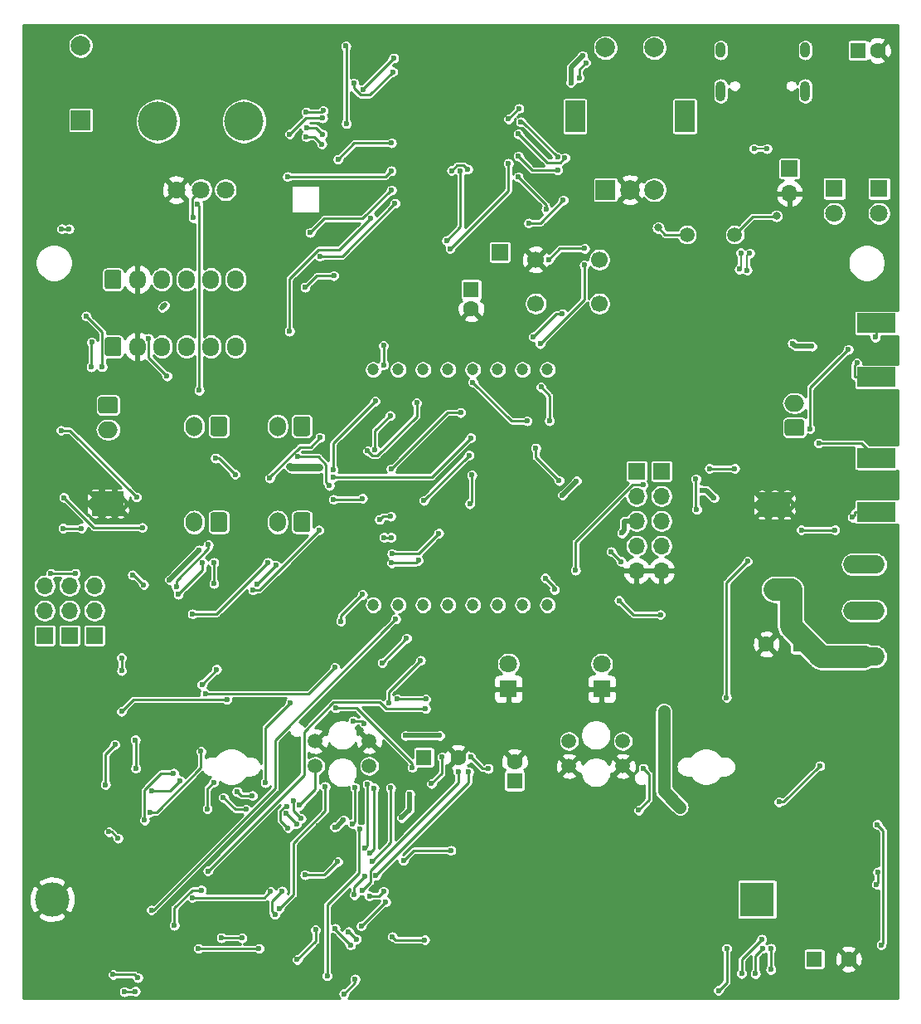
<source format=gbr>
%TF.GenerationSoftware,KiCad,Pcbnew,(5.1.9)-1*%
%TF.CreationDate,2021-03-23T14:56:38+01:00*%
%TF.ProjectId,Sergej_H00,53657267-656a-45f4-9830-302e6b696361,rev?*%
%TF.SameCoordinates,Original*%
%TF.FileFunction,Copper,L2,Bot*%
%TF.FilePolarity,Positive*%
%FSLAX46Y46*%
G04 Gerber Fmt 4.6, Leading zero omitted, Abs format (unit mm)*
G04 Created by KiCad (PCBNEW (5.1.9)-1) date 2021-03-23 14:56:38*
%MOMM*%
%LPD*%
G01*
G04 APERTURE LIST*
%TA.AperFunction,ComponentPad*%
%ADD10R,3.500000X3.500000*%
%TD*%
%TA.AperFunction,ComponentPad*%
%ADD11C,3.500000*%
%TD*%
%TA.AperFunction,ComponentPad*%
%ADD12O,1.700000X1.700000*%
%TD*%
%TA.AperFunction,ComponentPad*%
%ADD13R,1.700000X1.700000*%
%TD*%
%TA.AperFunction,ComponentPad*%
%ADD14C,1.500000*%
%TD*%
%TA.AperFunction,SMDPad,CuDef*%
%ADD15R,4.000000X2.000000*%
%TD*%
%TA.AperFunction,ComponentPad*%
%ADD16C,1.200000*%
%TD*%
%TA.AperFunction,ComponentPad*%
%ADD17O,1.000000X2.100000*%
%TD*%
%TA.AperFunction,ComponentPad*%
%ADD18O,1.000000X1.600000*%
%TD*%
%TA.AperFunction,ComponentPad*%
%ADD19C,0.300000*%
%TD*%
%TA.AperFunction,ComponentPad*%
%ADD20O,4.200000X1.900000*%
%TD*%
%TA.AperFunction,ComponentPad*%
%ADD21C,2.000000*%
%TD*%
%TA.AperFunction,ComponentPad*%
%ADD22R,2.000000X2.000000*%
%TD*%
%TA.AperFunction,ComponentPad*%
%ADD23C,1.600000*%
%TD*%
%TA.AperFunction,ComponentPad*%
%ADD24R,1.600000X1.600000*%
%TD*%
%TA.AperFunction,ComponentPad*%
%ADD25O,1.700000X1.950000*%
%TD*%
%TA.AperFunction,ComponentPad*%
%ADD26C,1.800000*%
%TD*%
%TA.AperFunction,ComponentPad*%
%ADD27R,1.800000X1.800000*%
%TD*%
%TA.AperFunction,SMDPad,CuDef*%
%ADD28R,2.500000X1.900000*%
%TD*%
%TA.AperFunction,ComponentPad*%
%ADD29C,0.500000*%
%TD*%
%TA.AperFunction,ComponentPad*%
%ADD30O,1.700000X2.000000*%
%TD*%
%TA.AperFunction,ComponentPad*%
%ADD31O,2.000000X1.700000*%
%TD*%
%TA.AperFunction,WasherPad*%
%ADD32C,4.000000*%
%TD*%
%TA.AperFunction,ComponentPad*%
%ADD33R,2.000000X3.200000*%
%TD*%
%TA.AperFunction,ComponentPad*%
%ADD34C,0.630000*%
%TD*%
%TA.AperFunction,SMDPad,CuDef*%
%ADD35R,3.300000X2.600000*%
%TD*%
%TA.AperFunction,ComponentPad*%
%ADD36C,1.700000*%
%TD*%
%TA.AperFunction,ViaPad*%
%ADD37C,0.600000*%
%TD*%
%TA.AperFunction,ViaPad*%
%ADD38C,1.000000*%
%TD*%
%TA.AperFunction,ViaPad*%
%ADD39C,1.400000*%
%TD*%
%TA.AperFunction,ViaPad*%
%ADD40C,0.800000*%
%TD*%
%TA.AperFunction,Conductor*%
%ADD41C,0.508000*%
%TD*%
%TA.AperFunction,Conductor*%
%ADD42C,0.762000*%
%TD*%
%TA.AperFunction,Conductor*%
%ADD43C,0.254000*%
%TD*%
%TA.AperFunction,Conductor*%
%ADD44C,2.286000*%
%TD*%
%TA.AperFunction,Conductor*%
%ADD45C,1.270000*%
%TD*%
%TA.AperFunction,Conductor*%
%ADD46C,0.203200*%
%TD*%
%TA.AperFunction,Conductor*%
%ADD47C,0.100000*%
%TD*%
G04 APERTURE END LIST*
D10*
%TO.P,BT1,1*%
%TO.N,Net-(BT1-Pad1)*%
X75311000Y-89535000D03*
D11*
%TO.P,BT1,2*%
%TO.N,GND*%
X3311000Y-89535000D03*
%TD*%
D12*
%TO.P,J16,2*%
%TO.N,GND*%
X78613000Y-17526000D03*
D13*
%TO.P,J16,1*%
%TO.N,+5VP*%
X78613000Y-14986000D03*
%TD*%
%TO.P,J6,1*%
%TO.N,Net-(J6-Pad1)*%
X49022000Y-23495000D03*
%TD*%
D14*
%TO.P,U8,3*%
%TO.N,Net-(R32-Pad2)*%
X61598000Y-73406000D03*
%TO.P,U8,4*%
%TO.N,GND*%
X61598000Y-75946000D03*
%TO.P,U8,1*%
%TO.N,Net-(R31-Pad2)*%
X56098000Y-73406000D03*
%TO.P,U8,2*%
%TO.N,GND*%
X56098000Y-75946000D03*
%TD*%
%TO.P,U7,3*%
%TO.N,Net-(R30-Pad2)*%
X30190000Y-75946000D03*
%TO.P,U7,4*%
%TO.N,GND*%
X30190000Y-73406000D03*
%TO.P,U7,1*%
%TO.N,Net-(R29-Pad2)*%
X35690000Y-75946000D03*
%TO.P,U7,2*%
%TO.N,GND*%
X35690000Y-73406000D03*
%TD*%
D15*
%TO.P,U12,3*%
%TO.N,Net-(R40-Pad2)*%
X87500000Y-44500000D03*
%TO.P,U12,1*%
%TO.N,Net-(R39-Pad2)*%
X87500000Y-50000000D03*
%TD*%
%TO.P,U11,3*%
%TO.N,Net-(R38-Pad2)*%
X87500000Y-30750000D03*
%TO.P,U11,1*%
%TO.N,Net-(R37-Pad2)*%
X87500000Y-36250000D03*
%TD*%
%TO.P,U10,4*%
%TO.N,GND*%
X2500000Y-44500000D03*
%TO.P,U10,2*%
X2500000Y-50000000D03*
%TD*%
%TO.P,U9,4*%
%TO.N,GND*%
X2500000Y-30750000D03*
%TO.P,U9,2*%
X2500000Y-36250000D03*
%TD*%
D16*
%TO.P,D5,15*%
%TO.N,Net-(D5-Pad15)*%
X51350000Y-59500000D03*
%TO.P,D5,16*%
%TO.N,Net-(D5-Pad16)*%
X53890000Y-59500000D03*
%TO.P,D5,13*%
%TO.N,Net-(D5-Pad13)*%
X46270000Y-59500000D03*
%TO.P,D5,12*%
%TO.N,Net-(D5-Pad12)*%
X43730000Y-59500000D03*
%TO.P,D5,10*%
%TO.N,Net-(D5-Pad10)*%
X38650000Y-59500000D03*
%TO.P,D5,9*%
%TO.N,Net-(D5-Pad9)*%
X36110000Y-59500000D03*
%TO.P,D5,14*%
%TO.N,Net-(D5-Pad14)*%
X48810000Y-59500000D03*
%TO.P,D5,11*%
%TO.N,Net-(D5-Pad11)*%
X41190000Y-59500000D03*
%TO.P,D5,8*%
%TO.N,Net-(D5-Pad8)*%
X36110000Y-35500000D03*
%TO.P,D5,7*%
%TO.N,Net-(D5-Pad7)*%
X38650000Y-35500000D03*
%TO.P,D5,6*%
%TO.N,Net-(D5-Pad6)*%
X41190000Y-35500000D03*
%TO.P,D5,5*%
%TO.N,Net-(D5-Pad5)*%
X43730000Y-35500000D03*
%TO.P,D5,4*%
%TO.N,Net-(D5-Pad4)*%
X46270000Y-35500000D03*
%TO.P,D5,3*%
%TO.N,Net-(D5-Pad3)*%
X48810000Y-35500000D03*
%TO.P,D5,2*%
%TO.N,Net-(D5-Pad2)*%
X51350000Y-35500000D03*
%TO.P,D5,1*%
%TO.N,Net-(D5-Pad1)*%
X53890000Y-35500000D03*
%TD*%
D17*
%TO.P,J5,S1*%
%TO.N,Net-(J5-PadS1)*%
X71593000Y-7067000D03*
X80233000Y-7067000D03*
D18*
X80233000Y-2887000D03*
X71593000Y-2887000D03*
%TD*%
D19*
%TO.P,U5,27*%
%TO.N,GND*%
X84057000Y-83693000D03*
%TO.P,U5,26*%
X84057000Y-82918000D03*
%TO.P,U5,28*%
X84057000Y-84468000D03*
%TO.P,U5,24*%
X85107000Y-83693000D03*
%TO.P,U5,23*%
X85107000Y-82918000D03*
%TO.P,U5,25*%
X85107000Y-84468000D03*
%TO.P,U5,29*%
X83307000Y-83693000D03*
%TO.P,U5,22*%
X85857000Y-83693000D03*
%TD*%
D20*
%TO.P,SW3,1*%
%TO.N,+BATT*%
X86233000Y-64770000D03*
%TO.P,SW3,2*%
%TO.N,Net-(F1-Pad1)*%
X86233000Y-60071000D03*
%TO.P,SW3,3*%
%TO.N,N/C*%
X86233000Y-55372000D03*
%TD*%
D12*
%TO.P,J8,3*%
%TO.N,/Motors/SERVO1_CTRL*%
X7620000Y-57531000D03*
%TO.P,J8,2*%
%TO.N,+5V*%
X7620000Y-60071000D03*
D13*
%TO.P,J8,1*%
%TO.N,Net-(J8-Pad1)*%
X7620000Y-62611000D03*
%TD*%
D21*
%TO.P,BZ1,2*%
%TO.N,Net-(BZ1-Pad2)*%
X6223000Y-2433000D03*
D22*
%TO.P,BZ1,1*%
%TO.N,+5V*%
X6223000Y-10033000D03*
%TD*%
D23*
%TO.P,C54,2*%
%TO.N,GND*%
X50546000Y-75470000D03*
D24*
%TO.P,C54,1*%
%TO.N,+BATT*%
X50546000Y-77470000D03*
%TD*%
D23*
%TO.P,C49,2*%
%TO.N,GND*%
X84653000Y-95631000D03*
D24*
%TO.P,C49,1*%
%TO.N,+12V*%
X81153000Y-95631000D03*
%TD*%
D23*
%TO.P,C45,2*%
%TO.N,GND*%
X46101000Y-29305000D03*
D24*
%TO.P,C45,1*%
%TO.N,+3V3*%
X46101000Y-27305000D03*
%TD*%
D23*
%TO.P,C57,2*%
%TO.N,GND*%
X44775000Y-75057000D03*
D24*
%TO.P,C57,1*%
%TO.N,+5V*%
X41275000Y-75057000D03*
%TD*%
D23*
%TO.P,C51,2*%
%TO.N,GND*%
X87630000Y-2921000D03*
D24*
%TO.P,C51,1*%
%TO.N,+5VP*%
X85630000Y-2921000D03*
%TD*%
D23*
%TO.P,C52,2*%
%TO.N,GND*%
X76256000Y-63500000D03*
D24*
%TO.P,C52,1*%
%TO.N,+BATT*%
X79756000Y-63500000D03*
%TD*%
D25*
%TO.P,J1,6*%
%TO.N,Net-(J1-Pad6)*%
X22025000Y-26289000D03*
%TO.P,J1,5*%
%TO.N,N/C*%
X19525000Y-26289000D03*
%TO.P,J1,4*%
%TO.N,SDA*%
X17025000Y-26289000D03*
%TO.P,J1,3*%
%TO.N,SCL*%
X14525000Y-26289000D03*
%TO.P,J1,2*%
%TO.N,GND*%
X12025000Y-26289000D03*
%TO.P,J1,1*%
%TO.N,+3V3*%
%TA.AperFunction,ComponentPad*%
G36*
G01*
X8675000Y-27014000D02*
X8675000Y-25564000D01*
G75*
G02*
X8925000Y-25314000I250000J0D01*
G01*
X10125000Y-25314000D01*
G75*
G02*
X10375000Y-25564000I0J-250000D01*
G01*
X10375000Y-27014000D01*
G75*
G02*
X10125000Y-27264000I-250000J0D01*
G01*
X8925000Y-27264000D01*
G75*
G02*
X8675000Y-27014000I0J250000D01*
G01*
G37*
%TD.AperFunction*%
%TD*%
D26*
%TO.P,D2,2*%
%TO.N,Net-(D2-Pad2)*%
X49911000Y-65532000D03*
D27*
%TO.P,D2,1*%
%TO.N,GND*%
X49911000Y-68072000D03*
%TD*%
D26*
%TO.P,D4,2*%
%TO.N,Net-(D4-Pad2)*%
X87757000Y-19558000D03*
D27*
%TO.P,D4,1*%
%TO.N,Net-(D4-Pad1)*%
X87757000Y-17018000D03*
%TD*%
D26*
%TO.P,D3,2*%
%TO.N,Net-(D3-Pad2)*%
X83185000Y-19558000D03*
D27*
%TO.P,D3,1*%
%TO.N,Net-(D3-Pad1)*%
X83185000Y-17018000D03*
%TD*%
D26*
%TO.P,D1,2*%
%TO.N,Net-(D1-Pad2)*%
X59436000Y-65532000D03*
D27*
%TO.P,D1,1*%
%TO.N,GND*%
X59436000Y-68072000D03*
%TD*%
D28*
%TO.P,IC1,9*%
%TO.N,GND*%
X84112000Y-11044000D03*
D29*
X83112000Y-11744000D03*
X83112000Y-10344000D03*
X84112000Y-11744000D03*
X84112000Y-10344000D03*
X85112000Y-11744000D03*
X85112000Y-10344000D03*
%TD*%
D12*
%TO.P,J4,5*%
%TO.N,GND*%
X62992000Y-56007000D03*
%TO.P,J4,4*%
%TO.N,+3V3*%
X62992000Y-53467000D03*
%TO.P,J4,3*%
%TO.N,+5V*%
X62992000Y-50927000D03*
%TO.P,J4,2*%
%TO.N,SCL*%
X62992000Y-48387000D03*
D13*
%TO.P,J4,1*%
%TO.N,SDA*%
X62992000Y-45847000D03*
%TD*%
D12*
%TO.P,J3,5*%
%TO.N,GND*%
X65532000Y-56007000D03*
%TO.P,J3,4*%
%TO.N,+3V3*%
X65532000Y-53467000D03*
%TO.P,J3,3*%
%TO.N,+5V*%
X65532000Y-50927000D03*
%TO.P,J3,2*%
%TO.N,SCL*%
X65532000Y-48387000D03*
D13*
%TO.P,J3,1*%
%TO.N,SDA*%
X65532000Y-45847000D03*
%TD*%
D30*
%TO.P,J10,2*%
%TO.N,Net-(D8-Pad2)*%
X26329000Y-51054000D03*
%TO.P,J10,1*%
%TO.N,+12V*%
%TA.AperFunction,ComponentPad*%
G36*
G01*
X29679000Y-50304000D02*
X29679000Y-51804000D01*
G75*
G02*
X29429000Y-52054000I-250000J0D01*
G01*
X28229000Y-52054000D01*
G75*
G02*
X27979000Y-51804000I0J250000D01*
G01*
X27979000Y-50304000D01*
G75*
G02*
X28229000Y-50054000I250000J0D01*
G01*
X29429000Y-50054000D01*
G75*
G02*
X29679000Y-50304000I0J-250000D01*
G01*
G37*
%TD.AperFunction*%
%TD*%
%TO.P,J13,2*%
%TO.N,Net-(D10-Pad2)*%
X17820000Y-51054000D03*
%TO.P,J13,1*%
%TO.N,+5V*%
%TA.AperFunction,ComponentPad*%
G36*
G01*
X21170000Y-50304000D02*
X21170000Y-51804000D01*
G75*
G02*
X20920000Y-52054000I-250000J0D01*
G01*
X19720000Y-52054000D01*
G75*
G02*
X19470000Y-51804000I0J250000D01*
G01*
X19470000Y-50304000D01*
G75*
G02*
X19720000Y-50054000I250000J0D01*
G01*
X20920000Y-50054000D01*
G75*
G02*
X21170000Y-50304000I0J-250000D01*
G01*
G37*
%TD.AperFunction*%
%TD*%
%TO.P,J14,2*%
%TO.N,Net-(D11-Pad2)*%
X17820000Y-41275000D03*
%TO.P,J14,1*%
%TO.N,+5V*%
%TA.AperFunction,ComponentPad*%
G36*
G01*
X21170000Y-40525000D02*
X21170000Y-42025000D01*
G75*
G02*
X20920000Y-42275000I-250000J0D01*
G01*
X19720000Y-42275000D01*
G75*
G02*
X19470000Y-42025000I0J250000D01*
G01*
X19470000Y-40525000D01*
G75*
G02*
X19720000Y-40275000I250000J0D01*
G01*
X20920000Y-40275000D01*
G75*
G02*
X21170000Y-40525000I0J-250000D01*
G01*
G37*
%TD.AperFunction*%
%TD*%
D12*
%TO.P,J15,3*%
%TO.N,/Motors/SERVO3_CTRL*%
X2540000Y-57531000D03*
%TO.P,J15,2*%
%TO.N,+5V*%
X2540000Y-60071000D03*
D13*
%TO.P,J15,1*%
%TO.N,Net-(J15-Pad1)*%
X2540000Y-62611000D03*
%TD*%
D30*
%TO.P,J11,2*%
%TO.N,Net-(D9-Pad2)*%
X26329000Y-41275000D03*
%TO.P,J11,1*%
%TO.N,+12V*%
%TA.AperFunction,ComponentPad*%
G36*
G01*
X29679000Y-40525000D02*
X29679000Y-42025000D01*
G75*
G02*
X29429000Y-42275000I-250000J0D01*
G01*
X28229000Y-42275000D01*
G75*
G02*
X27979000Y-42025000I0J250000D01*
G01*
X27979000Y-40525000D01*
G75*
G02*
X28229000Y-40275000I250000J0D01*
G01*
X29429000Y-40275000D01*
G75*
G02*
X29679000Y-40525000I0J-250000D01*
G01*
G37*
%TD.AperFunction*%
%TD*%
D31*
%TO.P,J9,2*%
%TO.N,Net-(J9-Pad2)*%
X79121000Y-38902000D03*
%TO.P,J9,1*%
%TO.N,Net-(J9-Pad1)*%
%TA.AperFunction,ComponentPad*%
G36*
G01*
X79871000Y-42252000D02*
X78371000Y-42252000D01*
G75*
G02*
X78121000Y-42002000I0J250000D01*
G01*
X78121000Y-40802000D01*
G75*
G02*
X78371000Y-40552000I250000J0D01*
G01*
X79871000Y-40552000D01*
G75*
G02*
X80121000Y-40802000I0J-250000D01*
G01*
X80121000Y-42002000D01*
G75*
G02*
X79871000Y-42252000I-250000J0D01*
G01*
G37*
%TD.AperFunction*%
%TD*%
D12*
%TO.P,J12,3*%
%TO.N,/Motors/SERVO2_CTRL*%
X5080000Y-57531000D03*
%TO.P,J12,2*%
%TO.N,+5V*%
X5080000Y-60071000D03*
D13*
%TO.P,J12,1*%
%TO.N,Net-(J12-Pad1)*%
X5080000Y-62611000D03*
%TD*%
D25*
%TO.P,J2,6*%
%TO.N,/Mux Demux Matrix/REG_OUT_11*%
X22034500Y-33147000D03*
%TO.P,J2,5*%
%TO.N,N/C*%
X19534500Y-33147000D03*
%TO.P,J2,4*%
%TO.N,SDA*%
X17034500Y-33147000D03*
%TO.P,J2,3*%
%TO.N,SCL*%
X14534500Y-33147000D03*
%TO.P,J2,2*%
%TO.N,GND*%
X12034500Y-33147000D03*
%TO.P,J2,1*%
%TO.N,+3V3*%
%TA.AperFunction,ComponentPad*%
G36*
G01*
X8684500Y-33872000D02*
X8684500Y-32422000D01*
G75*
G02*
X8934500Y-32172000I250000J0D01*
G01*
X10134500Y-32172000D01*
G75*
G02*
X10384500Y-32422000I0J-250000D01*
G01*
X10384500Y-33872000D01*
G75*
G02*
X10134500Y-34122000I-250000J0D01*
G01*
X8934500Y-34122000D01*
G75*
G02*
X8684500Y-33872000I0J250000D01*
G01*
G37*
%TD.AperFunction*%
%TD*%
D31*
%TO.P,J7,2*%
%TO.N,Net-(J7-Pad2)*%
X9017000Y-41616000D03*
%TO.P,J7,1*%
%TO.N,Net-(J7-Pad1)*%
%TA.AperFunction,ComponentPad*%
G36*
G01*
X8267000Y-38266000D02*
X9767000Y-38266000D01*
G75*
G02*
X10017000Y-38516000I0J-250000D01*
G01*
X10017000Y-39716000D01*
G75*
G02*
X9767000Y-39966000I-250000J0D01*
G01*
X8267000Y-39966000D01*
G75*
G02*
X8017000Y-39716000I0J250000D01*
G01*
X8017000Y-38516000D01*
G75*
G02*
X8267000Y-38266000I250000J0D01*
G01*
G37*
%TD.AperFunction*%
%TD*%
D32*
%TO.P,RV1,*%
%TO.N,*%
X22900000Y-10145000D03*
X14100000Y-10145000D03*
D26*
%TO.P,RV1,1*%
%TO.N,+3V3*%
X21000000Y-17145000D03*
%TO.P,RV1,2*%
%TO.N,POT*%
X18500000Y-17145000D03*
%TO.P,RV1,3*%
%TO.N,GND*%
X16000000Y-17145000D03*
%TD*%
D22*
%TO.P,SW1,A*%
%TO.N,ENC_A*%
X59817000Y-17145000D03*
D21*
%TO.P,SW1,C*%
%TO.N,GND*%
X62317000Y-17145000D03*
%TO.P,SW1,B*%
%TO.N,ENC_B*%
X64817000Y-17145000D03*
D33*
%TO.P,SW1,MP*%
%TO.N,N/C*%
X56717000Y-9645000D03*
X67917000Y-9645000D03*
D21*
%TO.P,SW1,S2*%
%TO.N,+3V3*%
X59817000Y-2645000D03*
%TO.P,SW1,S1*%
%TO.N,ENC_SW*%
X64817000Y-2645000D03*
%TD*%
D34*
%TO.P,U18,9*%
%TO.N,GND*%
X78389000Y-48626000D03*
X78389000Y-49926000D03*
X75789000Y-48626000D03*
X77089000Y-48626000D03*
X77089000Y-49926000D03*
X75789000Y-49926000D03*
D35*
X77089000Y-49276000D03*
%TD*%
D36*
%TO.P,SW2,1*%
%TO.N,GND*%
X52705000Y-24257000D03*
%TO.P,SW2,2*%
%TO.N,BUTTON*%
X59205000Y-24257000D03*
%TO.P,SW2,3*%
%TO.N,N/C*%
X52705000Y-28757000D03*
%TO.P,SW2,4*%
X59205000Y-28757000D03*
%TD*%
D34*
%TO.P,U16,9*%
%TO.N,GND*%
X10317000Y-48514000D03*
X10317000Y-49814000D03*
X7717000Y-48514000D03*
X9017000Y-48514000D03*
X9017000Y-49814000D03*
X7717000Y-49814000D03*
D35*
X9017000Y-49164000D03*
%TD*%
D14*
%TO.P,Y1,2*%
%TO.N,Net-(C13-Pad1)*%
X68145000Y-21717000D03*
%TO.P,Y1,1*%
%TO.N,Net-(C12-Pad1)*%
X73025000Y-21717000D03*
%TD*%
D37*
%TO.N,GND*%
X38756300Y-95569500D03*
X25874200Y-95934700D03*
X85025800Y-30657100D03*
X85061700Y-44631500D03*
X58430000Y-50422200D03*
X17337000Y-65879400D03*
X10749500Y-60825300D03*
X1130000Y-74819000D03*
X24384000Y-58666100D03*
X14732000Y-66331000D03*
X87500000Y-51477100D03*
X87500000Y-37730400D03*
X39373000Y-50296000D03*
X7239000Y-71465300D03*
X8204700Y-82740300D03*
X77470000Y-23595700D03*
X3289900Y-70985400D03*
X31405300Y-36703000D03*
X7718600Y-80961000D03*
X11049000Y-74676000D03*
X6604000Y-92583000D03*
X30480000Y-82042000D03*
X23114000Y-83693000D03*
X27051000Y-86233000D03*
X23241000Y-88773000D03*
X8001000Y-15621000D03*
X7874000Y-17780000D03*
X68707000Y-50546000D03*
D38*
X13589000Y-41021000D03*
D37*
X20828000Y-37973000D03*
X15621000Y-47498000D03*
X18669000Y-48641000D03*
X16002000Y-37719000D03*
X27178000Y-48260000D03*
X24130000Y-47752000D03*
X24765000Y-37719000D03*
X60452000Y-23114000D03*
X48641000Y-40767000D03*
X47117000Y-38989000D03*
D38*
X9144000Y-67818000D03*
D37*
X18034000Y-78105000D03*
X14605000Y-93218000D03*
X27432000Y-93218000D03*
X9906000Y-85979000D03*
X9906000Y-88519000D03*
X9906000Y-87249000D03*
X76581000Y-54483000D03*
D38*
X80899000Y-44069000D03*
D37*
X8382000Y-54610000D03*
D39*
X41910000Y-23114000D03*
D38*
X32639000Y-21336000D03*
D37*
X44831000Y-92710000D03*
X44577000Y-83693000D03*
X42926000Y-86741000D03*
X46609000Y-91440000D03*
X44831000Y-88773000D03*
X25761500Y-14750600D03*
X32004000Y-19431000D03*
X26162000Y-19304000D03*
X25654000Y-21971000D03*
X29591000Y-13728700D03*
D40*
X62547500Y-22606000D03*
D37*
X39370000Y-16764000D03*
X50927000Y-1778000D03*
X39052500Y-1714500D03*
X29718000Y-2032000D03*
X64389000Y-25781000D03*
X75184000Y-28702000D03*
X76962000Y-29464000D03*
D40*
X80264000Y-11811000D03*
X80264000Y-10287000D03*
X71501000Y-11811000D03*
X71501000Y-10287000D03*
D37*
X79121000Y-83312000D03*
X80264000Y-86487000D03*
X88900000Y-95758000D03*
X87122000Y-91694000D03*
X89154000Y-91440000D03*
X89154000Y-84836000D03*
X77851000Y-71247000D03*
D40*
X89408000Y-8890000D03*
D37*
X42100500Y-7302500D03*
X42735500Y-7302500D03*
X43370500Y-7302500D03*
X44005500Y-7302500D03*
X44640500Y-7302500D03*
X45275500Y-7302500D03*
X45910500Y-7302500D03*
X42100500Y-7937500D03*
X42735500Y-7937500D03*
X43370500Y-7937500D03*
X44005500Y-7937500D03*
X44640500Y-7937500D03*
X45275500Y-7937500D03*
X45910500Y-7937500D03*
X45275500Y-8572500D03*
X45910500Y-8572500D03*
X44005500Y-8572500D03*
X42735500Y-8572500D03*
X44640500Y-8572500D03*
X43370500Y-8572500D03*
X42100500Y-8572500D03*
X45275500Y-9207500D03*
X45910500Y-9207500D03*
X44005500Y-9207500D03*
X42735500Y-9207500D03*
X44640500Y-9207500D03*
X43370500Y-9207500D03*
X42100500Y-9207500D03*
X45275500Y-9842500D03*
X45910500Y-9842500D03*
X44005500Y-9842500D03*
X42735500Y-9842500D03*
X44640500Y-9842500D03*
X43370500Y-9842500D03*
X42100500Y-9842500D03*
X45275500Y-10477500D03*
X45910500Y-10477500D03*
X44005500Y-10477500D03*
X42735500Y-10477500D03*
X44640500Y-10477500D03*
X43370500Y-10477500D03*
X42100500Y-10477500D03*
X45275500Y-11112500D03*
X45910500Y-11112500D03*
X44005500Y-11112500D03*
X42735500Y-11112500D03*
X44640500Y-11112500D03*
X43370500Y-11112500D03*
X42100500Y-11112500D03*
X71882000Y-9017000D03*
X80772000Y-8636000D03*
%TO.N,+5V*%
X78918500Y-32810700D03*
X80908600Y-33115900D03*
X70911500Y-48567000D03*
X69684900Y-47792900D03*
X15294500Y-56936600D03*
X18324700Y-53906400D03*
X61493800Y-52171500D03*
X27559000Y-45339000D03*
X30607000Y-45466000D03*
%TO.N,+3V3*%
X57491000Y-3469800D03*
X55432700Y-48287600D03*
X56870900Y-46849400D03*
X32164100Y-82160000D03*
X33069600Y-81442100D03*
X38997100Y-81209800D03*
X39829100Y-78808600D03*
X39394800Y-72836100D03*
X42890600Y-72836100D03*
X56287945Y-6217545D03*
%TO.N,/Motors/SERVO1_CURRENT*%
X10395800Y-70366500D03*
X21145000Y-69155400D03*
X23809700Y-57960400D03*
X30551800Y-51867700D03*
X32010500Y-45680800D03*
X36302800Y-38708400D03*
X37185100Y-35014000D03*
X37154400Y-33043800D03*
X43959300Y-23154300D03*
X49897600Y-14451400D03*
%TO.N,/Motors/SERVO2_CURRENT*%
X11862600Y-76168400D03*
X11795500Y-73274200D03*
X16195600Y-58428800D03*
X18682500Y-55189900D03*
X22002800Y-46180200D03*
X19981300Y-44524700D03*
X18318000Y-37613100D03*
X18168200Y-18600400D03*
X27564200Y-11457100D03*
X30932400Y-9825400D03*
%TO.N,/Motors/SERVO3_CURRENT*%
X17638500Y-60418100D03*
X25324700Y-55161400D03*
X25527000Y-46576800D03*
X30665000Y-42421300D03*
X27542200Y-31570900D03*
X35858700Y-20019700D03*
X32503700Y-14037100D03*
X37976600Y-12367500D03*
D39*
%TO.N,+BATT*%
X77089000Y-57912000D03*
X78740000Y-57912000D03*
D37*
%TO.N,/Power/5V_ENABLE*%
X69053200Y-46643300D03*
X69142400Y-49765400D03*
X43122700Y-75024800D03*
X42055200Y-77732500D03*
D38*
%TO.N,+12V*%
X67437000Y-80137000D03*
X65786000Y-70358000D03*
D37*
%TO.N,ENC_A*%
X54052400Y-24241000D03*
X57686700Y-23129400D03*
%TO.N,Net-(J1-Pad6)*%
X30658200Y-23929700D03*
X38328900Y-18526300D03*
X50907100Y-15831600D03*
X53764000Y-19157700D03*
%TO.N,SDA*%
X55425900Y-29788600D03*
X52454200Y-32137100D03*
X32078800Y-25911200D03*
X29147200Y-27081900D03*
%TO.N,SCL*%
X45746600Y-15038000D03*
X44110400Y-15181900D03*
X37964000Y-17184300D03*
X29658700Y-21509100D03*
X14689800Y-29047700D03*
%TO.N,/Motors/SERVO1_CTRL*%
X7355100Y-32685900D03*
X7306900Y-35213000D03*
X29239600Y-11730800D03*
X30844500Y-12486300D03*
%TO.N,/Motors/SERVO2_CTRL*%
X33313800Y-2470000D03*
X33361600Y-10398300D03*
%TO.N,/Motors/SERVO3_CTRL*%
X6771500Y-30017000D03*
X8419600Y-35208600D03*
X5677500Y-56287200D03*
X3182900Y-56287200D03*
X29272500Y-10802100D03*
X30927600Y-11469700D03*
%TO.N,/USB/D+*%
X76322400Y-12954000D03*
X74996800Y-12950200D03*
%TO.N,BUZZER*%
X54942300Y-15138900D03*
X50917000Y-13717000D03*
X49923000Y-9929200D03*
X50986200Y-8851900D03*
X38198800Y-3713500D03*
X30987400Y-9074300D03*
X29263200Y-9219100D03*
X4292500Y-21129700D03*
X5028100Y-21129700D03*
X35047700Y-6904010D03*
%TO.N,/USB/ESP_RST*%
X54943000Y-13810000D03*
X51159300Y-10213400D03*
%TO.N,/Motors/DC_MOT1_12V*%
X24235600Y-57355600D03*
X26140500Y-55450700D03*
%TO.N,/Motors/DC_MOT2_5V*%
X38057200Y-93346700D03*
X41360600Y-93674900D03*
X40079200Y-76089800D03*
X32285200Y-69996500D03*
X31627300Y-47329600D03*
X28411300Y-44370900D03*
%TO.N,/Motors/DC_MOT3_12V*%
X17616100Y-89365600D03*
X25631700Y-88738500D03*
X28740500Y-81288800D03*
X27986800Y-79473500D03*
X25085100Y-77631900D03*
X27629600Y-69494700D03*
%TO.N,/Motors/DC_MOT4_5V*%
X15779900Y-92200900D03*
X18555200Y-88589100D03*
X19156500Y-80304400D03*
X19828600Y-57328000D03*
X19828600Y-55170000D03*
X19812000Y-77597000D03*
%TO.N,Net-(R15-Pad2)*%
X87503000Y-88011000D03*
X87630000Y-86749000D03*
%TO.N,/USB/ESP_RX*%
X57814900Y-4176300D03*
X57140800Y-5717200D03*
%TO.N,Net-(R37-Pad2)*%
X85498600Y-34821200D03*
%TO.N,POT*%
X12748600Y-81468700D03*
X15717800Y-76667400D03*
X16008100Y-57648100D03*
X19262300Y-53359400D03*
X15039300Y-36153900D03*
X13161100Y-32313000D03*
X17731700Y-20000500D03*
%TO.N,/Gyro/MPU-6050_INT*%
X27355900Y-15797900D03*
X37930400Y-15218200D03*
%TO.N,/Motors/MOTA_IN1*%
X22197600Y-78562200D03*
X23758400Y-78963000D03*
X27253900Y-80037100D03*
X27406700Y-82254500D03*
X26795600Y-88707800D03*
X26058593Y-91084150D03*
%TO.N,/Motors/MOTA_IN2*%
X12062800Y-97533800D03*
X9542700Y-97213700D03*
X8750800Y-77844100D03*
X9719200Y-73751100D03*
X10409400Y-66214100D03*
X12663800Y-57441100D03*
X11510800Y-56435600D03*
X10404742Y-64882856D03*
%TO.N,/Motors/MOTB_IN1*%
X73735300Y-97111200D03*
X75776200Y-93605600D03*
X77532800Y-79602200D03*
X81725900Y-75907100D03*
X83251500Y-51848700D03*
X79819400Y-51848700D03*
%TO.N,/Motors/MOTB_IN2*%
X75128100Y-97132000D03*
X75883000Y-94537600D03*
X72181200Y-68948100D03*
X74330400Y-55044600D03*
%TO.N,/Power/12V_ENABLE*%
X87581500Y-81908100D03*
X87986300Y-94187900D03*
X33106600Y-99175600D03*
X34247600Y-97670400D03*
%TO.N,/Power/12V_MODE*%
X76711600Y-94544700D03*
X76711600Y-96709400D03*
D40*
%TO.N,Net-(C12-Pad1)*%
X77279500Y-19812000D03*
%TO.N,Net-(C13-Pad1)*%
X65214500Y-21018500D03*
D37*
%TO.N,Net-(R7-Pad2)*%
X74282800Y-25355400D03*
X74549000Y-23622000D03*
%TO.N,Net-(R8-Pad2)*%
X73488300Y-25248500D03*
X73642900Y-23572500D03*
%TO.N,Net-(R39-Pad2)*%
X85046700Y-50564700D03*
%TO.N,Net-(R42-Pad2)*%
X34772100Y-82382700D03*
X39191100Y-85586200D03*
X44039700Y-84549900D03*
X47849100Y-76191700D03*
X46041300Y-74994200D03*
X31397300Y-97354200D03*
%TO.N,Net-(R43-Pad2)*%
X44768900Y-76502500D03*
X34994100Y-88588900D03*
X30215600Y-92643100D03*
X28340800Y-95693600D03*
%TO.N,Net-(U13-Pad9)*%
X34878500Y-92261000D03*
X20598500Y-93461700D03*
X37384010Y-89801900D03*
X22708809Y-93484410D03*
%TO.N,Net-(U14-Pad7)*%
X24435100Y-94558500D03*
X18252500Y-94558500D03*
%TO.N,/Mux Demux Matrix/Analog_IN_7*%
X71355900Y-98839600D03*
X72198800Y-94553300D03*
X63208200Y-80451600D03*
X63689800Y-76190600D03*
%TO.N,/Mux Demux Matrix/REG_OUT_11*%
X11807700Y-98916700D03*
X10687700Y-98968000D03*
X4422400Y-51674500D03*
X6293900Y-51674500D03*
%TO.N,/Mux Demux Matrix/REG_OE*%
X32202000Y-92511200D03*
X33795300Y-94208800D03*
X34005500Y-81839200D03*
X34228600Y-78151800D03*
X35165100Y-71569800D03*
X34056400Y-71352100D03*
X32790600Y-61161100D03*
X34996600Y-58435500D03*
X35523700Y-43780200D03*
X40535500Y-38880900D03*
X51824300Y-40732400D03*
X46280700Y-36790700D03*
X43610500Y-22319100D03*
X45000400Y-15242400D03*
%TO.N,/Mux Demux Matrix/Analog_IN_3*%
X27187400Y-80764500D03*
X28256600Y-81841600D03*
%TO.N,/Mux Demux Matrix/REG_DAT*%
X34168600Y-89090600D03*
X35262300Y-87226200D03*
X35226200Y-84346600D03*
X35492300Y-77801100D03*
X37019000Y-65404500D03*
X39516300Y-62907200D03*
X37191500Y-52609900D03*
X37941400Y-52609900D03*
X37931100Y-45631300D03*
X45021700Y-39868700D03*
%TO.N,/Mux Demux Matrix/REG_LAT*%
X33588000Y-92838900D03*
X34393800Y-93600800D03*
X35763500Y-84838000D03*
X36189600Y-78174400D03*
X37694900Y-69508100D03*
X40941300Y-65156100D03*
X38030400Y-54275100D03*
X42798500Y-52187000D03*
%TO.N,/Mux Demux Matrix/REG_CLK*%
X35714900Y-89209100D03*
X35985300Y-85645000D03*
X37881700Y-78167800D03*
X38552700Y-69107900D03*
X41474900Y-69107900D03*
X61412300Y-55064600D03*
X60407500Y-54059800D03*
X53244300Y-37275000D03*
X54101200Y-40714900D03*
X37158697Y-88726303D03*
%TO.N,/Mux Demux Matrix/Analog_MUX*%
X35000900Y-48631300D03*
X32044800Y-48736900D03*
X32190500Y-65895100D03*
X18945900Y-68562900D03*
X16341900Y-77436900D03*
X13502800Y-78440600D03*
X10035400Y-83306800D03*
X53157800Y-32840600D03*
X57660200Y-24816900D03*
X55682800Y-13880100D03*
X50923200Y-11453700D03*
X38098000Y-5108000D03*
X34119600Y-6265200D03*
X9113477Y-82651024D03*
%TO.N,Net-(U14-Pad9)*%
X46069600Y-42454600D03*
X32061600Y-46449600D03*
X31194400Y-78039200D03*
X26521700Y-90466000D03*
%TO.N,Net-(U20-Pad9)*%
X46168900Y-46244000D03*
X45965900Y-49181400D03*
%TO.N,Net-(D5-Pad13)*%
X52699800Y-43502800D03*
X55085200Y-46821200D03*
X54620600Y-57924900D03*
X53671800Y-56765000D03*
%TO.N,Net-(D5-Pad9)*%
X37989100Y-55218200D03*
X40712900Y-54974400D03*
X41277000Y-48844600D03*
X45892200Y-44229400D03*
%TO.N,Net-(D5-Pad14)*%
X37892700Y-50460200D03*
X36745000Y-50780400D03*
X36264900Y-43688300D03*
X37831300Y-40193800D03*
%TO.N,Net-(J6-Pad1)*%
X51977800Y-20545100D03*
X55507600Y-18204400D03*
%TO.N,Net-(R30-Pad2)*%
X28564900Y-79939800D03*
%TO.N,Net-(R32-Pad2)*%
X45839400Y-76534400D03*
X36371000Y-87109100D03*
X32477000Y-85691900D03*
X29126700Y-87040900D03*
%TO.N,Net-(R34-Pad2)*%
X4212100Y-41695600D03*
X11921200Y-48494100D03*
X13303000Y-80630400D03*
X18507458Y-74435053D03*
%TO.N,Net-(R36-Pad2)*%
X12521900Y-51607800D03*
X4504900Y-48546800D03*
X20097400Y-66071400D03*
X18609500Y-67624200D03*
X20801300Y-79155800D03*
X23124500Y-80374600D03*
%TO.N,Net-(R38-Pad2)*%
X87376900Y-32196500D03*
X84621200Y-33442200D03*
X80710400Y-41528500D03*
X65429300Y-60493600D03*
X61206200Y-59043100D03*
X41450300Y-70080200D03*
X19216000Y-86651000D03*
%TO.N,Net-(R40-Pad2)*%
X13441100Y-90633400D03*
X38386500Y-60944400D03*
X56763400Y-55970500D03*
X63662100Y-47250300D03*
X70448600Y-45578600D03*
X73019900Y-45578600D03*
X81598700Y-42994000D03*
%TD*%
D41*
%TO.N,+5V*%
X69684900Y-47792900D02*
X70137400Y-47792900D01*
X70137400Y-47792900D02*
X70911500Y-48567000D01*
X80908600Y-33115900D02*
X79223700Y-33115900D01*
X79223700Y-33115900D02*
X78918500Y-32810700D01*
X18324700Y-53906400D02*
X15294500Y-56936600D01*
X62992000Y-50927000D02*
X61760700Y-50927000D01*
X61493800Y-52171500D02*
X61760700Y-51904600D01*
X61760700Y-51904600D02*
X61760700Y-50927000D01*
D42*
X30607000Y-45466000D02*
X27686000Y-45466000D01*
X27686000Y-45466000D02*
X27559000Y-45339000D01*
D41*
%TO.N,+3V3*%
X56870900Y-46849400D02*
X55432700Y-48287600D01*
X39829100Y-78808600D02*
X39829100Y-80377800D01*
X39829100Y-80377800D02*
X38997100Y-81209800D01*
X42890600Y-72836100D02*
X39394800Y-72836100D01*
X33069600Y-81442100D02*
X32351700Y-82160000D01*
X32351700Y-82160000D02*
X32164100Y-82160000D01*
X57491000Y-3469800D02*
X56287945Y-4672855D01*
X56287945Y-4672855D02*
X56287945Y-6217545D01*
D43*
%TO.N,/Motors/SERVO1_CURRENT*%
X37154400Y-33043800D02*
X37154400Y-34983300D01*
X37154400Y-34983300D02*
X37185100Y-35014000D01*
X49897600Y-14451400D02*
X49897600Y-17216000D01*
X49897600Y-17216000D02*
X43959300Y-23154300D01*
X30551800Y-51867700D02*
X24459100Y-57960400D01*
X24459100Y-57960400D02*
X23809700Y-57960400D01*
X21145000Y-69155400D02*
X11606900Y-69155400D01*
X11606900Y-69155400D02*
X10395800Y-70366500D01*
X36302800Y-38708400D02*
X32010500Y-43000700D01*
X32010500Y-43000700D02*
X32010500Y-45680800D01*
%TO.N,/Motors/SERVO2_CURRENT*%
X18682500Y-55189900D02*
X18682500Y-55941900D01*
X18682500Y-55941900D02*
X16195600Y-58428800D01*
X18318000Y-37613100D02*
X18318000Y-18750200D01*
X18318000Y-18750200D02*
X18168200Y-18600400D01*
X11795500Y-73274200D02*
X11862600Y-73341300D01*
X11862600Y-73341300D02*
X11862600Y-76168400D01*
X30932400Y-9825400D02*
X29195900Y-9825400D01*
X29195900Y-9825400D02*
X27564200Y-11457100D01*
X19981300Y-44524700D02*
X20347300Y-44524700D01*
X20347300Y-44524700D02*
X22002800Y-46180200D01*
%TO.N,/Motors/SERVO3_CURRENT*%
X35858700Y-20019700D02*
X32635700Y-23242700D01*
X32635700Y-23242700D02*
X30521800Y-23242700D01*
X30521800Y-23242700D02*
X27542200Y-26222300D01*
X27542200Y-26222300D02*
X27542200Y-31570900D01*
X37976600Y-12367500D02*
X34173300Y-12367500D01*
X34173300Y-12367500D02*
X32503700Y-14037100D01*
X25324700Y-55161400D02*
X20068000Y-60418100D01*
X20068000Y-60418100D02*
X17638500Y-60418100D01*
X30665000Y-42421300D02*
X29696400Y-43389900D01*
X29696400Y-43389900D02*
X28597400Y-43389900D01*
X28597400Y-43389900D02*
X25527000Y-46460300D01*
X25527000Y-46460300D02*
X25527000Y-46576800D01*
D44*
%TO.N,+BATT*%
X78740000Y-57912000D02*
X77089000Y-57912000D01*
X86233000Y-64770000D02*
X81847000Y-64770000D01*
X81847000Y-64770000D02*
X78740000Y-61663000D01*
X78740000Y-61663000D02*
X78740000Y-57912000D01*
D43*
%TO.N,/Power/5V_ENABLE*%
X69053200Y-46643300D02*
X69053200Y-49676200D01*
X69053200Y-49676200D02*
X69142400Y-49765400D01*
X42055200Y-77732500D02*
X43122700Y-76665000D01*
X43122700Y-76665000D02*
X43122700Y-75024800D01*
D45*
%TO.N,+12V*%
X65786000Y-70358000D02*
X65786000Y-78486000D01*
X65786000Y-78486000D02*
X67437000Y-80137000D01*
D43*
%TO.N,ENC_A*%
X54052400Y-24241000D02*
X55164000Y-23129400D01*
X55164000Y-23129400D02*
X57686700Y-23129400D01*
%TO.N,Net-(J1-Pad6)*%
X30658200Y-23929700D02*
X32925500Y-23929700D01*
X32925500Y-23929700D02*
X38328900Y-18526300D01*
X53764000Y-19157700D02*
X53764000Y-18688500D01*
X53764000Y-18688500D02*
X50907100Y-15831600D01*
%TO.N,SDA*%
X29147200Y-27081900D02*
X30317900Y-25911200D01*
X30317900Y-25911200D02*
X32078800Y-25911200D01*
X52454200Y-32137100D02*
X54802700Y-29788600D01*
X54802700Y-29788600D02*
X55425900Y-29788600D01*
X17034500Y-33384500D02*
X17034500Y-33147000D01*
%TO.N,SCL*%
X37964000Y-17184300D02*
X37910400Y-17184300D01*
X37910400Y-17184300D02*
X35018000Y-20076700D01*
X35018000Y-20076700D02*
X31091100Y-20076700D01*
X31091100Y-20076700D02*
X29658700Y-21509100D01*
X44110400Y-15181900D02*
X44648000Y-14644300D01*
X44648000Y-14644300D02*
X45352900Y-14644300D01*
X45352900Y-14644300D02*
X45746600Y-15038000D01*
D41*
X14689800Y-29047700D02*
X14534500Y-29203000D01*
X14845000Y-28892500D02*
X14689800Y-29047700D01*
D43*
%TO.N,/Motors/SERVO1_CTRL*%
X7306900Y-35213000D02*
X7306900Y-32734100D01*
X7306900Y-32734100D02*
X7355100Y-32685900D01*
X30844500Y-12486300D02*
X30089000Y-11730800D01*
X30089000Y-11730800D02*
X29239600Y-11730800D01*
%TO.N,/Motors/SERVO2_CTRL*%
X33361600Y-10398300D02*
X33361600Y-2517800D01*
X33361600Y-2517800D02*
X33313800Y-2470000D01*
%TO.N,/Motors/SERVO3_CTRL*%
X8419600Y-35208600D02*
X8419600Y-31665100D01*
X8419600Y-31665100D02*
X6771500Y-30017000D01*
X3182900Y-56287200D02*
X5677500Y-56287200D01*
X30927600Y-11469700D02*
X30260000Y-10802100D01*
X30260000Y-10802100D02*
X29272500Y-10802100D01*
D46*
%TO.N,/USB/D+*%
X74996800Y-12950200D02*
X76318600Y-12950200D01*
X76318600Y-12950200D02*
X76322400Y-12954000D01*
D43*
%TO.N,BUZZER*%
X49923000Y-9929200D02*
X50986200Y-8866000D01*
X50986200Y-8866000D02*
X50986200Y-8851900D01*
X5028100Y-21129700D02*
X4292500Y-21129700D01*
X29263200Y-9219100D02*
X30842600Y-9219100D01*
X30842600Y-9219100D02*
X30987400Y-9074300D01*
X50917000Y-13717000D02*
X52338900Y-15138900D01*
X52338900Y-15138900D02*
X54942300Y-15138900D01*
X35047700Y-6864600D02*
X35047700Y-6904010D01*
X38198800Y-3713500D02*
X35047700Y-6864600D01*
%TO.N,/USB/ESP_RST*%
X54943000Y-13810000D02*
X51346400Y-10213400D01*
X51346400Y-10213400D02*
X51159300Y-10213400D01*
%TO.N,/Motors/DC_MOT1_12V*%
X26140500Y-55450700D02*
X24235600Y-57355600D01*
%TO.N,/Motors/DC_MOT2_5V*%
X32285200Y-69996500D02*
X34432300Y-69996500D01*
X34432300Y-69996500D02*
X40079200Y-75643400D01*
X40079200Y-75643400D02*
X40079200Y-76089800D01*
X41360600Y-93674900D02*
X38385400Y-93674900D01*
X38385400Y-93674900D02*
X38057200Y-93346700D01*
X28411300Y-44370900D02*
X30496500Y-44370900D01*
X30496500Y-44370900D02*
X31301700Y-45176100D01*
X31301700Y-45176100D02*
X31301700Y-47004000D01*
X31301700Y-47004000D02*
X31627300Y-47329600D01*
%TO.N,/Motors/DC_MOT3_12V*%
X27629600Y-69494700D02*
X25085100Y-72039200D01*
X25085100Y-72039200D02*
X25085100Y-77631900D01*
X27986800Y-79473500D02*
X27986800Y-80535100D01*
X27986800Y-80535100D02*
X28740500Y-81288800D01*
X25631700Y-88738500D02*
X25004600Y-89365600D01*
X25004600Y-89365600D02*
X17616100Y-89365600D01*
%TO.N,/Motors/DC_MOT4_5V*%
X18555200Y-88589100D02*
X17608800Y-88589100D01*
X17608800Y-88589100D02*
X15779900Y-90418000D01*
X15779900Y-90418000D02*
X15779900Y-92200900D01*
X19828600Y-55170000D02*
X19828600Y-57328000D01*
X19156500Y-78252500D02*
X19812000Y-77597000D01*
X19156500Y-80304400D02*
X19156500Y-78252500D01*
%TO.N,Net-(R15-Pad2)*%
X87630000Y-86749000D02*
X87630000Y-87884000D01*
X87630000Y-87884000D02*
X87503000Y-88011000D01*
%TO.N,/USB/ESP_RX*%
X57140800Y-5717200D02*
X57140800Y-4850400D01*
X57140800Y-4850400D02*
X57814900Y-4176300D01*
%TO.N,Net-(R37-Pad2)*%
X85498600Y-34821200D02*
X85245700Y-35074100D01*
X85245700Y-35074100D02*
X85245700Y-36250000D01*
X87500000Y-36250000D02*
X85245700Y-36250000D01*
%TO.N,POT*%
X18500000Y-17145000D02*
X17603100Y-18041900D01*
X17603100Y-18041900D02*
X17603100Y-19871900D01*
X17603100Y-19871900D02*
X17731700Y-20000500D01*
X13161100Y-32313000D02*
X13161100Y-34275700D01*
X13161100Y-34275700D02*
X15039300Y-36153900D01*
X15717800Y-76667400D02*
X14447900Y-76667400D01*
X14447900Y-76667400D02*
X12748600Y-78366700D01*
X12748600Y-78366700D02*
X12748600Y-81468700D01*
X19262300Y-53359400D02*
X19262300Y-53752800D01*
X19262300Y-53752800D02*
X16008100Y-57007000D01*
X16008100Y-57007000D02*
X16008100Y-57648100D01*
%TO.N,/Gyro/MPU-6050_INT*%
X27355900Y-15797900D02*
X37350700Y-15797900D01*
X37350700Y-15797900D02*
X37930400Y-15218200D01*
%TO.N,/Motors/MOTA_IN1*%
X27253900Y-80037100D02*
X27131000Y-80037100D01*
X27131000Y-80037100D02*
X26633100Y-80535000D01*
X26633100Y-80535000D02*
X26633100Y-81480900D01*
X26633100Y-81480900D02*
X27406700Y-82254500D01*
X23758400Y-78963000D02*
X22598400Y-78963000D01*
X22598400Y-78963000D02*
X22197600Y-78562200D01*
X25758594Y-90784151D02*
X26058593Y-91084150D01*
X25758594Y-89744806D02*
X25758594Y-90784151D01*
X26795600Y-88707800D02*
X25758594Y-89744806D01*
%TO.N,/Motors/MOTA_IN2*%
X9542700Y-97213700D02*
X11742700Y-97213700D01*
X11742700Y-97213700D02*
X12062800Y-97533800D01*
X11510800Y-56435600D02*
X11658300Y-56435600D01*
X11658300Y-56435600D02*
X12663800Y-57441100D01*
X9719200Y-73751100D02*
X8750800Y-74719500D01*
X8750800Y-74719500D02*
X8750800Y-77844100D01*
X10409400Y-66214100D02*
X10409400Y-64887514D01*
X10409400Y-64887514D02*
X10404742Y-64882856D01*
%TO.N,/Motors/MOTB_IN1*%
X79819400Y-51848700D02*
X83251500Y-51848700D01*
X81725900Y-75907100D02*
X78030800Y-79602200D01*
X78030800Y-79602200D02*
X77532800Y-79602200D01*
X75776200Y-93605600D02*
X73735300Y-95646500D01*
X73735300Y-95646500D02*
X73735300Y-97111200D01*
%TO.N,/Motors/MOTB_IN2*%
X75883000Y-94537600D02*
X75128100Y-95292500D01*
X75128100Y-95292500D02*
X75128100Y-97132000D01*
X72181200Y-68948100D02*
X72181200Y-57193800D01*
X72181200Y-57193800D02*
X74330400Y-55044600D01*
%TO.N,/Power/12V_ENABLE*%
X33106600Y-99175600D02*
X34247600Y-98034600D01*
X34247600Y-98034600D02*
X34247600Y-97670400D01*
X87986300Y-94187900D02*
X88187000Y-93987200D01*
X88187000Y-93987200D02*
X88187000Y-82513600D01*
X88187000Y-82513600D02*
X87581500Y-81908100D01*
%TO.N,/Power/12V_MODE*%
X76711600Y-96709400D02*
X76711600Y-94544700D01*
%TO.N,Net-(C12-Pad1)*%
X73025000Y-21717000D02*
X74866500Y-19875500D01*
X74866500Y-19875500D02*
X77216000Y-19875500D01*
X77216000Y-19875500D02*
X77279500Y-19812000D01*
%TO.N,Net-(C13-Pad1)*%
X68145000Y-21717000D02*
X65913000Y-21717000D01*
X65913000Y-21717000D02*
X65214500Y-21018500D01*
D46*
%TO.N,Net-(R7-Pad2)*%
X74282800Y-25355400D02*
X74282800Y-23888200D01*
X74282800Y-23888200D02*
X74549000Y-23622000D01*
%TO.N,Net-(R8-Pad2)*%
X73642900Y-23572500D02*
X73642900Y-25093800D01*
X73642900Y-25093800D02*
X73488300Y-25248500D01*
D43*
%TO.N,Net-(R39-Pad2)*%
X85046700Y-50564700D02*
X85245700Y-50365700D01*
X85245700Y-50365700D02*
X85245700Y-50000000D01*
X87500000Y-50000000D02*
X85245700Y-50000000D01*
%TO.N,Net-(R42-Pad2)*%
X34772100Y-82382700D02*
X34671900Y-82482900D01*
X34671900Y-82482900D02*
X34671900Y-86819300D01*
X34671900Y-86819300D02*
X31397300Y-90093900D01*
X31397300Y-90093900D02*
X31397300Y-97354200D01*
X47849100Y-76191700D02*
X47238800Y-76191700D01*
X47238800Y-76191700D02*
X46041300Y-74994200D01*
X44039700Y-84549900D02*
X40227400Y-84549900D01*
X40227400Y-84549900D02*
X39191100Y-85586200D01*
%TO.N,Net-(R43-Pad2)*%
X44768900Y-76502500D02*
X44768900Y-77645300D01*
X44768900Y-77645300D02*
X35816700Y-86597500D01*
X35816700Y-86597500D02*
X35816700Y-87766300D01*
X35816700Y-87766300D02*
X34994100Y-88588900D01*
X28340800Y-95693600D02*
X30215600Y-93818800D01*
X30215600Y-93818800D02*
X30215600Y-92643100D01*
%TO.N,Net-(U13-Pad9)*%
X34878500Y-92261000D02*
X37337600Y-89801900D01*
X37337600Y-89801900D02*
X37384010Y-89801900D01*
X20598500Y-93461700D02*
X22686099Y-93461700D01*
X22686099Y-93461700D02*
X22708809Y-93484410D01*
%TO.N,Net-(U14-Pad7)*%
X18252500Y-94558500D02*
X24435100Y-94558500D01*
%TO.N,/Mux Demux Matrix/Analog_IN_7*%
X72198800Y-94553300D02*
X72198800Y-97996700D01*
X72198800Y-97996700D02*
X71355900Y-98839600D01*
X63689800Y-76190600D02*
X64252400Y-76753200D01*
X64252400Y-76753200D02*
X64252400Y-79407400D01*
X64252400Y-79407400D02*
X63208200Y-80451600D01*
%TO.N,/Mux Demux Matrix/REG_OUT_11*%
X6293900Y-51674500D02*
X4422400Y-51674500D01*
X10687700Y-98968000D02*
X11756400Y-98968000D01*
X11756400Y-98968000D02*
X11807700Y-98916700D01*
%TO.N,/Mux Demux Matrix/REG_OE*%
X40535500Y-38880900D02*
X40535500Y-40254100D01*
X40535500Y-40254100D02*
X36546900Y-44242700D01*
X36546900Y-44242700D02*
X35986200Y-44242700D01*
X35986200Y-44242700D02*
X35523700Y-43780200D01*
X34996600Y-58435500D02*
X32790600Y-60641500D01*
X32790600Y-60641500D02*
X32790600Y-61161100D01*
X34228600Y-78151800D02*
X34228600Y-81616100D01*
X34228600Y-81616100D02*
X34005500Y-81839200D01*
X33795300Y-94208800D02*
X32202000Y-92615500D01*
X32202000Y-92615500D02*
X32202000Y-92511200D01*
X35165100Y-71569800D02*
X34947400Y-71352100D01*
X34947400Y-71352100D02*
X34056400Y-71352100D01*
X45000400Y-15242400D02*
X45000400Y-20929200D01*
X45000400Y-20929200D02*
X43610500Y-22319100D01*
X51824300Y-40732400D02*
X50222400Y-40732400D01*
X50222400Y-40732400D02*
X46280700Y-36790700D01*
%TO.N,/Mux Demux Matrix/Analog_IN_3*%
X28256600Y-81841600D02*
X27187400Y-80772400D01*
X27187400Y-80772400D02*
X27187400Y-80764500D01*
%TO.N,/Mux Demux Matrix/REG_DAT*%
X34168600Y-89090600D02*
X34168600Y-88319900D01*
X34168600Y-88319900D02*
X35262300Y-87226200D01*
X35492300Y-77801100D02*
X35492300Y-84080500D01*
X35492300Y-84080500D02*
X35226200Y-84346600D01*
X39516300Y-62907200D02*
X37019000Y-65404500D01*
X37191500Y-52609900D02*
X37941400Y-52609900D01*
X45021700Y-39868700D02*
X43693700Y-39868700D01*
X43693700Y-39868700D02*
X37931100Y-45631300D01*
%TO.N,/Mux Demux Matrix/REG_LAT*%
X38030400Y-54275100D02*
X40710400Y-54275100D01*
X40710400Y-54275100D02*
X42798500Y-52187000D01*
X36189600Y-78174400D02*
X36189600Y-84411900D01*
X36189600Y-84411900D02*
X35763500Y-84838000D01*
X34393800Y-93600800D02*
X33632000Y-92839000D01*
X33632000Y-92839000D02*
X33588000Y-92839000D01*
X33588000Y-92839000D02*
X33588000Y-92838900D01*
X40941300Y-65156100D02*
X37694900Y-68402500D01*
X37694900Y-68402500D02*
X37694900Y-69508100D01*
%TO.N,/Mux Demux Matrix/REG_CLK*%
X54101200Y-40714900D02*
X54101200Y-38131900D01*
X54101200Y-38131900D02*
X53244300Y-37275000D01*
X37881700Y-78167800D02*
X37881700Y-83748600D01*
X37881700Y-83748600D02*
X35985300Y-85645000D01*
X41474900Y-69107900D02*
X38552700Y-69107900D01*
X60407500Y-54059800D02*
X61412300Y-55064600D01*
X36675900Y-89209100D02*
X37158697Y-88726303D01*
X35714900Y-89209100D02*
X36675900Y-89209100D01*
%TO.N,/Mux Demux Matrix/Analog_MUX*%
X53157800Y-32840600D02*
X57660200Y-28338200D01*
X57660200Y-28338200D02*
X57660200Y-24816900D01*
X13502800Y-78440600D02*
X15338200Y-78440600D01*
X15338200Y-78440600D02*
X16341900Y-77436900D01*
X18945900Y-68562900D02*
X29522700Y-68562900D01*
X29522700Y-68562900D02*
X32190500Y-65895100D01*
X50923200Y-11453700D02*
X53833900Y-14364400D01*
X53833900Y-14364400D02*
X55198500Y-14364400D01*
X55198500Y-14364400D02*
X55682800Y-13880100D01*
X32044800Y-48736900D02*
X34895300Y-48736900D01*
X34895300Y-48736900D02*
X35000900Y-48631300D01*
X34119600Y-6795832D02*
X34781779Y-7458011D01*
X34119600Y-6265200D02*
X34119600Y-6795832D01*
X34781779Y-7458011D02*
X35747989Y-7458011D01*
X35747989Y-7458011D02*
X38098000Y-5108000D01*
X10035400Y-83306800D02*
X9379624Y-82651024D01*
X9379624Y-82651024D02*
X9113477Y-82651024D01*
%TO.N,Net-(U14-Pad9)*%
X31194400Y-78039200D02*
X31194400Y-80541800D01*
X31194400Y-80541800D02*
X27918000Y-83818200D01*
X27918000Y-83818200D02*
X27918000Y-89069700D01*
X27918000Y-89069700D02*
X26521700Y-90466000D01*
X32061600Y-46449600D02*
X42074600Y-46449600D01*
X42074600Y-46449600D02*
X46069600Y-42454600D01*
%TO.N,Net-(U20-Pad9)*%
X45965900Y-49181400D02*
X46168900Y-48978400D01*
X46168900Y-48978400D02*
X46168900Y-46244000D01*
%TO.N,Net-(D5-Pad13)*%
X54620600Y-57924900D02*
X54620600Y-57713800D01*
X54620600Y-57713800D02*
X53671800Y-56765000D01*
X55085200Y-46821200D02*
X52699800Y-44435800D01*
X52699800Y-44435800D02*
X52699800Y-43502800D01*
%TO.N,Net-(D5-Pad9)*%
X45892200Y-44229400D02*
X41277000Y-48844600D01*
X40712900Y-54974400D02*
X40469100Y-55218200D01*
X40469100Y-55218200D02*
X37989100Y-55218200D01*
%TO.N,Net-(D5-Pad14)*%
X37831300Y-40193800D02*
X36264900Y-41760200D01*
X36264900Y-41760200D02*
X36264900Y-43688300D01*
X36745000Y-50780400D02*
X37065200Y-50460200D01*
X37065200Y-50460200D02*
X37892700Y-50460200D01*
%TO.N,Net-(J6-Pad1)*%
X55507600Y-18204400D02*
X53166900Y-20545100D01*
X53166900Y-20545100D02*
X51977800Y-20545100D01*
%TO.N,Net-(R30-Pad2)*%
X30190000Y-75946000D02*
X30190000Y-78314700D01*
X30190000Y-78314700D02*
X28564900Y-79939800D01*
%TO.N,Net-(R32-Pad2)*%
X45839400Y-76534400D02*
X45839400Y-77640700D01*
X45839400Y-77640700D02*
X36371000Y-87109100D01*
X29126700Y-87040900D02*
X31128000Y-87040900D01*
X31128000Y-87040900D02*
X32477000Y-85691900D01*
%TO.N,Net-(R34-Pad2)*%
X11921200Y-48494100D02*
X5122700Y-41695600D01*
X5122700Y-41695600D02*
X4212100Y-41695600D01*
X13303000Y-80630400D02*
X13962300Y-80630400D01*
X13962300Y-80630400D02*
X18507458Y-76085242D01*
X18507458Y-76085242D02*
X18507458Y-74435053D01*
%TO.N,Net-(R36-Pad2)*%
X18609500Y-67624200D02*
X20097400Y-66136300D01*
X20097400Y-66136300D02*
X20097400Y-66071400D01*
X4504900Y-48546800D02*
X7565900Y-51607800D01*
X7565900Y-51607800D02*
X12521900Y-51607800D01*
X23124500Y-80374600D02*
X22020100Y-80374600D01*
X22020100Y-80374600D02*
X20801300Y-79155800D01*
%TO.N,Net-(R38-Pad2)*%
X19216000Y-86651000D02*
X29044400Y-76822600D01*
X29044400Y-76822600D02*
X29044400Y-72448400D01*
X29044400Y-72448400D02*
X32052300Y-69440500D01*
X32052300Y-69440500D02*
X36783100Y-69440500D01*
X36783100Y-69440500D02*
X37422800Y-70080200D01*
X37422800Y-70080200D02*
X41450300Y-70080200D01*
X61206200Y-59043100D02*
X62656700Y-60493600D01*
X62656700Y-60493600D02*
X65429300Y-60493600D01*
X80710400Y-41528500D02*
X80710400Y-37353000D01*
X80710400Y-37353000D02*
X84621200Y-33442200D01*
X87376900Y-32196500D02*
X87500000Y-32073400D01*
X87500000Y-32073400D02*
X87500000Y-30750000D01*
%TO.N,Net-(R40-Pad2)*%
X70448600Y-45578600D02*
X73019900Y-45578600D01*
X38386500Y-60944400D02*
X26066800Y-73264100D01*
X26066800Y-73264100D02*
X26066800Y-78234100D01*
X26066800Y-78234100D02*
X13667500Y-90633400D01*
X13667500Y-90633400D02*
X13441100Y-90633400D01*
X63662100Y-47250300D02*
X62561800Y-47250300D01*
X62561800Y-47250300D02*
X56763400Y-53048700D01*
X56763400Y-53048700D02*
X56763400Y-55970500D01*
X87500000Y-44500000D02*
X85994000Y-42994000D01*
X85994000Y-42994000D02*
X81598700Y-42994000D01*
%TD*%
%TO.N,GND*%
X89644801Y-29452989D02*
X89626973Y-29443460D01*
X89564730Y-29424578D01*
X89500000Y-29418203D01*
X85500000Y-29418203D01*
X85435270Y-29424578D01*
X85373027Y-29443460D01*
X85315663Y-29474121D01*
X85265384Y-29515384D01*
X85224121Y-29565663D01*
X85193460Y-29623027D01*
X85174578Y-29685270D01*
X85168203Y-29750000D01*
X85168203Y-31750000D01*
X85174578Y-31814730D01*
X85193460Y-31876973D01*
X85224121Y-31934337D01*
X85265384Y-31984616D01*
X85315663Y-32025879D01*
X85373027Y-32056540D01*
X85435270Y-32075422D01*
X85500000Y-32081797D01*
X86757169Y-32081797D01*
X86746700Y-32134431D01*
X86746700Y-32258569D01*
X86770918Y-32380322D01*
X86818424Y-32495012D01*
X86887392Y-32598229D01*
X86975171Y-32686008D01*
X87078388Y-32754976D01*
X87193078Y-32802482D01*
X87314831Y-32826700D01*
X87438969Y-32826700D01*
X87560722Y-32802482D01*
X87675412Y-32754976D01*
X87778629Y-32686008D01*
X87866408Y-32598229D01*
X87935376Y-32495012D01*
X87982882Y-32380322D01*
X88007100Y-32258569D01*
X88007100Y-32134431D01*
X87996631Y-32081797D01*
X89500000Y-32081797D01*
X89564730Y-32075422D01*
X89626973Y-32056540D01*
X89644801Y-32047011D01*
X89644801Y-34952989D01*
X89626973Y-34943460D01*
X89564730Y-34924578D01*
X89500000Y-34918203D01*
X86121851Y-34918203D01*
X86128800Y-34883269D01*
X86128800Y-34759131D01*
X86104582Y-34637378D01*
X86057076Y-34522688D01*
X85988108Y-34419471D01*
X85900329Y-34331692D01*
X85797112Y-34262724D01*
X85682422Y-34215218D01*
X85560669Y-34191000D01*
X85436531Y-34191000D01*
X85314778Y-34215218D01*
X85200088Y-34262724D01*
X85096871Y-34331692D01*
X85009092Y-34419471D01*
X84940124Y-34522688D01*
X84892618Y-34637378D01*
X84868400Y-34759131D01*
X84868400Y-34813154D01*
X84863713Y-34818865D01*
X84821259Y-34898292D01*
X84795115Y-34984474D01*
X84788500Y-35051641D01*
X84788500Y-35051650D01*
X84786289Y-35074100D01*
X84788500Y-35096550D01*
X84788501Y-36227530D01*
X84786288Y-36250000D01*
X84795115Y-36339627D01*
X84821259Y-36425809D01*
X84863713Y-36505236D01*
X84920847Y-36574853D01*
X84990464Y-36631987D01*
X85069891Y-36674441D01*
X85156073Y-36700585D01*
X85168203Y-36701780D01*
X85168203Y-37250000D01*
X85174578Y-37314730D01*
X85193460Y-37376973D01*
X85224121Y-37434337D01*
X85265384Y-37484616D01*
X85315663Y-37525879D01*
X85373027Y-37556540D01*
X85435270Y-37575422D01*
X85500000Y-37581797D01*
X89500000Y-37581797D01*
X89564730Y-37575422D01*
X89626973Y-37556540D01*
X89644801Y-37547011D01*
X89644801Y-43202989D01*
X89626973Y-43193460D01*
X89564730Y-43174578D01*
X89500000Y-43168203D01*
X86814781Y-43168203D01*
X86333174Y-42686597D01*
X86318853Y-42669147D01*
X86249236Y-42612013D01*
X86169809Y-42569559D01*
X86083627Y-42543415D01*
X86016460Y-42536800D01*
X86016450Y-42536800D01*
X85994000Y-42534589D01*
X85971550Y-42536800D01*
X82032737Y-42536800D01*
X82000429Y-42504492D01*
X81897212Y-42435524D01*
X81782522Y-42388018D01*
X81660769Y-42363800D01*
X81536631Y-42363800D01*
X81414878Y-42388018D01*
X81300188Y-42435524D01*
X81196971Y-42504492D01*
X81109192Y-42592271D01*
X81040224Y-42695488D01*
X80992718Y-42810178D01*
X80968500Y-42931931D01*
X80968500Y-43056069D01*
X80992718Y-43177822D01*
X81040224Y-43292512D01*
X81109192Y-43395729D01*
X81196971Y-43483508D01*
X81300188Y-43552476D01*
X81414878Y-43599982D01*
X81536631Y-43624200D01*
X81660769Y-43624200D01*
X81782522Y-43599982D01*
X81897212Y-43552476D01*
X82000429Y-43483508D01*
X82032737Y-43451200D01*
X85173009Y-43451200D01*
X85168203Y-43500000D01*
X85168203Y-45500000D01*
X85174578Y-45564730D01*
X85193460Y-45626973D01*
X85224121Y-45684337D01*
X85265384Y-45734616D01*
X85315663Y-45775879D01*
X85373027Y-45806540D01*
X85435270Y-45825422D01*
X85500000Y-45831797D01*
X89500000Y-45831797D01*
X89564730Y-45825422D01*
X89626973Y-45806540D01*
X89644801Y-45797011D01*
X89644801Y-48702989D01*
X89626973Y-48693460D01*
X89564730Y-48674578D01*
X89500000Y-48668203D01*
X85500000Y-48668203D01*
X85435270Y-48674578D01*
X85373027Y-48693460D01*
X85315663Y-48724121D01*
X85265384Y-48765384D01*
X85224121Y-48815663D01*
X85193460Y-48873027D01*
X85174578Y-48935270D01*
X85168203Y-49000000D01*
X85168203Y-49548220D01*
X85156073Y-49549415D01*
X85069891Y-49575559D01*
X84990464Y-49618013D01*
X84920847Y-49675147D01*
X84863713Y-49744764D01*
X84821259Y-49824191D01*
X84795115Y-49910373D01*
X84787269Y-49990036D01*
X84748188Y-50006224D01*
X84644971Y-50075192D01*
X84557192Y-50162971D01*
X84488224Y-50266188D01*
X84440718Y-50380878D01*
X84416500Y-50502631D01*
X84416500Y-50626769D01*
X84440718Y-50748522D01*
X84488224Y-50863212D01*
X84557192Y-50966429D01*
X84644971Y-51054208D01*
X84748188Y-51123176D01*
X84862878Y-51170682D01*
X84984631Y-51194900D01*
X85108769Y-51194900D01*
X85218139Y-51173145D01*
X85224121Y-51184337D01*
X85265384Y-51234616D01*
X85315663Y-51275879D01*
X85373027Y-51306540D01*
X85435270Y-51325422D01*
X85500000Y-51331797D01*
X89500000Y-51331797D01*
X89564730Y-51325422D01*
X89626973Y-51306540D01*
X89644800Y-51297011D01*
X89644800Y-99644800D01*
X33528637Y-99644800D01*
X33596108Y-99577329D01*
X33665076Y-99474112D01*
X33712582Y-99359422D01*
X33736800Y-99237669D01*
X33736800Y-99191978D01*
X34151247Y-98777531D01*
X70725700Y-98777531D01*
X70725700Y-98901669D01*
X70749918Y-99023422D01*
X70797424Y-99138112D01*
X70866392Y-99241329D01*
X70954171Y-99329108D01*
X71057388Y-99398076D01*
X71172078Y-99445582D01*
X71293831Y-99469800D01*
X71417969Y-99469800D01*
X71539722Y-99445582D01*
X71654412Y-99398076D01*
X71757629Y-99329108D01*
X71845408Y-99241329D01*
X71914376Y-99138112D01*
X71961882Y-99023422D01*
X71986100Y-98901669D01*
X71986100Y-98855978D01*
X72506213Y-98335865D01*
X72523653Y-98321553D01*
X72537965Y-98304114D01*
X72537971Y-98304108D01*
X72580787Y-98251936D01*
X72623241Y-98172510D01*
X72633169Y-98139782D01*
X72649385Y-98086327D01*
X72656000Y-98019160D01*
X72656000Y-98019150D01*
X72658211Y-97996700D01*
X72656000Y-97974250D01*
X72656000Y-97049131D01*
X73105100Y-97049131D01*
X73105100Y-97173269D01*
X73129318Y-97295022D01*
X73176824Y-97409712D01*
X73245792Y-97512929D01*
X73333571Y-97600708D01*
X73436788Y-97669676D01*
X73551478Y-97717182D01*
X73673231Y-97741400D01*
X73797369Y-97741400D01*
X73919122Y-97717182D01*
X74033812Y-97669676D01*
X74137029Y-97600708D01*
X74224808Y-97512929D01*
X74293776Y-97409712D01*
X74341282Y-97295022D01*
X74365500Y-97173269D01*
X74365500Y-97049131D01*
X74341282Y-96927378D01*
X74293776Y-96812688D01*
X74224808Y-96709471D01*
X74192500Y-96677163D01*
X74192500Y-95835877D01*
X74670900Y-95357477D01*
X74670901Y-96697962D01*
X74638592Y-96730271D01*
X74569624Y-96833488D01*
X74522118Y-96948178D01*
X74497900Y-97069931D01*
X74497900Y-97194069D01*
X74522118Y-97315822D01*
X74569624Y-97430512D01*
X74638592Y-97533729D01*
X74726371Y-97621508D01*
X74829588Y-97690476D01*
X74944278Y-97737982D01*
X75066031Y-97762200D01*
X75190169Y-97762200D01*
X75311922Y-97737982D01*
X75426612Y-97690476D01*
X75529829Y-97621508D01*
X75617608Y-97533729D01*
X75686576Y-97430512D01*
X75734082Y-97315822D01*
X75758300Y-97194069D01*
X75758300Y-97069931D01*
X75734082Y-96948178D01*
X75686576Y-96833488D01*
X75617608Y-96730271D01*
X75585300Y-96697963D01*
X75585300Y-95481877D01*
X75899378Y-95167800D01*
X75945069Y-95167800D01*
X76066822Y-95143582D01*
X76181512Y-95096076D01*
X76254401Y-95047373D01*
X76254400Y-96275363D01*
X76222092Y-96307671D01*
X76153124Y-96410888D01*
X76105618Y-96525578D01*
X76081400Y-96647331D01*
X76081400Y-96771469D01*
X76105618Y-96893222D01*
X76153124Y-97007912D01*
X76222092Y-97111129D01*
X76309871Y-97198908D01*
X76413088Y-97267876D01*
X76527778Y-97315382D01*
X76649531Y-97339600D01*
X76773669Y-97339600D01*
X76895422Y-97315382D01*
X77010112Y-97267876D01*
X77113329Y-97198908D01*
X77201108Y-97111129D01*
X77270076Y-97007912D01*
X77317582Y-96893222D01*
X77341800Y-96771469D01*
X77341800Y-96647331D01*
X77317582Y-96525578D01*
X77270076Y-96410888D01*
X77201108Y-96307671D01*
X77168800Y-96275363D01*
X77168800Y-94978737D01*
X77201108Y-94946429D01*
X77270076Y-94843212D01*
X77275134Y-94831000D01*
X80021203Y-94831000D01*
X80021203Y-96431000D01*
X80027578Y-96495730D01*
X80046460Y-96557973D01*
X80077121Y-96615337D01*
X80118384Y-96665616D01*
X80168663Y-96706879D01*
X80226027Y-96737540D01*
X80288270Y-96756422D01*
X80353000Y-96762797D01*
X81953000Y-96762797D01*
X82017730Y-96756422D01*
X82079973Y-96737540D01*
X82137337Y-96706879D01*
X82187616Y-96665616D01*
X82222014Y-96623702D01*
X83839903Y-96623702D01*
X83911486Y-96867671D01*
X84166996Y-96988571D01*
X84441184Y-97057300D01*
X84723512Y-97071217D01*
X85003130Y-97029787D01*
X85269292Y-96934603D01*
X85394514Y-96867671D01*
X85466097Y-96623702D01*
X84653000Y-95810605D01*
X83839903Y-96623702D01*
X82222014Y-96623702D01*
X82228879Y-96615337D01*
X82259540Y-96557973D01*
X82278422Y-96495730D01*
X82284797Y-96431000D01*
X82284797Y-95701512D01*
X83212783Y-95701512D01*
X83254213Y-95981130D01*
X83349397Y-96247292D01*
X83416329Y-96372514D01*
X83660298Y-96444097D01*
X84473395Y-95631000D01*
X84832605Y-95631000D01*
X85645702Y-96444097D01*
X85889671Y-96372514D01*
X86010571Y-96117004D01*
X86079300Y-95842816D01*
X86093217Y-95560488D01*
X86051787Y-95280870D01*
X85956603Y-95014708D01*
X85889671Y-94889486D01*
X85645702Y-94817903D01*
X84832605Y-95631000D01*
X84473395Y-95631000D01*
X83660298Y-94817903D01*
X83416329Y-94889486D01*
X83295429Y-95144996D01*
X83226700Y-95419184D01*
X83212783Y-95701512D01*
X82284797Y-95701512D01*
X82284797Y-94831000D01*
X82278422Y-94766270D01*
X82259540Y-94704027D01*
X82228879Y-94646663D01*
X82222015Y-94638298D01*
X83839903Y-94638298D01*
X84653000Y-95451395D01*
X85466097Y-94638298D01*
X85394514Y-94394329D01*
X85139004Y-94273429D01*
X84864816Y-94204700D01*
X84582488Y-94190783D01*
X84302870Y-94232213D01*
X84036708Y-94327397D01*
X83911486Y-94394329D01*
X83839903Y-94638298D01*
X82222015Y-94638298D01*
X82187616Y-94596384D01*
X82137337Y-94555121D01*
X82079973Y-94524460D01*
X82017730Y-94505578D01*
X81953000Y-94499203D01*
X80353000Y-94499203D01*
X80288270Y-94505578D01*
X80226027Y-94524460D01*
X80168663Y-94555121D01*
X80118384Y-94596384D01*
X80077121Y-94646663D01*
X80046460Y-94704027D01*
X80027578Y-94766270D01*
X80021203Y-94831000D01*
X77275134Y-94831000D01*
X77317582Y-94728522D01*
X77341800Y-94606769D01*
X77341800Y-94482631D01*
X77317582Y-94360878D01*
X77270076Y-94246188D01*
X77201108Y-94142971D01*
X77113329Y-94055192D01*
X77010112Y-93986224D01*
X76895422Y-93938718D01*
X76773669Y-93914500D01*
X76649531Y-93914500D01*
X76527778Y-93938718D01*
X76413088Y-93986224D01*
X76309871Y-94055192D01*
X76300850Y-94064213D01*
X76284729Y-94048092D01*
X76248891Y-94024146D01*
X76265708Y-94007329D01*
X76334676Y-93904112D01*
X76382182Y-93789422D01*
X76406400Y-93667669D01*
X76406400Y-93543531D01*
X76382182Y-93421778D01*
X76334676Y-93307088D01*
X76265708Y-93203871D01*
X76177929Y-93116092D01*
X76074712Y-93047124D01*
X75960022Y-92999618D01*
X75838269Y-92975400D01*
X75714131Y-92975400D01*
X75592378Y-92999618D01*
X75477688Y-93047124D01*
X75374471Y-93116092D01*
X75286692Y-93203871D01*
X75217724Y-93307088D01*
X75170218Y-93421778D01*
X75146000Y-93543531D01*
X75146000Y-93589222D01*
X73427897Y-95307326D01*
X73410447Y-95321647D01*
X73353313Y-95391265D01*
X73310859Y-95470692D01*
X73284715Y-95556874D01*
X73278100Y-95624041D01*
X73278100Y-95624050D01*
X73275889Y-95646500D01*
X73278100Y-95668950D01*
X73278101Y-96677162D01*
X73245792Y-96709471D01*
X73176824Y-96812688D01*
X73129318Y-96927378D01*
X73105100Y-97049131D01*
X72656000Y-97049131D01*
X72656000Y-94987337D01*
X72688308Y-94955029D01*
X72757276Y-94851812D01*
X72804782Y-94737122D01*
X72829000Y-94615369D01*
X72829000Y-94491231D01*
X72804782Y-94369478D01*
X72757276Y-94254788D01*
X72688308Y-94151571D01*
X72600529Y-94063792D01*
X72497312Y-93994824D01*
X72382622Y-93947318D01*
X72260869Y-93923100D01*
X72136731Y-93923100D01*
X72014978Y-93947318D01*
X71900288Y-93994824D01*
X71797071Y-94063792D01*
X71709292Y-94151571D01*
X71640324Y-94254788D01*
X71592818Y-94369478D01*
X71568600Y-94491231D01*
X71568600Y-94615369D01*
X71592818Y-94737122D01*
X71640324Y-94851812D01*
X71709292Y-94955029D01*
X71741600Y-94987337D01*
X71741601Y-97807320D01*
X71339522Y-98209400D01*
X71293831Y-98209400D01*
X71172078Y-98233618D01*
X71057388Y-98281124D01*
X70954171Y-98350092D01*
X70866392Y-98437871D01*
X70797424Y-98541088D01*
X70749918Y-98655778D01*
X70725700Y-98777531D01*
X34151247Y-98777531D01*
X34555015Y-98373764D01*
X34572453Y-98359453D01*
X34586765Y-98342014D01*
X34586771Y-98342008D01*
X34629587Y-98289836D01*
X34672041Y-98210410D01*
X34683538Y-98172509D01*
X34698185Y-98124227D01*
X34699624Y-98109613D01*
X34737108Y-98072129D01*
X34806076Y-97968912D01*
X34853582Y-97854222D01*
X34877800Y-97732469D01*
X34877800Y-97608331D01*
X34853582Y-97486578D01*
X34806076Y-97371888D01*
X34737108Y-97268671D01*
X34649329Y-97180892D01*
X34546112Y-97111924D01*
X34431422Y-97064418D01*
X34309669Y-97040200D01*
X34185531Y-97040200D01*
X34063778Y-97064418D01*
X33949088Y-97111924D01*
X33845871Y-97180892D01*
X33758092Y-97268671D01*
X33689124Y-97371888D01*
X33641618Y-97486578D01*
X33617400Y-97608331D01*
X33617400Y-97732469D01*
X33641618Y-97854222D01*
X33682559Y-97953062D01*
X33090222Y-98545400D01*
X33044531Y-98545400D01*
X32922778Y-98569618D01*
X32808088Y-98617124D01*
X32704871Y-98686092D01*
X32617092Y-98773871D01*
X32548124Y-98877088D01*
X32500618Y-98991778D01*
X32476400Y-99113531D01*
X32476400Y-99237669D01*
X32500618Y-99359422D01*
X32548124Y-99474112D01*
X32617092Y-99577329D01*
X32684563Y-99644800D01*
X355200Y-99644800D01*
X355200Y-98905931D01*
X10057500Y-98905931D01*
X10057500Y-99030069D01*
X10081718Y-99151822D01*
X10129224Y-99266512D01*
X10198192Y-99369729D01*
X10285971Y-99457508D01*
X10389188Y-99526476D01*
X10503878Y-99573982D01*
X10625631Y-99598200D01*
X10749769Y-99598200D01*
X10871522Y-99573982D01*
X10986212Y-99526476D01*
X11089429Y-99457508D01*
X11121737Y-99425200D01*
X11434394Y-99425200D01*
X11509188Y-99475176D01*
X11623878Y-99522682D01*
X11745631Y-99546900D01*
X11869769Y-99546900D01*
X11991522Y-99522682D01*
X12106212Y-99475176D01*
X12209429Y-99406208D01*
X12297208Y-99318429D01*
X12366176Y-99215212D01*
X12413682Y-99100522D01*
X12437900Y-98978769D01*
X12437900Y-98854631D01*
X12413682Y-98732878D01*
X12366176Y-98618188D01*
X12297208Y-98514971D01*
X12209429Y-98427192D01*
X12106212Y-98358224D01*
X11991522Y-98310718D01*
X11869769Y-98286500D01*
X11745631Y-98286500D01*
X11623878Y-98310718D01*
X11509188Y-98358224D01*
X11405971Y-98427192D01*
X11322363Y-98510800D01*
X11121737Y-98510800D01*
X11089429Y-98478492D01*
X10986212Y-98409524D01*
X10871522Y-98362018D01*
X10749769Y-98337800D01*
X10625631Y-98337800D01*
X10503878Y-98362018D01*
X10389188Y-98409524D01*
X10285971Y-98478492D01*
X10198192Y-98566271D01*
X10129224Y-98669488D01*
X10081718Y-98784178D01*
X10057500Y-98905931D01*
X355200Y-98905931D01*
X355200Y-97151631D01*
X8912500Y-97151631D01*
X8912500Y-97275769D01*
X8936718Y-97397522D01*
X8984224Y-97512212D01*
X9053192Y-97615429D01*
X9140971Y-97703208D01*
X9244188Y-97772176D01*
X9358878Y-97819682D01*
X9480631Y-97843900D01*
X9604769Y-97843900D01*
X9726522Y-97819682D01*
X9841212Y-97772176D01*
X9944429Y-97703208D01*
X9976737Y-97670900D01*
X11447524Y-97670900D01*
X11456818Y-97717622D01*
X11504324Y-97832312D01*
X11573292Y-97935529D01*
X11661071Y-98023308D01*
X11764288Y-98092276D01*
X11878978Y-98139782D01*
X12000731Y-98164000D01*
X12124869Y-98164000D01*
X12246622Y-98139782D01*
X12361312Y-98092276D01*
X12464529Y-98023308D01*
X12552308Y-97935529D01*
X12621276Y-97832312D01*
X12668782Y-97717622D01*
X12693000Y-97595869D01*
X12693000Y-97471731D01*
X12668782Y-97349978D01*
X12644822Y-97292131D01*
X30767100Y-97292131D01*
X30767100Y-97416269D01*
X30791318Y-97538022D01*
X30838824Y-97652712D01*
X30907792Y-97755929D01*
X30995571Y-97843708D01*
X31098788Y-97912676D01*
X31213478Y-97960182D01*
X31335231Y-97984400D01*
X31459369Y-97984400D01*
X31581122Y-97960182D01*
X31695812Y-97912676D01*
X31799029Y-97843708D01*
X31886808Y-97755929D01*
X31955776Y-97652712D01*
X32003282Y-97538022D01*
X32027500Y-97416269D01*
X32027500Y-97292131D01*
X32003282Y-97170378D01*
X31955776Y-97055688D01*
X31886808Y-96952471D01*
X31854500Y-96920163D01*
X31854500Y-93036943D01*
X31903488Y-93069676D01*
X32018178Y-93117182D01*
X32066770Y-93126848D01*
X33165100Y-94225178D01*
X33165100Y-94270869D01*
X33189318Y-94392622D01*
X33236824Y-94507312D01*
X33305792Y-94610529D01*
X33393571Y-94698308D01*
X33496788Y-94767276D01*
X33611478Y-94814782D01*
X33733231Y-94839000D01*
X33857369Y-94839000D01*
X33979122Y-94814782D01*
X34093812Y-94767276D01*
X34197029Y-94698308D01*
X34284808Y-94610529D01*
X34353776Y-94507312D01*
X34401282Y-94392622D01*
X34425500Y-94270869D01*
X34425500Y-94231000D01*
X34455869Y-94231000D01*
X34577622Y-94206782D01*
X34692312Y-94159276D01*
X34795529Y-94090308D01*
X34883308Y-94002529D01*
X34952276Y-93899312D01*
X34999782Y-93784622D01*
X35024000Y-93662869D01*
X35024000Y-93538731D01*
X34999782Y-93416978D01*
X34952276Y-93302288D01*
X34940478Y-93284631D01*
X37427000Y-93284631D01*
X37427000Y-93408769D01*
X37451218Y-93530522D01*
X37498724Y-93645212D01*
X37567692Y-93748429D01*
X37655471Y-93836208D01*
X37758688Y-93905176D01*
X37873378Y-93952682D01*
X37995131Y-93976900D01*
X38040822Y-93976900D01*
X38046230Y-93982308D01*
X38060547Y-93999753D01*
X38130164Y-94056887D01*
X38209591Y-94099341D01*
X38295773Y-94125485D01*
X38362940Y-94132100D01*
X38362950Y-94132100D01*
X38385400Y-94134311D01*
X38407850Y-94132100D01*
X40926563Y-94132100D01*
X40958871Y-94164408D01*
X41062088Y-94233376D01*
X41176778Y-94280882D01*
X41298531Y-94305100D01*
X41422669Y-94305100D01*
X41544422Y-94280882D01*
X41659112Y-94233376D01*
X41762329Y-94164408D01*
X41850108Y-94076629D01*
X41919076Y-93973412D01*
X41966582Y-93858722D01*
X41990800Y-93736969D01*
X41990800Y-93612831D01*
X41966582Y-93491078D01*
X41919076Y-93376388D01*
X41850108Y-93273171D01*
X41762329Y-93185392D01*
X41659112Y-93116424D01*
X41544422Y-93068918D01*
X41422669Y-93044700D01*
X41298531Y-93044700D01*
X41176778Y-93068918D01*
X41062088Y-93116424D01*
X40958871Y-93185392D01*
X40926563Y-93217700D01*
X38674087Y-93217700D01*
X38663182Y-93162878D01*
X38615676Y-93048188D01*
X38546708Y-92944971D01*
X38458929Y-92857192D01*
X38355712Y-92788224D01*
X38241022Y-92740718D01*
X38119269Y-92716500D01*
X37995131Y-92716500D01*
X37873378Y-92740718D01*
X37758688Y-92788224D01*
X37655471Y-92857192D01*
X37567692Y-92944971D01*
X37498724Y-93048188D01*
X37451218Y-93162878D01*
X37427000Y-93284631D01*
X34940478Y-93284631D01*
X34883308Y-93199071D01*
X34795529Y-93111292D01*
X34692312Y-93042324D01*
X34577622Y-92994818D01*
X34455869Y-92970600D01*
X34410178Y-92970600D01*
X34218200Y-92778623D01*
X34218200Y-92776831D01*
X34193982Y-92655078D01*
X34146476Y-92540388D01*
X34077508Y-92437171D01*
X33989729Y-92349392D01*
X33886512Y-92280424D01*
X33771822Y-92232918D01*
X33650069Y-92208700D01*
X33525931Y-92208700D01*
X33404178Y-92232918D01*
X33289488Y-92280424D01*
X33186271Y-92349392D01*
X33098492Y-92437171D01*
X33029524Y-92540388D01*
X32982018Y-92655078D01*
X32966445Y-92733368D01*
X32827911Y-92594833D01*
X32832200Y-92573269D01*
X32832200Y-92449131D01*
X32807982Y-92327378D01*
X32760476Y-92212688D01*
X32691508Y-92109471D01*
X32603729Y-92021692D01*
X32500512Y-91952724D01*
X32385822Y-91905218D01*
X32264069Y-91881000D01*
X32139931Y-91881000D01*
X32018178Y-91905218D01*
X31903488Y-91952724D01*
X31854500Y-91985457D01*
X31854500Y-90283277D01*
X33711401Y-88426377D01*
X33711401Y-88656562D01*
X33679092Y-88688871D01*
X33610124Y-88792088D01*
X33562618Y-88906778D01*
X33538400Y-89028531D01*
X33538400Y-89152669D01*
X33562618Y-89274422D01*
X33610124Y-89389112D01*
X33679092Y-89492329D01*
X33766871Y-89580108D01*
X33870088Y-89649076D01*
X33984778Y-89696582D01*
X34106531Y-89720800D01*
X34230669Y-89720800D01*
X34352422Y-89696582D01*
X34467112Y-89649076D01*
X34570329Y-89580108D01*
X34658108Y-89492329D01*
X34727076Y-89389112D01*
X34774582Y-89274422D01*
X34791916Y-89187276D01*
X34810278Y-89194882D01*
X34932031Y-89219100D01*
X35056169Y-89219100D01*
X35084700Y-89213425D01*
X35084700Y-89271169D01*
X35108918Y-89392922D01*
X35156424Y-89507612D01*
X35225392Y-89610829D01*
X35313171Y-89698608D01*
X35416388Y-89767576D01*
X35531078Y-89815082D01*
X35652831Y-89839300D01*
X35776969Y-89839300D01*
X35898722Y-89815082D01*
X36013412Y-89767576D01*
X36116629Y-89698608D01*
X36148937Y-89666300D01*
X36653450Y-89666300D01*
X36675900Y-89668511D01*
X36698350Y-89666300D01*
X36698360Y-89666300D01*
X36765527Y-89659685D01*
X36770023Y-89658321D01*
X36753989Y-89738933D01*
X34862123Y-91630800D01*
X34816431Y-91630800D01*
X34694678Y-91655018D01*
X34579988Y-91702524D01*
X34476771Y-91771492D01*
X34388992Y-91859271D01*
X34320024Y-91962488D01*
X34272518Y-92077178D01*
X34248300Y-92198931D01*
X34248300Y-92323069D01*
X34272518Y-92444822D01*
X34320024Y-92559512D01*
X34388992Y-92662729D01*
X34476771Y-92750508D01*
X34579988Y-92819476D01*
X34694678Y-92866982D01*
X34816431Y-92891200D01*
X34940569Y-92891200D01*
X35062322Y-92866982D01*
X35177012Y-92819476D01*
X35280229Y-92750508D01*
X35368008Y-92662729D01*
X35436976Y-92559512D01*
X35484482Y-92444822D01*
X35508700Y-92323069D01*
X35508700Y-92277377D01*
X37353979Y-90432100D01*
X37446079Y-90432100D01*
X37567832Y-90407882D01*
X37682522Y-90360376D01*
X37785739Y-90291408D01*
X37873518Y-90203629D01*
X37942486Y-90100412D01*
X37989992Y-89985722D01*
X38014210Y-89863969D01*
X38014210Y-89739831D01*
X37989992Y-89618078D01*
X37942486Y-89503388D01*
X37873518Y-89400171D01*
X37785739Y-89312392D01*
X37682522Y-89243424D01*
X37576662Y-89199575D01*
X37648205Y-89128032D01*
X37717173Y-89024815D01*
X37764679Y-88910125D01*
X37788897Y-88788372D01*
X37788897Y-88664234D01*
X37764679Y-88542481D01*
X37717173Y-88427791D01*
X37648205Y-88324574D01*
X37560426Y-88236795D01*
X37457209Y-88167827D01*
X37342519Y-88120321D01*
X37220766Y-88096103D01*
X37096628Y-88096103D01*
X36974875Y-88120321D01*
X36860185Y-88167827D01*
X36756968Y-88236795D01*
X36669189Y-88324574D01*
X36600221Y-88427791D01*
X36552715Y-88542481D01*
X36528497Y-88664234D01*
X36528497Y-88709926D01*
X36486523Y-88751900D01*
X36148937Y-88751900D01*
X36116629Y-88719592D01*
X36013412Y-88650624D01*
X35898722Y-88603118D01*
X35776969Y-88578900D01*
X35652831Y-88578900D01*
X35650143Y-88579435D01*
X36124108Y-88105470D01*
X36141553Y-88091153D01*
X36198687Y-88021536D01*
X36241141Y-87942109D01*
X36267285Y-87855927D01*
X36273900Y-87788760D01*
X36273900Y-87788751D01*
X36274269Y-87785000D01*
X73229203Y-87785000D01*
X73229203Y-91285000D01*
X73235578Y-91349730D01*
X73254460Y-91411973D01*
X73285121Y-91469337D01*
X73326384Y-91519616D01*
X73376663Y-91560879D01*
X73434027Y-91591540D01*
X73496270Y-91610422D01*
X73561000Y-91616797D01*
X77061000Y-91616797D01*
X77125730Y-91610422D01*
X77187973Y-91591540D01*
X77245337Y-91560879D01*
X77295616Y-91519616D01*
X77336879Y-91469337D01*
X77367540Y-91411973D01*
X77386422Y-91349730D01*
X77392797Y-91285000D01*
X77392797Y-87948931D01*
X86872800Y-87948931D01*
X86872800Y-88073069D01*
X86897018Y-88194822D01*
X86944524Y-88309512D01*
X87013492Y-88412729D01*
X87101271Y-88500508D01*
X87204488Y-88569476D01*
X87319178Y-88616982D01*
X87440931Y-88641200D01*
X87565069Y-88641200D01*
X87686822Y-88616982D01*
X87729800Y-88599180D01*
X87729800Y-93612022D01*
X87687788Y-93629424D01*
X87584571Y-93698392D01*
X87496792Y-93786171D01*
X87427824Y-93889388D01*
X87380318Y-94004078D01*
X87356100Y-94125831D01*
X87356100Y-94249969D01*
X87380318Y-94371722D01*
X87427824Y-94486412D01*
X87496792Y-94589629D01*
X87584571Y-94677408D01*
X87687788Y-94746376D01*
X87802478Y-94793882D01*
X87924231Y-94818100D01*
X88048369Y-94818100D01*
X88170122Y-94793882D01*
X88284812Y-94746376D01*
X88388029Y-94677408D01*
X88475808Y-94589629D01*
X88544776Y-94486412D01*
X88592282Y-94371722D01*
X88616500Y-94249969D01*
X88616500Y-94146333D01*
X88617526Y-94142951D01*
X88637585Y-94076827D01*
X88644200Y-94009660D01*
X88644200Y-94009650D01*
X88646411Y-93987200D01*
X88644200Y-93964750D01*
X88644200Y-82536049D01*
X88646411Y-82513599D01*
X88644200Y-82491149D01*
X88644200Y-82491140D01*
X88637585Y-82423973D01*
X88611441Y-82337791D01*
X88573090Y-82266040D01*
X88568987Y-82258363D01*
X88526170Y-82206192D01*
X88511853Y-82188747D01*
X88494408Y-82174430D01*
X88211700Y-81891722D01*
X88211700Y-81846031D01*
X88187482Y-81724278D01*
X88139976Y-81609588D01*
X88071008Y-81506371D01*
X87983229Y-81418592D01*
X87880012Y-81349624D01*
X87765322Y-81302118D01*
X87643569Y-81277900D01*
X87519431Y-81277900D01*
X87397678Y-81302118D01*
X87282988Y-81349624D01*
X87179771Y-81418592D01*
X87091992Y-81506371D01*
X87023024Y-81609588D01*
X86975518Y-81724278D01*
X86951300Y-81846031D01*
X86951300Y-81970169D01*
X86975518Y-82091922D01*
X87023024Y-82206612D01*
X87091992Y-82309829D01*
X87179771Y-82397608D01*
X87282988Y-82466576D01*
X87397678Y-82514082D01*
X87519431Y-82538300D01*
X87565122Y-82538300D01*
X87729801Y-82702979D01*
X87729801Y-86126305D01*
X87692069Y-86118800D01*
X87567931Y-86118800D01*
X87446178Y-86143018D01*
X87331488Y-86190524D01*
X87228271Y-86259492D01*
X87140492Y-86347271D01*
X87071524Y-86450488D01*
X87024018Y-86565178D01*
X86999800Y-86686931D01*
X86999800Y-86811069D01*
X87024018Y-86932822D01*
X87071524Y-87047512D01*
X87140492Y-87150729D01*
X87172800Y-87183037D01*
X87172801Y-87473697D01*
X87101271Y-87521492D01*
X87013492Y-87609271D01*
X86944524Y-87712488D01*
X86897018Y-87827178D01*
X86872800Y-87948931D01*
X77392797Y-87948931D01*
X77392797Y-87785000D01*
X77386422Y-87720270D01*
X77367540Y-87658027D01*
X77336879Y-87600663D01*
X77295616Y-87550384D01*
X77245337Y-87509121D01*
X77187973Y-87478460D01*
X77125730Y-87459578D01*
X77061000Y-87453203D01*
X73561000Y-87453203D01*
X73496270Y-87459578D01*
X73434027Y-87478460D01*
X73376663Y-87509121D01*
X73326384Y-87550384D01*
X73285121Y-87600663D01*
X73254460Y-87658027D01*
X73235578Y-87720270D01*
X73229203Y-87785000D01*
X36274269Y-87785000D01*
X36276111Y-87766301D01*
X36273900Y-87743851D01*
X36273900Y-87732332D01*
X36308931Y-87739300D01*
X36433069Y-87739300D01*
X36554822Y-87715082D01*
X36669512Y-87667576D01*
X36772729Y-87598608D01*
X36860508Y-87510829D01*
X36929476Y-87407612D01*
X36976982Y-87292922D01*
X37001200Y-87171169D01*
X37001200Y-87125477D01*
X38560900Y-85565777D01*
X38560900Y-85648269D01*
X38585118Y-85770022D01*
X38632624Y-85884712D01*
X38701592Y-85987929D01*
X38789371Y-86075708D01*
X38892588Y-86144676D01*
X39007278Y-86192182D01*
X39129031Y-86216400D01*
X39253169Y-86216400D01*
X39374922Y-86192182D01*
X39489612Y-86144676D01*
X39592829Y-86075708D01*
X39680608Y-85987929D01*
X39749576Y-85884712D01*
X39797082Y-85770022D01*
X39821300Y-85648269D01*
X39821300Y-85602578D01*
X40416779Y-85007100D01*
X43605663Y-85007100D01*
X43637971Y-85039408D01*
X43741188Y-85108376D01*
X43855878Y-85155882D01*
X43977631Y-85180100D01*
X44101769Y-85180100D01*
X44223522Y-85155882D01*
X44338212Y-85108376D01*
X44441429Y-85039408D01*
X44529208Y-84951629D01*
X44598176Y-84848412D01*
X44645682Y-84733722D01*
X44669900Y-84611969D01*
X44669900Y-84487831D01*
X44645682Y-84366078D01*
X44598176Y-84251388D01*
X44529208Y-84148171D01*
X44441429Y-84060392D01*
X44338212Y-83991424D01*
X44223522Y-83943918D01*
X44101769Y-83919700D01*
X43977631Y-83919700D01*
X43855878Y-83943918D01*
X43741188Y-83991424D01*
X43637971Y-84060392D01*
X43605663Y-84092700D01*
X40249852Y-84092700D01*
X40227400Y-84090489D01*
X40204948Y-84092700D01*
X40204940Y-84092700D01*
X40137773Y-84099315D01*
X40051590Y-84125459D01*
X39972164Y-84167913D01*
X39919992Y-84210729D01*
X39919986Y-84210735D01*
X39902547Y-84225047D01*
X39888235Y-84242486D01*
X39174722Y-84956000D01*
X39170678Y-84956000D01*
X40441651Y-83685027D01*
X82518241Y-83685027D01*
X82531842Y-83839059D01*
X82575231Y-83987479D01*
X82646741Y-84124582D01*
X82655601Y-84137839D01*
X82845522Y-84121951D01*
X83269394Y-83698079D01*
X83274672Y-83757855D01*
X82878049Y-84154478D01*
X82862161Y-84344399D01*
X82997789Y-84418667D01*
X83145302Y-84465047D01*
X83269880Y-84478590D01*
X83281842Y-84614059D01*
X83325231Y-84762479D01*
X83396741Y-84899582D01*
X83405601Y-84912839D01*
X83595522Y-84896951D01*
X84014471Y-84478002D01*
X84049027Y-84481759D01*
X84098884Y-84477357D01*
X84371606Y-84750079D01*
X84375231Y-84762479D01*
X84436587Y-84880114D01*
X84057000Y-84500527D01*
X83628049Y-84929478D01*
X83612161Y-85119399D01*
X83747789Y-85193667D01*
X83895302Y-85240047D01*
X84049027Y-85256759D01*
X84203059Y-85243158D01*
X84351479Y-85199769D01*
X84488582Y-85128259D01*
X84501839Y-85119399D01*
X84485951Y-84929478D01*
X84468254Y-84911781D01*
X84582000Y-84902265D01*
X84695746Y-84911781D01*
X84678049Y-84929478D01*
X84662161Y-85119399D01*
X84797789Y-85193667D01*
X84945302Y-85240047D01*
X85099027Y-85256759D01*
X85253059Y-85243158D01*
X85401479Y-85199769D01*
X85538582Y-85128259D01*
X85551839Y-85119399D01*
X85535951Y-84929478D01*
X85107000Y-84500527D01*
X84724994Y-84882533D01*
X84782667Y-84777211D01*
X84790649Y-84751824D01*
X85064471Y-84478002D01*
X85099027Y-84481759D01*
X85148884Y-84477357D01*
X85568478Y-84896951D01*
X85758399Y-84912839D01*
X85832667Y-84777211D01*
X85879047Y-84629698D01*
X85895577Y-84477649D01*
X86003059Y-84468158D01*
X86151479Y-84424769D01*
X86288582Y-84353259D01*
X86301839Y-84344399D01*
X86285951Y-84154478D01*
X85889551Y-83758078D01*
X85895759Y-83700973D01*
X85895590Y-83699063D01*
X86318478Y-84121951D01*
X86508399Y-84137839D01*
X86582667Y-84002211D01*
X86629047Y-83854698D01*
X86645759Y-83700973D01*
X86632158Y-83546941D01*
X86588769Y-83398521D01*
X86517259Y-83261418D01*
X86508399Y-83248161D01*
X86318478Y-83264049D01*
X85894606Y-83687921D01*
X85889328Y-83628145D01*
X86285951Y-83231522D01*
X86301839Y-83041601D01*
X86166211Y-82967333D01*
X86018698Y-82920953D01*
X85894120Y-82907410D01*
X85882158Y-82771941D01*
X85838769Y-82623521D01*
X85767259Y-82486418D01*
X85758399Y-82473161D01*
X85568478Y-82489049D01*
X85149529Y-82907998D01*
X85114973Y-82904241D01*
X85065116Y-82908643D01*
X84792394Y-82635921D01*
X84788769Y-82623521D01*
X84727413Y-82505886D01*
X85107000Y-82885473D01*
X85535951Y-82456522D01*
X85551839Y-82266601D01*
X85416211Y-82192333D01*
X85268698Y-82145953D01*
X85114973Y-82129241D01*
X84960941Y-82142842D01*
X84812521Y-82186231D01*
X84675418Y-82257741D01*
X84662161Y-82266601D01*
X84678049Y-82456522D01*
X84695746Y-82474219D01*
X84582000Y-82483735D01*
X84468254Y-82474219D01*
X84485951Y-82456522D01*
X84501839Y-82266601D01*
X84366211Y-82192333D01*
X84218698Y-82145953D01*
X84064973Y-82129241D01*
X83910941Y-82142842D01*
X83762521Y-82186231D01*
X83625418Y-82257741D01*
X83612161Y-82266601D01*
X83628049Y-82456522D01*
X84057000Y-82885473D01*
X84439006Y-82503467D01*
X84381333Y-82608789D01*
X84373351Y-82634176D01*
X84099529Y-82907998D01*
X84064973Y-82904241D01*
X84015116Y-82908643D01*
X83595522Y-82489049D01*
X83405601Y-82473161D01*
X83331333Y-82608789D01*
X83284953Y-82756302D01*
X83268423Y-82908351D01*
X83160941Y-82917842D01*
X83012521Y-82961231D01*
X82875418Y-83032741D01*
X82862161Y-83041601D01*
X82878049Y-83231522D01*
X83274449Y-83627922D01*
X83268241Y-83685027D01*
X83268410Y-83686937D01*
X82845522Y-83264049D01*
X82655601Y-83248161D01*
X82581333Y-83383789D01*
X82534953Y-83531302D01*
X82518241Y-83685027D01*
X40441651Y-83685027D01*
X43737147Y-80389531D01*
X62578000Y-80389531D01*
X62578000Y-80513669D01*
X62602218Y-80635422D01*
X62649724Y-80750112D01*
X62718692Y-80853329D01*
X62806471Y-80941108D01*
X62909688Y-81010076D01*
X63024378Y-81057582D01*
X63146131Y-81081800D01*
X63270269Y-81081800D01*
X63392022Y-81057582D01*
X63506712Y-81010076D01*
X63609929Y-80941108D01*
X63697708Y-80853329D01*
X63766676Y-80750112D01*
X63814182Y-80635422D01*
X63838400Y-80513669D01*
X63838400Y-80467977D01*
X64559808Y-79746570D01*
X64577253Y-79732253D01*
X64634387Y-79662636D01*
X64676841Y-79583209D01*
X64702985Y-79497027D01*
X64709600Y-79429860D01*
X64709600Y-79429850D01*
X64711811Y-79407400D01*
X64709600Y-79384950D01*
X64709600Y-78486000D01*
X64816130Y-78486000D01*
X64830756Y-78634487D01*
X64834767Y-78675212D01*
X64866670Y-78780382D01*
X64889958Y-78857153D01*
X64979583Y-79024830D01*
X64991558Y-79039421D01*
X65100199Y-79171802D01*
X65137036Y-79202033D01*
X66788028Y-80853027D01*
X66898169Y-80943417D01*
X67065847Y-81033043D01*
X67247788Y-81088234D01*
X67437000Y-81106870D01*
X67626212Y-81088234D01*
X67808153Y-81033043D01*
X67975831Y-80943417D01*
X68122801Y-80822801D01*
X68243417Y-80675831D01*
X68333043Y-80508153D01*
X68388234Y-80326212D01*
X68406870Y-80137000D01*
X68388234Y-79947788D01*
X68333043Y-79765847D01*
X68243417Y-79598169D01*
X68195787Y-79540131D01*
X76902600Y-79540131D01*
X76902600Y-79664269D01*
X76926818Y-79786022D01*
X76974324Y-79900712D01*
X77043292Y-80003929D01*
X77131071Y-80091708D01*
X77234288Y-80160676D01*
X77348978Y-80208182D01*
X77470731Y-80232400D01*
X77594869Y-80232400D01*
X77716622Y-80208182D01*
X77831312Y-80160676D01*
X77934529Y-80091708D01*
X77966837Y-80059400D01*
X78008350Y-80059400D01*
X78030800Y-80061611D01*
X78053250Y-80059400D01*
X78053260Y-80059400D01*
X78120427Y-80052785D01*
X78206609Y-80026641D01*
X78286036Y-79984187D01*
X78355653Y-79927053D01*
X78369974Y-79909603D01*
X81742279Y-76537300D01*
X81787969Y-76537300D01*
X81909722Y-76513082D01*
X82024412Y-76465576D01*
X82127629Y-76396608D01*
X82215408Y-76308829D01*
X82284376Y-76205612D01*
X82331882Y-76090922D01*
X82356100Y-75969169D01*
X82356100Y-75845031D01*
X82331882Y-75723278D01*
X82284376Y-75608588D01*
X82215408Y-75505371D01*
X82127629Y-75417592D01*
X82024412Y-75348624D01*
X81909722Y-75301118D01*
X81787969Y-75276900D01*
X81663831Y-75276900D01*
X81542078Y-75301118D01*
X81427388Y-75348624D01*
X81324171Y-75417592D01*
X81236392Y-75505371D01*
X81167424Y-75608588D01*
X81119918Y-75723278D01*
X81095700Y-75845031D01*
X81095700Y-75890721D01*
X77898083Y-79088340D01*
X77831312Y-79043724D01*
X77716622Y-78996218D01*
X77594869Y-78972000D01*
X77470731Y-78972000D01*
X77348978Y-78996218D01*
X77234288Y-79043724D01*
X77131071Y-79112692D01*
X77043292Y-79200471D01*
X76974324Y-79303688D01*
X76926818Y-79418378D01*
X76902600Y-79540131D01*
X68195787Y-79540131D01*
X68153027Y-79488028D01*
X66751200Y-78086203D01*
X66751200Y-76000000D01*
X67014574Y-76000000D01*
X67035430Y-76211756D01*
X67097197Y-76415375D01*
X67197501Y-76603030D01*
X67332488Y-76767512D01*
X67496970Y-76902499D01*
X67684625Y-77002803D01*
X67888244Y-77064570D01*
X68046939Y-77080200D01*
X68500335Y-77080200D01*
X68600716Y-77230431D01*
X68869569Y-77499284D01*
X69185708Y-77710521D01*
X69536982Y-77856023D01*
X69909892Y-77930200D01*
X70290108Y-77930200D01*
X70663018Y-77856023D01*
X71014292Y-77710521D01*
X71330431Y-77499284D01*
X71599284Y-77230431D01*
X71699665Y-77080200D01*
X72153061Y-77080200D01*
X72311756Y-77064570D01*
X72515375Y-77002803D01*
X72703030Y-76902499D01*
X72867512Y-76767512D01*
X73002499Y-76603030D01*
X73102803Y-76415375D01*
X73164570Y-76211756D01*
X73185426Y-76000000D01*
X73164570Y-75788244D01*
X73102803Y-75584625D01*
X73002499Y-75396970D01*
X72867512Y-75232488D01*
X72703030Y-75097501D01*
X72515375Y-74997197D01*
X72311756Y-74935430D01*
X72153061Y-74919800D01*
X71699665Y-74919800D01*
X71599284Y-74769569D01*
X71330431Y-74500716D01*
X71014292Y-74289479D01*
X70663018Y-74143977D01*
X70290108Y-74069800D01*
X69909892Y-74069800D01*
X69536982Y-74143977D01*
X69185708Y-74289479D01*
X68869569Y-74500716D01*
X68600716Y-74769569D01*
X68500335Y-74919800D01*
X68046939Y-74919800D01*
X67888244Y-74935430D01*
X67684625Y-74997197D01*
X67496970Y-75097501D01*
X67332488Y-75232488D01*
X67197501Y-75396970D01*
X67097197Y-75584625D01*
X67035430Y-75788244D01*
X67014574Y-76000000D01*
X66751200Y-76000000D01*
X66751200Y-70310585D01*
X66737234Y-70168788D01*
X66682043Y-69986847D01*
X66592417Y-69819169D01*
X66471802Y-69672198D01*
X66324831Y-69551583D01*
X66157152Y-69461957D01*
X65975211Y-69406766D01*
X65786000Y-69388130D01*
X65596788Y-69406766D01*
X65414847Y-69461957D01*
X65247169Y-69551583D01*
X65100198Y-69672198D01*
X64979583Y-69819169D01*
X64889957Y-69986848D01*
X64834766Y-70168789D01*
X64820800Y-70310586D01*
X64820801Y-78438578D01*
X64816130Y-78486000D01*
X64709600Y-78486000D01*
X64709600Y-76775652D01*
X64711811Y-76753200D01*
X64709600Y-76730748D01*
X64709600Y-76730740D01*
X64702985Y-76663573D01*
X64685317Y-76605331D01*
X64676841Y-76577390D01*
X64634387Y-76497964D01*
X64591571Y-76445792D01*
X64591565Y-76445786D01*
X64577253Y-76428347D01*
X64559814Y-76414036D01*
X64320000Y-76174222D01*
X64320000Y-76128531D01*
X64295782Y-76006778D01*
X64248276Y-75892088D01*
X64179308Y-75788871D01*
X64091529Y-75701092D01*
X63988312Y-75632124D01*
X63873622Y-75584618D01*
X63751869Y-75560400D01*
X63627731Y-75560400D01*
X63505978Y-75584618D01*
X63391288Y-75632124D01*
X63288071Y-75701092D01*
X63200292Y-75788871D01*
X63131324Y-75892088D01*
X63083818Y-76006778D01*
X63059600Y-76128531D01*
X63059600Y-76252669D01*
X63083818Y-76374422D01*
X63093503Y-76397803D01*
X62968778Y-76481142D01*
X62853142Y-76596778D01*
X62762286Y-76732753D01*
X62699704Y-76883840D01*
X62667800Y-77044232D01*
X62667800Y-77207768D01*
X62699704Y-77368160D01*
X62762286Y-77519247D01*
X62853142Y-77655222D01*
X62968778Y-77770858D01*
X63104753Y-77861714D01*
X63255840Y-77924296D01*
X63416232Y-77956200D01*
X63579768Y-77956200D01*
X63740160Y-77924296D01*
X63795200Y-77901498D01*
X63795201Y-79218021D01*
X63191823Y-79821400D01*
X63146131Y-79821400D01*
X63024378Y-79845618D01*
X62909688Y-79893124D01*
X62806471Y-79962092D01*
X62718692Y-80049871D01*
X62649724Y-80153088D01*
X62602218Y-80267778D01*
X62578000Y-80389531D01*
X43737147Y-80389531D01*
X46146814Y-77979865D01*
X46164253Y-77965553D01*
X46178565Y-77948114D01*
X46178571Y-77948108D01*
X46221387Y-77895936D01*
X46263841Y-77816510D01*
X46273714Y-77783964D01*
X46289985Y-77730327D01*
X46296600Y-77663160D01*
X46296600Y-77663150D01*
X46298811Y-77640700D01*
X46296600Y-77618250D01*
X46296600Y-76968437D01*
X46328908Y-76936129D01*
X46397876Y-76832912D01*
X46445382Y-76718222D01*
X46469600Y-76596469D01*
X46469600Y-76472331D01*
X46445382Y-76350578D01*
X46397876Y-76235888D01*
X46328908Y-76132671D01*
X46241129Y-76044892D01*
X46137912Y-75975924D01*
X46023222Y-75928418D01*
X45901469Y-75904200D01*
X45801807Y-75904200D01*
X45767704Y-75870097D01*
X46011671Y-75798514D01*
X46071851Y-75671329D01*
X46899635Y-76499114D01*
X46913947Y-76516553D01*
X46931386Y-76530865D01*
X46931392Y-76530871D01*
X46983564Y-76573687D01*
X47062990Y-76616141D01*
X47072366Y-76618985D01*
X47149173Y-76642285D01*
X47216340Y-76648900D01*
X47216350Y-76648900D01*
X47238800Y-76651111D01*
X47261250Y-76648900D01*
X47415063Y-76648900D01*
X47447371Y-76681208D01*
X47550588Y-76750176D01*
X47665278Y-76797682D01*
X47787031Y-76821900D01*
X47911169Y-76821900D01*
X48032922Y-76797682D01*
X48147612Y-76750176D01*
X48250829Y-76681208D01*
X48338608Y-76593429D01*
X48407576Y-76490212D01*
X48455082Y-76375522D01*
X48479300Y-76253769D01*
X48479300Y-76129631D01*
X48455082Y-76007878D01*
X48407576Y-75893188D01*
X48338608Y-75789971D01*
X48250829Y-75702192D01*
X48147612Y-75633224D01*
X48032922Y-75585718D01*
X47911169Y-75561500D01*
X47787031Y-75561500D01*
X47665278Y-75585718D01*
X47550588Y-75633224D01*
X47447371Y-75702192D01*
X47421621Y-75727942D01*
X47234191Y-75540512D01*
X49105783Y-75540512D01*
X49147213Y-75820130D01*
X49242397Y-76086292D01*
X49309329Y-76211514D01*
X49553296Y-76283097D01*
X49437023Y-76399370D01*
X49494099Y-76456446D01*
X49470121Y-76485663D01*
X49439460Y-76543027D01*
X49420578Y-76605270D01*
X49414203Y-76670000D01*
X49414203Y-78270000D01*
X49420578Y-78334730D01*
X49439460Y-78396973D01*
X49470121Y-78454337D01*
X49511384Y-78504616D01*
X49561663Y-78545879D01*
X49619027Y-78576540D01*
X49681270Y-78595422D01*
X49746000Y-78601797D01*
X51346000Y-78601797D01*
X51410730Y-78595422D01*
X51472973Y-78576540D01*
X51530337Y-78545879D01*
X51580616Y-78504616D01*
X51621879Y-78454337D01*
X51652540Y-78396973D01*
X51671422Y-78334730D01*
X51677797Y-78270000D01*
X51677797Y-76902993D01*
X55320612Y-76902993D01*
X55386137Y-77141860D01*
X55633116Y-77257760D01*
X55897960Y-77323250D01*
X56170492Y-77335812D01*
X56440238Y-77294965D01*
X56696832Y-77202277D01*
X56809863Y-77141860D01*
X56875388Y-76902993D01*
X56098000Y-76125605D01*
X55320612Y-76902993D01*
X51677797Y-76902993D01*
X51677797Y-76670000D01*
X51671422Y-76605270D01*
X51652540Y-76543027D01*
X51621879Y-76485663D01*
X51597901Y-76456446D01*
X51654977Y-76399370D01*
X51538704Y-76283097D01*
X51782671Y-76211514D01*
X51874003Y-76018492D01*
X54708188Y-76018492D01*
X54749035Y-76288238D01*
X54841723Y-76544832D01*
X54902140Y-76657863D01*
X55141007Y-76723388D01*
X55918395Y-75946000D01*
X56277605Y-75946000D01*
X57054993Y-76723388D01*
X57267800Y-76665012D01*
X57267800Y-76731636D01*
X57328526Y-77036927D01*
X57447645Y-77324505D01*
X57620578Y-77583319D01*
X57840681Y-77803422D01*
X58099495Y-77976355D01*
X58387073Y-78095474D01*
X58692364Y-78156200D01*
X59003636Y-78156200D01*
X59308927Y-78095474D01*
X59596505Y-77976355D01*
X59855319Y-77803422D01*
X60075422Y-77583319D01*
X60248355Y-77324505D01*
X60367474Y-77036927D01*
X60394115Y-76902993D01*
X60820612Y-76902993D01*
X60886137Y-77141860D01*
X61133116Y-77257760D01*
X61397960Y-77323250D01*
X61670492Y-77335812D01*
X61940238Y-77294965D01*
X62196832Y-77202277D01*
X62309863Y-77141860D01*
X62375388Y-76902993D01*
X61598000Y-76125605D01*
X60820612Y-76902993D01*
X60394115Y-76902993D01*
X60428200Y-76731636D01*
X60428200Y-76665012D01*
X60641007Y-76723388D01*
X61418395Y-75946000D01*
X61777605Y-75946000D01*
X62554993Y-76723388D01*
X62793860Y-76657863D01*
X62909760Y-76410884D01*
X62975250Y-76146040D01*
X62987812Y-75873508D01*
X62946965Y-75603762D01*
X62854277Y-75347168D01*
X62793860Y-75234137D01*
X62554993Y-75168612D01*
X61777605Y-75946000D01*
X61418395Y-75946000D01*
X60641007Y-75168612D01*
X60402140Y-75234137D01*
X60286240Y-75481116D01*
X60220750Y-75745960D01*
X60219016Y-75783585D01*
X60075422Y-75568681D01*
X59855319Y-75348578D01*
X59596505Y-75175645D01*
X59308927Y-75056526D01*
X59003636Y-74995800D01*
X58692364Y-74995800D01*
X58387073Y-75056526D01*
X58099495Y-75175645D01*
X57840681Y-75348578D01*
X57620578Y-75568681D01*
X57474711Y-75786988D01*
X57446965Y-75603762D01*
X57354277Y-75347168D01*
X57293860Y-75234137D01*
X57054993Y-75168612D01*
X56277605Y-75946000D01*
X55918395Y-75946000D01*
X55141007Y-75168612D01*
X54902140Y-75234137D01*
X54786240Y-75481116D01*
X54720750Y-75745960D01*
X54708188Y-76018492D01*
X51874003Y-76018492D01*
X51903571Y-75956004D01*
X51972300Y-75681816D01*
X51986217Y-75399488D01*
X51944787Y-75119870D01*
X51897989Y-74989007D01*
X55320612Y-74989007D01*
X56098000Y-75766395D01*
X56875388Y-74989007D01*
X60820612Y-74989007D01*
X61598000Y-75766395D01*
X62375388Y-74989007D01*
X62309863Y-74750140D01*
X62062884Y-74634240D01*
X61798040Y-74568750D01*
X61525508Y-74556188D01*
X61255762Y-74597035D01*
X60999168Y-74689723D01*
X60886137Y-74750140D01*
X60820612Y-74989007D01*
X56875388Y-74989007D01*
X56809863Y-74750140D01*
X56562884Y-74634240D01*
X56298040Y-74568750D01*
X56025508Y-74556188D01*
X55755762Y-74597035D01*
X55499168Y-74689723D01*
X55386137Y-74750140D01*
X55320612Y-74989007D01*
X51897989Y-74989007D01*
X51849603Y-74853708D01*
X51782671Y-74728486D01*
X51538702Y-74656903D01*
X50725605Y-75470000D01*
X50739748Y-75484143D01*
X50560143Y-75663748D01*
X50546000Y-75649605D01*
X50531858Y-75663748D01*
X50352253Y-75484143D01*
X50366395Y-75470000D01*
X49553298Y-74656903D01*
X49309329Y-74728486D01*
X49188429Y-74983996D01*
X49119700Y-75258184D01*
X49105783Y-75540512D01*
X47234191Y-75540512D01*
X46671500Y-74977822D01*
X46671500Y-74932131D01*
X46647282Y-74810378D01*
X46599776Y-74695688D01*
X46530808Y-74592471D01*
X46443029Y-74504692D01*
X46402032Y-74477298D01*
X49732903Y-74477298D01*
X50546000Y-75290395D01*
X51359097Y-74477298D01*
X51287514Y-74233329D01*
X51032004Y-74112429D01*
X50757816Y-74043700D01*
X50475488Y-74029783D01*
X50195870Y-74071213D01*
X49929708Y-74166397D01*
X49804486Y-74233329D01*
X49732903Y-74477298D01*
X46402032Y-74477298D01*
X46339812Y-74435724D01*
X46225122Y-74388218D01*
X46103369Y-74364000D01*
X46037602Y-74364000D01*
X46011671Y-74315486D01*
X45767702Y-74243903D01*
X44954605Y-75057000D01*
X44968748Y-75071143D01*
X44789143Y-75250748D01*
X44775000Y-75236605D01*
X43961903Y-76049702D01*
X44033486Y-76293671D01*
X44156330Y-76351797D01*
X44138700Y-76440431D01*
X44138700Y-76564569D01*
X44162918Y-76686322D01*
X44210424Y-76801012D01*
X44279392Y-76904229D01*
X44311700Y-76936537D01*
X44311701Y-77455920D01*
X38338900Y-83428722D01*
X38338900Y-81147731D01*
X38366900Y-81147731D01*
X38366900Y-81271869D01*
X38391118Y-81393622D01*
X38438624Y-81508312D01*
X38507592Y-81611529D01*
X38595371Y-81699308D01*
X38698588Y-81768276D01*
X38813278Y-81815782D01*
X38935031Y-81840000D01*
X39059169Y-81840000D01*
X39180922Y-81815782D01*
X39295612Y-81768276D01*
X39398829Y-81699308D01*
X39486608Y-81611529D01*
X39555576Y-81508312D01*
X39577358Y-81455725D01*
X40221906Y-80811178D01*
X40244190Y-80792890D01*
X40285922Y-80742040D01*
X40317194Y-80703934D01*
X40371441Y-80602445D01*
X40404846Y-80492323D01*
X40408562Y-80454591D01*
X40413300Y-80406492D01*
X40416126Y-80377800D01*
X40413300Y-80349108D01*
X40413300Y-79045009D01*
X40435082Y-78992422D01*
X40459300Y-78870669D01*
X40459300Y-78746531D01*
X40435082Y-78624778D01*
X40387576Y-78510088D01*
X40318608Y-78406871D01*
X40230829Y-78319092D01*
X40127612Y-78250124D01*
X40012922Y-78202618D01*
X39891169Y-78178400D01*
X39767031Y-78178400D01*
X39645278Y-78202618D01*
X39530588Y-78250124D01*
X39427371Y-78319092D01*
X39339592Y-78406871D01*
X39270624Y-78510088D01*
X39223118Y-78624778D01*
X39198900Y-78746531D01*
X39198900Y-78870669D01*
X39223118Y-78992422D01*
X39244900Y-79045009D01*
X39244901Y-80135815D01*
X38751175Y-80629542D01*
X38698588Y-80651324D01*
X38595371Y-80720292D01*
X38507592Y-80808071D01*
X38438624Y-80911288D01*
X38391118Y-81025978D01*
X38366900Y-81147731D01*
X38338900Y-81147731D01*
X38338900Y-78601837D01*
X38371208Y-78569529D01*
X38440176Y-78466312D01*
X38487682Y-78351622D01*
X38511900Y-78229869D01*
X38511900Y-78105731D01*
X38487682Y-77983978D01*
X38440176Y-77869288D01*
X38371208Y-77766071D01*
X38283429Y-77678292D01*
X38271665Y-77670431D01*
X41425000Y-77670431D01*
X41425000Y-77794569D01*
X41449218Y-77916322D01*
X41496724Y-78031012D01*
X41565692Y-78134229D01*
X41653471Y-78222008D01*
X41756688Y-78290976D01*
X41871378Y-78338482D01*
X41993131Y-78362700D01*
X42117269Y-78362700D01*
X42239022Y-78338482D01*
X42353712Y-78290976D01*
X42456929Y-78222008D01*
X42544708Y-78134229D01*
X42613676Y-78031012D01*
X42661182Y-77916322D01*
X42685400Y-77794569D01*
X42685400Y-77748877D01*
X43430109Y-77004169D01*
X43447553Y-76989853D01*
X43504687Y-76920236D01*
X43547141Y-76840809D01*
X43573285Y-76754627D01*
X43579900Y-76687460D01*
X43579900Y-76687450D01*
X43582111Y-76665000D01*
X43579900Y-76642550D01*
X43579900Y-75810711D01*
X43782298Y-75870097D01*
X44595395Y-75057000D01*
X43782298Y-74243903D01*
X43538329Y-74315486D01*
X43455968Y-74489547D01*
X43421212Y-74466324D01*
X43306522Y-74418818D01*
X43184769Y-74394600D01*
X43060631Y-74394600D01*
X42938878Y-74418818D01*
X42824188Y-74466324D01*
X42720971Y-74535292D01*
X42633192Y-74623071D01*
X42564224Y-74726288D01*
X42516718Y-74840978D01*
X42492500Y-74962731D01*
X42492500Y-75086869D01*
X42516718Y-75208622D01*
X42564224Y-75323312D01*
X42633192Y-75426529D01*
X42665501Y-75458838D01*
X42665500Y-76475622D01*
X42038823Y-77102300D01*
X41993131Y-77102300D01*
X41871378Y-77126518D01*
X41756688Y-77174024D01*
X41653471Y-77242992D01*
X41565692Y-77330771D01*
X41496724Y-77433988D01*
X41449218Y-77548678D01*
X41425000Y-77670431D01*
X38271665Y-77670431D01*
X38180212Y-77609324D01*
X38065522Y-77561818D01*
X37943769Y-77537600D01*
X37819631Y-77537600D01*
X37697878Y-77561818D01*
X37583188Y-77609324D01*
X37479971Y-77678292D01*
X37392192Y-77766071D01*
X37323224Y-77869288D01*
X37275718Y-77983978D01*
X37251500Y-78105731D01*
X37251500Y-78229869D01*
X37275718Y-78351622D01*
X37323224Y-78466312D01*
X37392192Y-78569529D01*
X37424500Y-78601837D01*
X37424501Y-83559220D01*
X36646800Y-84336922D01*
X36646800Y-78608437D01*
X36679108Y-78576129D01*
X36748076Y-78472912D01*
X36795582Y-78358222D01*
X36819800Y-78236469D01*
X36819800Y-78112331D01*
X36795582Y-77990578D01*
X36748076Y-77875888D01*
X36679108Y-77772671D01*
X36591329Y-77684892D01*
X36488112Y-77615924D01*
X36373422Y-77568418D01*
X36251669Y-77544200D01*
X36127531Y-77544200D01*
X36072543Y-77555138D01*
X36050776Y-77502588D01*
X35981808Y-77399371D01*
X35894029Y-77311592D01*
X35790812Y-77242624D01*
X35676122Y-77195118D01*
X35554369Y-77170900D01*
X35430231Y-77170900D01*
X35308478Y-77195118D01*
X35193788Y-77242624D01*
X35090571Y-77311592D01*
X35002792Y-77399371D01*
X34933824Y-77502588D01*
X34886318Y-77617278D01*
X34862100Y-77739031D01*
X34862100Y-77863169D01*
X34886318Y-77984922D01*
X34933824Y-78099612D01*
X35002792Y-78202829D01*
X35035100Y-78235137D01*
X35035101Y-81809515D01*
X34955922Y-81776718D01*
X34834169Y-81752500D01*
X34710031Y-81752500D01*
X34662104Y-81762033D01*
X34679185Y-81705727D01*
X34685800Y-81638560D01*
X34685800Y-81638551D01*
X34688011Y-81616101D01*
X34685800Y-81593651D01*
X34685800Y-78585837D01*
X34718108Y-78553529D01*
X34787076Y-78450312D01*
X34834582Y-78335622D01*
X34858800Y-78213869D01*
X34858800Y-78089731D01*
X34834582Y-77967978D01*
X34787076Y-77853288D01*
X34718108Y-77750071D01*
X34630329Y-77662292D01*
X34527112Y-77593324D01*
X34412422Y-77545818D01*
X34290669Y-77521600D01*
X34208661Y-77521600D01*
X34340355Y-77324505D01*
X34459474Y-77036927D01*
X34520200Y-76731636D01*
X34520200Y-76420364D01*
X34459474Y-76115073D01*
X34345374Y-75839610D01*
X34609800Y-75839610D01*
X34609800Y-76052390D01*
X34651311Y-76261083D01*
X34732739Y-76457667D01*
X34850954Y-76634588D01*
X35001412Y-76785046D01*
X35178333Y-76903261D01*
X35374917Y-76984689D01*
X35583610Y-77026200D01*
X35796390Y-77026200D01*
X36005083Y-76984689D01*
X36201667Y-76903261D01*
X36378588Y-76785046D01*
X36529046Y-76634588D01*
X36647261Y-76457667D01*
X36728689Y-76261083D01*
X36770200Y-76052390D01*
X36770200Y-75839610D01*
X36728689Y-75630917D01*
X36647261Y-75434333D01*
X36529046Y-75257412D01*
X36378588Y-75106954D01*
X36201667Y-74988739D01*
X36005083Y-74907311D01*
X35796390Y-74865800D01*
X35583610Y-74865800D01*
X35374917Y-74907311D01*
X35178333Y-74988739D01*
X35001412Y-75106954D01*
X34850954Y-75257412D01*
X34732739Y-75434333D01*
X34651311Y-75630917D01*
X34609800Y-75839610D01*
X34345374Y-75839610D01*
X34340355Y-75827495D01*
X34167422Y-75568681D01*
X33947319Y-75348578D01*
X33688505Y-75175645D01*
X33400927Y-75056526D01*
X33095636Y-74995800D01*
X32784364Y-74995800D01*
X32479073Y-75056526D01*
X32191495Y-75175645D01*
X31932681Y-75348578D01*
X31712578Y-75568681D01*
X31539645Y-75827495D01*
X31420526Y-76115073D01*
X31359800Y-76420364D01*
X31359800Y-76731636D01*
X31420526Y-77036927D01*
X31539645Y-77324505D01*
X31712578Y-77583319D01*
X31932681Y-77803422D01*
X32191495Y-77976355D01*
X32479073Y-78095474D01*
X32784364Y-78156200D01*
X33095636Y-78156200D01*
X33400927Y-78095474D01*
X33614886Y-78006849D01*
X33598400Y-78089731D01*
X33598400Y-78213869D01*
X33622618Y-78335622D01*
X33670124Y-78450312D01*
X33739092Y-78553529D01*
X33771400Y-78585837D01*
X33771401Y-81254043D01*
X33706988Y-81280724D01*
X33683207Y-81296614D01*
X33675582Y-81258278D01*
X33628076Y-81143588D01*
X33559108Y-81040371D01*
X33471329Y-80952592D01*
X33368112Y-80883624D01*
X33253422Y-80836118D01*
X33131669Y-80811900D01*
X33007531Y-80811900D01*
X32885778Y-80836118D01*
X32771088Y-80883624D01*
X32667871Y-80952592D01*
X32580092Y-81040371D01*
X32511124Y-81143588D01*
X32489342Y-81196174D01*
X32155717Y-81529800D01*
X32102031Y-81529800D01*
X31980278Y-81554018D01*
X31865588Y-81601524D01*
X31762371Y-81670492D01*
X31674592Y-81758271D01*
X31605624Y-81861488D01*
X31558118Y-81976178D01*
X31533900Y-82097931D01*
X31533900Y-82222069D01*
X31558118Y-82343822D01*
X31605624Y-82458512D01*
X31674592Y-82561729D01*
X31762371Y-82649508D01*
X31865588Y-82718476D01*
X31980278Y-82765982D01*
X32102031Y-82790200D01*
X32226169Y-82790200D01*
X32347922Y-82765982D01*
X32406784Y-82741600D01*
X32466223Y-82735746D01*
X32576345Y-82702341D01*
X32677834Y-82648094D01*
X32766790Y-82575090D01*
X32785082Y-82552801D01*
X33315526Y-82022358D01*
X33368112Y-82000576D01*
X33391893Y-81984686D01*
X33399518Y-82023022D01*
X33447024Y-82137712D01*
X33515992Y-82240929D01*
X33603771Y-82328708D01*
X33706988Y-82397676D01*
X33821678Y-82445182D01*
X33943431Y-82469400D01*
X34067569Y-82469400D01*
X34143784Y-82454240D01*
X34166118Y-82566522D01*
X34213624Y-82681212D01*
X34214700Y-82682822D01*
X34214701Y-86629920D01*
X31089897Y-89754726D01*
X31072447Y-89769047D01*
X31015313Y-89838665D01*
X30972859Y-89918092D01*
X30946715Y-90004274D01*
X30940100Y-90071441D01*
X30940100Y-90071450D01*
X30937889Y-90093900D01*
X30940100Y-90116350D01*
X30940101Y-96920162D01*
X30907792Y-96952471D01*
X30838824Y-97055688D01*
X30791318Y-97170378D01*
X30767100Y-97292131D01*
X12644822Y-97292131D01*
X12621276Y-97235288D01*
X12552308Y-97132071D01*
X12464529Y-97044292D01*
X12361312Y-96975324D01*
X12246622Y-96927818D01*
X12124869Y-96903600D01*
X12079661Y-96903600D01*
X12067553Y-96888847D01*
X11997936Y-96831713D01*
X11918509Y-96789259D01*
X11832327Y-96763115D01*
X11765160Y-96756500D01*
X11765150Y-96756500D01*
X11742700Y-96754289D01*
X11720250Y-96756500D01*
X9976737Y-96756500D01*
X9944429Y-96724192D01*
X9841212Y-96655224D01*
X9726522Y-96607718D01*
X9604769Y-96583500D01*
X9480631Y-96583500D01*
X9358878Y-96607718D01*
X9244188Y-96655224D01*
X9140971Y-96724192D01*
X9053192Y-96811971D01*
X8984224Y-96915188D01*
X8936718Y-97029878D01*
X8912500Y-97151631D01*
X355200Y-97151631D01*
X355200Y-95631531D01*
X27710600Y-95631531D01*
X27710600Y-95755669D01*
X27734818Y-95877422D01*
X27782324Y-95992112D01*
X27851292Y-96095329D01*
X27939071Y-96183108D01*
X28042288Y-96252076D01*
X28156978Y-96299582D01*
X28278731Y-96323800D01*
X28402869Y-96323800D01*
X28524622Y-96299582D01*
X28639312Y-96252076D01*
X28742529Y-96183108D01*
X28830308Y-96095329D01*
X28899276Y-95992112D01*
X28946782Y-95877422D01*
X28971000Y-95755669D01*
X28971000Y-95709977D01*
X30523015Y-94157964D01*
X30540453Y-94143653D01*
X30554765Y-94126214D01*
X30554771Y-94126208D01*
X30597587Y-94074036D01*
X30640041Y-93994610D01*
X30646471Y-93973412D01*
X30666185Y-93908427D01*
X30672800Y-93841260D01*
X30672800Y-93841250D01*
X30675011Y-93818800D01*
X30672800Y-93796350D01*
X30672800Y-93077137D01*
X30705108Y-93044829D01*
X30774076Y-92941612D01*
X30821582Y-92826922D01*
X30845800Y-92705169D01*
X30845800Y-92581031D01*
X30821582Y-92459278D01*
X30774076Y-92344588D01*
X30705108Y-92241371D01*
X30617329Y-92153592D01*
X30514112Y-92084624D01*
X30399422Y-92037118D01*
X30277669Y-92012900D01*
X30153531Y-92012900D01*
X30031778Y-92037118D01*
X29917088Y-92084624D01*
X29813871Y-92153592D01*
X29726092Y-92241371D01*
X29657124Y-92344588D01*
X29609618Y-92459278D01*
X29585400Y-92581031D01*
X29585400Y-92705169D01*
X29609618Y-92826922D01*
X29657124Y-92941612D01*
X29726092Y-93044829D01*
X29758401Y-93077138D01*
X29758400Y-93629421D01*
X28324423Y-95063400D01*
X28278731Y-95063400D01*
X28156978Y-95087618D01*
X28042288Y-95135124D01*
X27939071Y-95204092D01*
X27851292Y-95291871D01*
X27782324Y-95395088D01*
X27734818Y-95509778D01*
X27710600Y-95631531D01*
X355200Y-95631531D01*
X355200Y-94496431D01*
X17622300Y-94496431D01*
X17622300Y-94620569D01*
X17646518Y-94742322D01*
X17694024Y-94857012D01*
X17762992Y-94960229D01*
X17850771Y-95048008D01*
X17953988Y-95116976D01*
X18068678Y-95164482D01*
X18190431Y-95188700D01*
X18314569Y-95188700D01*
X18436322Y-95164482D01*
X18551012Y-95116976D01*
X18654229Y-95048008D01*
X18686537Y-95015700D01*
X24001063Y-95015700D01*
X24033371Y-95048008D01*
X24136588Y-95116976D01*
X24251278Y-95164482D01*
X24373031Y-95188700D01*
X24497169Y-95188700D01*
X24618922Y-95164482D01*
X24733612Y-95116976D01*
X24836829Y-95048008D01*
X24924608Y-94960229D01*
X24993576Y-94857012D01*
X25041082Y-94742322D01*
X25065300Y-94620569D01*
X25065300Y-94496431D01*
X25041082Y-94374678D01*
X24993576Y-94259988D01*
X24924608Y-94156771D01*
X24836829Y-94068992D01*
X24733612Y-94000024D01*
X24618922Y-93952518D01*
X24497169Y-93928300D01*
X24373031Y-93928300D01*
X24251278Y-93952518D01*
X24136588Y-94000024D01*
X24033371Y-94068992D01*
X24001063Y-94101300D01*
X22837792Y-94101300D01*
X22892631Y-94090392D01*
X23007321Y-94042886D01*
X23110538Y-93973918D01*
X23198317Y-93886139D01*
X23267285Y-93782922D01*
X23314791Y-93668232D01*
X23339009Y-93546479D01*
X23339009Y-93422341D01*
X23314791Y-93300588D01*
X23267285Y-93185898D01*
X23198317Y-93082681D01*
X23110538Y-92994902D01*
X23007321Y-92925934D01*
X22892631Y-92878428D01*
X22770878Y-92854210D01*
X22646740Y-92854210D01*
X22524987Y-92878428D01*
X22410297Y-92925934D01*
X22307080Y-92994902D01*
X22297482Y-93004500D01*
X21032537Y-93004500D01*
X21000229Y-92972192D01*
X20897012Y-92903224D01*
X20782322Y-92855718D01*
X20660569Y-92831500D01*
X20536431Y-92831500D01*
X20414678Y-92855718D01*
X20299988Y-92903224D01*
X20196771Y-92972192D01*
X20108992Y-93059971D01*
X20040024Y-93163188D01*
X19992518Y-93277878D01*
X19968300Y-93399631D01*
X19968300Y-93523769D01*
X19992518Y-93645522D01*
X20040024Y-93760212D01*
X20108992Y-93863429D01*
X20196771Y-93951208D01*
X20299988Y-94020176D01*
X20414678Y-94067682D01*
X20536431Y-94091900D01*
X20660569Y-94091900D01*
X20782322Y-94067682D01*
X20897012Y-94020176D01*
X21000229Y-93951208D01*
X21032537Y-93918900D01*
X22252062Y-93918900D01*
X22307080Y-93973918D01*
X22410297Y-94042886D01*
X22524987Y-94090392D01*
X22579826Y-94101300D01*
X18686537Y-94101300D01*
X18654229Y-94068992D01*
X18551012Y-94000024D01*
X18436322Y-93952518D01*
X18314569Y-93928300D01*
X18190431Y-93928300D01*
X18068678Y-93952518D01*
X17953988Y-94000024D01*
X17850771Y-94068992D01*
X17762992Y-94156771D01*
X17694024Y-94259988D01*
X17646518Y-94374678D01*
X17622300Y-94496431D01*
X355200Y-94496431D01*
X355200Y-91204609D01*
X1820997Y-91204609D01*
X2007073Y-91545766D01*
X2424409Y-91761513D01*
X2875815Y-91891696D01*
X3343946Y-91931313D01*
X3810811Y-91878842D01*
X4258468Y-91736297D01*
X4614927Y-91545766D01*
X4801003Y-91204609D01*
X3311000Y-89714605D01*
X1820997Y-91204609D01*
X355200Y-91204609D01*
X355200Y-89567946D01*
X914687Y-89567946D01*
X967158Y-90034811D01*
X1109703Y-90482468D01*
X1300234Y-90838927D01*
X1641391Y-91025003D01*
X3131395Y-89535000D01*
X3490605Y-89535000D01*
X4980609Y-91025003D01*
X5321766Y-90838927D01*
X5537513Y-90421591D01*
X5667696Y-89970185D01*
X5707313Y-89502054D01*
X5654842Y-89035189D01*
X5512297Y-88587532D01*
X5321766Y-88231073D01*
X4980609Y-88044997D01*
X3490605Y-89535000D01*
X3131395Y-89535000D01*
X1641391Y-88044997D01*
X1300234Y-88231073D01*
X1084487Y-88648409D01*
X954304Y-89099815D01*
X914687Y-89567946D01*
X355200Y-89567946D01*
X355200Y-87865391D01*
X1820997Y-87865391D01*
X3311000Y-89355395D01*
X4801003Y-87865391D01*
X4614927Y-87524234D01*
X4197591Y-87308487D01*
X3746185Y-87178304D01*
X3278054Y-87138687D01*
X2811189Y-87191158D01*
X2363532Y-87333703D01*
X2007073Y-87524234D01*
X1820997Y-87865391D01*
X355200Y-87865391D01*
X355200Y-82588955D01*
X8483277Y-82588955D01*
X8483277Y-82713093D01*
X8507495Y-82834846D01*
X8555001Y-82949536D01*
X8623969Y-83052753D01*
X8711748Y-83140532D01*
X8814965Y-83209500D01*
X8929655Y-83257006D01*
X9051408Y-83281224D01*
X9175546Y-83281224D01*
X9297299Y-83257006D01*
X9326806Y-83244784D01*
X9405200Y-83323178D01*
X9405200Y-83368869D01*
X9429418Y-83490622D01*
X9476924Y-83605312D01*
X9545892Y-83708529D01*
X9633671Y-83796308D01*
X9736888Y-83865276D01*
X9851578Y-83912782D01*
X9973331Y-83937000D01*
X10097469Y-83937000D01*
X10219222Y-83912782D01*
X10333912Y-83865276D01*
X10437129Y-83796308D01*
X10524908Y-83708529D01*
X10593876Y-83605312D01*
X10641382Y-83490622D01*
X10665600Y-83368869D01*
X10665600Y-83244731D01*
X10641382Y-83122978D01*
X10593876Y-83008288D01*
X10524908Y-82905071D01*
X10437129Y-82817292D01*
X10333912Y-82748324D01*
X10219222Y-82700818D01*
X10097469Y-82676600D01*
X10051778Y-82676600D01*
X9718798Y-82343621D01*
X9704477Y-82326171D01*
X9634860Y-82269037D01*
X9605796Y-82253502D01*
X9602985Y-82249295D01*
X9515206Y-82161516D01*
X9411989Y-82092548D01*
X9297299Y-82045042D01*
X9175546Y-82020824D01*
X9051408Y-82020824D01*
X8929655Y-82045042D01*
X8814965Y-82092548D01*
X8711748Y-82161516D01*
X8623969Y-82249295D01*
X8555001Y-82352512D01*
X8507495Y-82467202D01*
X8483277Y-82588955D01*
X355200Y-82588955D01*
X355200Y-77782031D01*
X8120600Y-77782031D01*
X8120600Y-77906169D01*
X8144818Y-78027922D01*
X8192324Y-78142612D01*
X8261292Y-78245829D01*
X8349071Y-78333608D01*
X8452288Y-78402576D01*
X8566978Y-78450082D01*
X8688731Y-78474300D01*
X8812869Y-78474300D01*
X8934622Y-78450082D01*
X9049312Y-78402576D01*
X9152529Y-78333608D01*
X9240308Y-78245829D01*
X9309276Y-78142612D01*
X9356782Y-78027922D01*
X9381000Y-77906169D01*
X9381000Y-77782031D01*
X9356782Y-77660278D01*
X9309276Y-77545588D01*
X9240308Y-77442371D01*
X9208000Y-77410063D01*
X9208000Y-74908877D01*
X9735578Y-74381300D01*
X9781269Y-74381300D01*
X9903022Y-74357082D01*
X10017712Y-74309576D01*
X10120929Y-74240608D01*
X10208708Y-74152829D01*
X10277676Y-74049612D01*
X10325182Y-73934922D01*
X10349400Y-73813169D01*
X10349400Y-73689031D01*
X10325182Y-73567278D01*
X10277676Y-73452588D01*
X10208708Y-73349371D01*
X10120929Y-73261592D01*
X10046907Y-73212131D01*
X11165300Y-73212131D01*
X11165300Y-73336269D01*
X11189518Y-73458022D01*
X11237024Y-73572712D01*
X11305992Y-73675929D01*
X11393771Y-73763708D01*
X11405400Y-73771478D01*
X11405401Y-75734362D01*
X11373092Y-75766671D01*
X11304124Y-75869888D01*
X11256618Y-75984578D01*
X11232400Y-76106331D01*
X11232400Y-76230469D01*
X11256618Y-76352222D01*
X11304124Y-76466912D01*
X11373092Y-76570129D01*
X11460871Y-76657908D01*
X11564088Y-76726876D01*
X11678778Y-76774382D01*
X11800531Y-76798600D01*
X11924669Y-76798600D01*
X12046422Y-76774382D01*
X12161112Y-76726876D01*
X12264329Y-76657908D01*
X12352108Y-76570129D01*
X12421076Y-76466912D01*
X12468582Y-76352222D01*
X12492800Y-76230469D01*
X12492800Y-76106331D01*
X12468582Y-75984578D01*
X12421076Y-75869888D01*
X12352108Y-75766671D01*
X12319800Y-75734363D01*
X12319800Y-73623860D01*
X12353976Y-73572712D01*
X12401482Y-73458022D01*
X12425700Y-73336269D01*
X12425700Y-73212131D01*
X12401482Y-73090378D01*
X12353976Y-72975688D01*
X12285008Y-72872471D01*
X12197229Y-72784692D01*
X12094012Y-72715724D01*
X11979322Y-72668218D01*
X11857569Y-72644000D01*
X11733431Y-72644000D01*
X11611678Y-72668218D01*
X11496988Y-72715724D01*
X11393771Y-72784692D01*
X11305992Y-72872471D01*
X11237024Y-72975688D01*
X11189518Y-73090378D01*
X11165300Y-73212131D01*
X10046907Y-73212131D01*
X10017712Y-73192624D01*
X9903022Y-73145118D01*
X9781269Y-73120900D01*
X9657131Y-73120900D01*
X9535378Y-73145118D01*
X9420688Y-73192624D01*
X9317471Y-73261592D01*
X9229692Y-73349371D01*
X9160724Y-73452588D01*
X9113218Y-73567278D01*
X9089000Y-73689031D01*
X9089000Y-73734722D01*
X8443397Y-74380326D01*
X8425947Y-74394647D01*
X8368813Y-74464265D01*
X8326359Y-74543692D01*
X8300215Y-74629874D01*
X8293600Y-74697041D01*
X8293600Y-74697050D01*
X8291389Y-74719500D01*
X8293600Y-74741950D01*
X8293601Y-77410062D01*
X8261292Y-77442371D01*
X8192324Y-77545588D01*
X8144818Y-77660278D01*
X8120600Y-77782031D01*
X355200Y-77782031D01*
X355200Y-70304431D01*
X9765600Y-70304431D01*
X9765600Y-70428569D01*
X9789818Y-70550322D01*
X9837324Y-70665012D01*
X9906292Y-70768229D01*
X9994071Y-70856008D01*
X10097288Y-70924976D01*
X10211978Y-70972482D01*
X10333731Y-70996700D01*
X10457869Y-70996700D01*
X10579622Y-70972482D01*
X10694312Y-70924976D01*
X10797529Y-70856008D01*
X10885308Y-70768229D01*
X10954276Y-70665012D01*
X11001782Y-70550322D01*
X11026000Y-70428569D01*
X11026000Y-70382877D01*
X11796278Y-69612600D01*
X20710963Y-69612600D01*
X20743271Y-69644908D01*
X20846488Y-69713876D01*
X20961178Y-69761382D01*
X21082931Y-69785600D01*
X21207069Y-69785600D01*
X21328822Y-69761382D01*
X21443512Y-69713876D01*
X21546729Y-69644908D01*
X21634508Y-69557129D01*
X21703476Y-69453912D01*
X21750982Y-69339222D01*
X21775200Y-69217469D01*
X21775200Y-69093331D01*
X21760634Y-69020100D01*
X27212963Y-69020100D01*
X27140092Y-69092971D01*
X27071124Y-69196188D01*
X27023618Y-69310878D01*
X26999400Y-69432631D01*
X26999400Y-69478322D01*
X24777697Y-71700026D01*
X24760247Y-71714347D01*
X24703113Y-71783965D01*
X24660659Y-71863392D01*
X24634515Y-71949574D01*
X24627900Y-72016741D01*
X24627900Y-72016750D01*
X24625689Y-72039200D01*
X24627900Y-72061650D01*
X24627901Y-75667361D01*
X24602803Y-75584625D01*
X24502499Y-75396970D01*
X24367512Y-75232488D01*
X24203030Y-75097501D01*
X24015375Y-74997197D01*
X23811756Y-74935430D01*
X23653061Y-74919800D01*
X23199665Y-74919800D01*
X23099284Y-74769569D01*
X22830431Y-74500716D01*
X22514292Y-74289479D01*
X22163018Y-74143977D01*
X21790108Y-74069800D01*
X21409892Y-74069800D01*
X21036982Y-74143977D01*
X20685708Y-74289479D01*
X20369569Y-74500716D01*
X20100716Y-74769569D01*
X20000335Y-74919800D01*
X19546939Y-74919800D01*
X19388244Y-74935430D01*
X19184625Y-74997197D01*
X18996970Y-75097501D01*
X18964658Y-75124019D01*
X18964658Y-74869090D01*
X18996966Y-74836782D01*
X19065934Y-74733565D01*
X19113440Y-74618875D01*
X19137658Y-74497122D01*
X19137658Y-74372984D01*
X19113440Y-74251231D01*
X19065934Y-74136541D01*
X18996966Y-74033324D01*
X18909187Y-73945545D01*
X18805970Y-73876577D01*
X18691280Y-73829071D01*
X18569527Y-73804853D01*
X18445389Y-73804853D01*
X18323636Y-73829071D01*
X18208946Y-73876577D01*
X18105729Y-73945545D01*
X18017950Y-74033324D01*
X17948982Y-74136541D01*
X17901476Y-74251231D01*
X17877258Y-74372984D01*
X17877258Y-74497122D01*
X17901476Y-74618875D01*
X17948982Y-74733565D01*
X18017950Y-74836782D01*
X18050259Y-74869091D01*
X18050258Y-75895864D01*
X16863269Y-77082854D01*
X16831408Y-77035171D01*
X16743629Y-76947392D01*
X16640412Y-76878424D01*
X16525722Y-76830918D01*
X16403969Y-76806700D01*
X16332638Y-76806700D01*
X16348000Y-76729469D01*
X16348000Y-76605331D01*
X16323782Y-76483578D01*
X16276276Y-76368888D01*
X16207308Y-76265671D01*
X16119529Y-76177892D01*
X16016312Y-76108924D01*
X15901622Y-76061418D01*
X15779869Y-76037200D01*
X15655731Y-76037200D01*
X15533978Y-76061418D01*
X15419288Y-76108924D01*
X15316071Y-76177892D01*
X15283763Y-76210200D01*
X14470349Y-76210200D01*
X14447899Y-76207989D01*
X14425449Y-76210200D01*
X14425440Y-76210200D01*
X14358273Y-76216815D01*
X14272091Y-76242959D01*
X14192664Y-76285413D01*
X14123047Y-76342547D01*
X14108730Y-76359992D01*
X12441197Y-78027526D01*
X12423747Y-78041847D01*
X12366613Y-78111465D01*
X12324159Y-78190892D01*
X12298015Y-78277074D01*
X12291400Y-78344241D01*
X12291400Y-78344250D01*
X12289189Y-78366700D01*
X12291400Y-78389150D01*
X12291401Y-81034662D01*
X12259092Y-81066971D01*
X12190124Y-81170188D01*
X12142618Y-81284878D01*
X12118400Y-81406631D01*
X12118400Y-81530769D01*
X12142618Y-81652522D01*
X12190124Y-81767212D01*
X12259092Y-81870429D01*
X12346871Y-81958208D01*
X12450088Y-82027176D01*
X12564778Y-82074682D01*
X12686531Y-82098900D01*
X12810669Y-82098900D01*
X12932422Y-82074682D01*
X13047112Y-82027176D01*
X13150329Y-81958208D01*
X13238108Y-81870429D01*
X13307076Y-81767212D01*
X13354582Y-81652522D01*
X13378800Y-81530769D01*
X13378800Y-81406631D01*
X13354582Y-81284878D01*
X13344526Y-81260600D01*
X13365069Y-81260600D01*
X13486822Y-81236382D01*
X13601512Y-81188876D01*
X13704729Y-81119908D01*
X13737037Y-81087600D01*
X13939850Y-81087600D01*
X13962300Y-81089811D01*
X13984750Y-81087600D01*
X13984760Y-81087600D01*
X14051927Y-81080985D01*
X14138109Y-81054841D01*
X14217536Y-81012387D01*
X14287153Y-80955253D01*
X14301474Y-80937803D01*
X18676165Y-76563113D01*
X18697501Y-76603030D01*
X18832488Y-76767512D01*
X18996970Y-76902499D01*
X19184625Y-77002803D01*
X19388244Y-77064570D01*
X19463426Y-77071975D01*
X19410271Y-77107492D01*
X19322492Y-77195271D01*
X19253524Y-77298488D01*
X19206018Y-77413178D01*
X19181800Y-77534931D01*
X19181800Y-77580622D01*
X18849092Y-77913331D01*
X18831648Y-77927647D01*
X18817331Y-77945092D01*
X18817330Y-77945093D01*
X18774513Y-77997265D01*
X18737186Y-78067100D01*
X18732060Y-78076691D01*
X18707941Y-78156200D01*
X18705916Y-78162874D01*
X18697089Y-78252500D01*
X18699301Y-78274960D01*
X18699300Y-79870363D01*
X18666992Y-79902671D01*
X18598024Y-80005888D01*
X18550518Y-80120578D01*
X18526300Y-80242331D01*
X18526300Y-80366469D01*
X18550518Y-80488222D01*
X18598024Y-80602912D01*
X18666992Y-80706129D01*
X18754771Y-80793908D01*
X18857988Y-80862876D01*
X18972678Y-80910382D01*
X19094431Y-80934600D01*
X19218569Y-80934600D01*
X19340322Y-80910382D01*
X19455012Y-80862876D01*
X19558229Y-80793908D01*
X19646008Y-80706129D01*
X19714976Y-80602912D01*
X19762482Y-80488222D01*
X19786700Y-80366469D01*
X19786700Y-80242331D01*
X19762482Y-80120578D01*
X19714976Y-80005888D01*
X19646008Y-79902671D01*
X19613700Y-79870363D01*
X19613700Y-78500131D01*
X21567400Y-78500131D01*
X21567400Y-78624269D01*
X21591618Y-78746022D01*
X21639124Y-78860712D01*
X21708092Y-78963929D01*
X21795871Y-79051708D01*
X21899088Y-79120676D01*
X22013778Y-79168182D01*
X22135531Y-79192400D01*
X22181222Y-79192400D01*
X22259230Y-79270408D01*
X22273547Y-79287853D01*
X22343164Y-79344987D01*
X22422591Y-79387441D01*
X22508773Y-79413585D01*
X22575940Y-79420200D01*
X22575950Y-79420200D01*
X22598400Y-79422411D01*
X22620850Y-79420200D01*
X23324363Y-79420200D01*
X23356671Y-79452508D01*
X23459888Y-79521476D01*
X23574578Y-79568982D01*
X23696331Y-79593200D01*
X23820469Y-79593200D01*
X23942222Y-79568982D01*
X24056912Y-79521476D01*
X24160129Y-79452508D01*
X24247908Y-79364729D01*
X24316876Y-79261512D01*
X24364382Y-79146822D01*
X24388600Y-79025069D01*
X24388600Y-78900931D01*
X24364382Y-78779178D01*
X24316876Y-78664488D01*
X24247908Y-78561271D01*
X24160129Y-78473492D01*
X24056912Y-78404524D01*
X23942222Y-78357018D01*
X23820469Y-78332800D01*
X23696331Y-78332800D01*
X23574578Y-78357018D01*
X23459888Y-78404524D01*
X23356671Y-78473492D01*
X23324363Y-78505800D01*
X22827800Y-78505800D01*
X22827800Y-78500131D01*
X22803582Y-78378378D01*
X22756076Y-78263688D01*
X22687108Y-78160471D01*
X22599329Y-78072692D01*
X22496112Y-78003724D01*
X22381422Y-77956218D01*
X22259669Y-77932000D01*
X22135531Y-77932000D01*
X22013778Y-77956218D01*
X21899088Y-78003724D01*
X21795871Y-78072692D01*
X21708092Y-78160471D01*
X21639124Y-78263688D01*
X21591618Y-78378378D01*
X21567400Y-78500131D01*
X19613700Y-78500131D01*
X19613700Y-78441877D01*
X19828378Y-78227200D01*
X19874069Y-78227200D01*
X19995822Y-78202982D01*
X20110512Y-78155476D01*
X20213729Y-78086508D01*
X20301508Y-77998729D01*
X20370476Y-77895512D01*
X20417982Y-77780822D01*
X20442200Y-77659069D01*
X20442200Y-77547814D01*
X20685708Y-77710521D01*
X21036982Y-77856023D01*
X21409892Y-77930200D01*
X21790108Y-77930200D01*
X22163018Y-77856023D01*
X22514292Y-77710521D01*
X22830431Y-77499284D01*
X23099284Y-77230431D01*
X23199665Y-77080200D01*
X23653061Y-77080200D01*
X23811756Y-77064570D01*
X24015375Y-77002803D01*
X24203030Y-76902499D01*
X24367512Y-76767512D01*
X24502499Y-76603030D01*
X24602803Y-76415375D01*
X24627901Y-76332639D01*
X24627901Y-77197862D01*
X24595592Y-77230171D01*
X24526624Y-77333388D01*
X24479118Y-77448078D01*
X24454900Y-77569831D01*
X24454900Y-77693969D01*
X24479118Y-77815722D01*
X24526624Y-77930412D01*
X24595592Y-78033629D01*
X24683371Y-78121408D01*
X24786588Y-78190376D01*
X24901278Y-78237882D01*
X25023031Y-78262100D01*
X25147169Y-78262100D01*
X25268922Y-78237882D01*
X25383612Y-78190376D01*
X25486829Y-78121408D01*
X25574608Y-78033629D01*
X25609601Y-77981259D01*
X25609601Y-78044721D01*
X23641022Y-80013300D01*
X23614008Y-79972871D01*
X23526229Y-79885092D01*
X23423012Y-79816124D01*
X23308322Y-79768618D01*
X23186569Y-79744400D01*
X23062431Y-79744400D01*
X22940678Y-79768618D01*
X22825988Y-79816124D01*
X22722771Y-79885092D01*
X22690463Y-79917400D01*
X22209478Y-79917400D01*
X21431500Y-79139423D01*
X21431500Y-79093731D01*
X21407282Y-78971978D01*
X21359776Y-78857288D01*
X21290808Y-78754071D01*
X21203029Y-78666292D01*
X21099812Y-78597324D01*
X20985122Y-78549818D01*
X20863369Y-78525600D01*
X20739231Y-78525600D01*
X20617478Y-78549818D01*
X20502788Y-78597324D01*
X20399571Y-78666292D01*
X20311792Y-78754071D01*
X20242824Y-78857288D01*
X20195318Y-78971978D01*
X20171100Y-79093731D01*
X20171100Y-79217869D01*
X20195318Y-79339622D01*
X20242824Y-79454312D01*
X20311792Y-79557529D01*
X20399571Y-79645308D01*
X20502788Y-79714276D01*
X20617478Y-79761782D01*
X20739231Y-79786000D01*
X20784923Y-79786000D01*
X21680930Y-80682008D01*
X21695247Y-80699453D01*
X21712692Y-80713770D01*
X21764863Y-80756587D01*
X21778381Y-80763812D01*
X21844291Y-80799041D01*
X21930473Y-80825185D01*
X21997640Y-80831800D01*
X21997649Y-80831800D01*
X22020099Y-80834011D01*
X22042549Y-80831800D01*
X22690463Y-80831800D01*
X22722771Y-80864108D01*
X22763200Y-80891122D01*
X13626324Y-90027999D01*
X13624922Y-90027418D01*
X13503169Y-90003200D01*
X13379031Y-90003200D01*
X13257278Y-90027418D01*
X13142588Y-90074924D01*
X13039371Y-90143892D01*
X12951592Y-90231671D01*
X12882624Y-90334888D01*
X12835118Y-90449578D01*
X12810900Y-90571331D01*
X12810900Y-90695469D01*
X12835118Y-90817222D01*
X12882624Y-90931912D01*
X12951592Y-91035129D01*
X13039371Y-91122908D01*
X13142588Y-91191876D01*
X13257278Y-91239382D01*
X13379031Y-91263600D01*
X13503169Y-91263600D01*
X13624922Y-91239382D01*
X13739612Y-91191876D01*
X13842829Y-91122908D01*
X13930608Y-91035129D01*
X13969375Y-90977111D01*
X13992353Y-90958253D01*
X14006674Y-90940803D01*
X26374208Y-78573270D01*
X26391653Y-78558953D01*
X26416475Y-78528708D01*
X26448787Y-78489337D01*
X26474661Y-78440929D01*
X26491241Y-78409909D01*
X26517385Y-78323727D01*
X26524000Y-78256560D01*
X26524000Y-78256551D01*
X26526211Y-78234101D01*
X26524000Y-78211651D01*
X26524000Y-73453477D01*
X27496863Y-72480614D01*
X27554286Y-72619247D01*
X27645142Y-72755222D01*
X27760778Y-72870858D01*
X27896753Y-72961714D01*
X28047840Y-73024296D01*
X28208232Y-73056200D01*
X28371768Y-73056200D01*
X28532160Y-73024296D01*
X28587201Y-73001497D01*
X28587200Y-76633221D01*
X19199623Y-86020800D01*
X19153931Y-86020800D01*
X19032178Y-86045018D01*
X18917488Y-86092524D01*
X18814271Y-86161492D01*
X18726492Y-86249271D01*
X18657524Y-86352488D01*
X18610018Y-86467178D01*
X18585800Y-86588931D01*
X18585800Y-86713069D01*
X18610018Y-86834822D01*
X18657524Y-86949512D01*
X18726492Y-87052729D01*
X18814271Y-87140508D01*
X18917488Y-87209476D01*
X19032178Y-87256982D01*
X19153931Y-87281200D01*
X19278069Y-87281200D01*
X19399822Y-87256982D01*
X19514512Y-87209476D01*
X19617729Y-87140508D01*
X19705508Y-87052729D01*
X19774476Y-86949512D01*
X19821982Y-86834822D01*
X19846200Y-86713069D01*
X19846200Y-86667377D01*
X26644843Y-79868735D01*
X26642871Y-79878651D01*
X26325697Y-80195826D01*
X26308247Y-80210147D01*
X26251113Y-80279765D01*
X26208659Y-80359192D01*
X26182515Y-80445374D01*
X26175900Y-80512541D01*
X26175900Y-80512550D01*
X26173689Y-80535000D01*
X26175900Y-80557450D01*
X26175901Y-81458441D01*
X26173689Y-81480900D01*
X26175901Y-81503360D01*
X26182516Y-81570527D01*
X26199321Y-81625922D01*
X26208660Y-81656709D01*
X26251113Y-81736135D01*
X26277457Y-81768234D01*
X26308248Y-81805753D01*
X26325692Y-81820069D01*
X26776500Y-82270878D01*
X26776500Y-82316569D01*
X26800718Y-82438322D01*
X26848224Y-82553012D01*
X26917192Y-82656229D01*
X27004971Y-82744008D01*
X27108188Y-82812976D01*
X27222878Y-82860482D01*
X27344631Y-82884700D01*
X27468769Y-82884700D01*
X27590522Y-82860482D01*
X27705212Y-82812976D01*
X27808429Y-82744008D01*
X27896208Y-82656229D01*
X27965176Y-82553012D01*
X28012682Y-82438322D01*
X28015555Y-82423879D01*
X28072778Y-82447582D01*
X28194531Y-82471800D01*
X28318669Y-82471800D01*
X28440422Y-82447582D01*
X28555112Y-82400076D01*
X28658329Y-82331108D01*
X28746108Y-82243329D01*
X28815076Y-82140112D01*
X28862582Y-82025422D01*
X28886800Y-81903669D01*
X28886800Y-81902246D01*
X28924322Y-81894782D01*
X29039012Y-81847276D01*
X29142229Y-81778308D01*
X29230008Y-81690529D01*
X29298976Y-81587312D01*
X29346482Y-81472622D01*
X29370700Y-81350869D01*
X29370700Y-81226731D01*
X29346482Y-81104978D01*
X29298976Y-80990288D01*
X29230008Y-80887071D01*
X29142229Y-80799292D01*
X29039012Y-80730324D01*
X28924322Y-80682818D01*
X28802569Y-80658600D01*
X28756878Y-80658600D01*
X28661424Y-80563146D01*
X28748722Y-80545782D01*
X28863412Y-80498276D01*
X28966629Y-80429308D01*
X29054408Y-80341529D01*
X29123376Y-80238312D01*
X29170882Y-80123622D01*
X29195100Y-80001869D01*
X29195100Y-79956177D01*
X30497408Y-78653870D01*
X30514853Y-78639553D01*
X30551071Y-78595422D01*
X30571987Y-78569937D01*
X30603976Y-78510088D01*
X30614441Y-78490509D01*
X30640585Y-78404327D01*
X30645704Y-78352349D01*
X30704892Y-78440929D01*
X30737200Y-78473237D01*
X30737201Y-80352421D01*
X27610597Y-83479026D01*
X27593147Y-83493347D01*
X27536013Y-83562965D01*
X27493559Y-83642392D01*
X27467415Y-83728574D01*
X27460800Y-83795741D01*
X27460800Y-83795750D01*
X27458589Y-83818200D01*
X27460800Y-83840650D01*
X27460801Y-88880321D01*
X27367699Y-88973423D01*
X27401582Y-88891622D01*
X27425800Y-88769869D01*
X27425800Y-88645731D01*
X27401582Y-88523978D01*
X27354076Y-88409288D01*
X27285108Y-88306071D01*
X27197329Y-88218292D01*
X27094112Y-88149324D01*
X26979422Y-88101818D01*
X26857669Y-88077600D01*
X26733531Y-88077600D01*
X26611778Y-88101818D01*
X26497088Y-88149324D01*
X26393871Y-88218292D01*
X26306092Y-88306071D01*
X26237124Y-88409288D01*
X26207292Y-88481309D01*
X26190176Y-88439988D01*
X26121208Y-88336771D01*
X26033429Y-88248992D01*
X25930212Y-88180024D01*
X25815522Y-88132518D01*
X25693769Y-88108300D01*
X25569631Y-88108300D01*
X25447878Y-88132518D01*
X25333188Y-88180024D01*
X25229971Y-88248992D01*
X25142192Y-88336771D01*
X25073224Y-88439988D01*
X25025718Y-88554678D01*
X25001500Y-88676431D01*
X25001500Y-88722122D01*
X24815223Y-88908400D01*
X19099786Y-88908400D01*
X19113676Y-88887612D01*
X19161182Y-88772922D01*
X19185400Y-88651169D01*
X19185400Y-88527031D01*
X19161182Y-88405278D01*
X19113676Y-88290588D01*
X19044708Y-88187371D01*
X18956929Y-88099592D01*
X18853712Y-88030624D01*
X18739022Y-87983118D01*
X18617269Y-87958900D01*
X18493131Y-87958900D01*
X18371378Y-87983118D01*
X18256688Y-88030624D01*
X18153471Y-88099592D01*
X18121163Y-88131900D01*
X17631249Y-88131900D01*
X17608799Y-88129689D01*
X17586349Y-88131900D01*
X17586340Y-88131900D01*
X17519173Y-88138515D01*
X17432991Y-88164659D01*
X17353564Y-88207113D01*
X17283947Y-88264247D01*
X17269630Y-88281692D01*
X15472497Y-90078826D01*
X15455047Y-90093147D01*
X15397913Y-90162765D01*
X15355459Y-90242192D01*
X15329315Y-90328374D01*
X15322700Y-90395541D01*
X15322700Y-90395550D01*
X15320489Y-90418000D01*
X15322700Y-90440450D01*
X15322701Y-91766862D01*
X15290392Y-91799171D01*
X15221424Y-91902388D01*
X15173918Y-92017078D01*
X15149700Y-92138831D01*
X15149700Y-92262969D01*
X15173918Y-92384722D01*
X15221424Y-92499412D01*
X15290392Y-92602629D01*
X15378171Y-92690408D01*
X15481388Y-92759376D01*
X15596078Y-92806882D01*
X15717831Y-92831100D01*
X15841969Y-92831100D01*
X15963722Y-92806882D01*
X16078412Y-92759376D01*
X16181629Y-92690408D01*
X16269408Y-92602629D01*
X16338376Y-92499412D01*
X16385882Y-92384722D01*
X16410100Y-92262969D01*
X16410100Y-92138831D01*
X16385882Y-92017078D01*
X16338376Y-91902388D01*
X16269408Y-91799171D01*
X16237100Y-91766863D01*
X16237100Y-90607377D01*
X17106788Y-89737690D01*
X17126592Y-89767329D01*
X17214371Y-89855108D01*
X17317588Y-89924076D01*
X17432278Y-89971582D01*
X17554031Y-89995800D01*
X17678169Y-89995800D01*
X17799922Y-89971582D01*
X17914612Y-89924076D01*
X18017829Y-89855108D01*
X18050137Y-89822800D01*
X24982150Y-89822800D01*
X25004600Y-89825011D01*
X25027050Y-89822800D01*
X25027060Y-89822800D01*
X25094227Y-89816185D01*
X25180409Y-89790041D01*
X25259836Y-89747587D01*
X25302344Y-89712701D01*
X25301394Y-89722347D01*
X25301394Y-89722356D01*
X25299183Y-89744806D01*
X25301394Y-89767256D01*
X25301395Y-90761692D01*
X25299183Y-90784151D01*
X25301395Y-90806611D01*
X25308010Y-90873778D01*
X25332803Y-90955508D01*
X25334154Y-90959960D01*
X25376607Y-91039386D01*
X25413345Y-91084150D01*
X25428393Y-91102486D01*
X25428393Y-91146219D01*
X25452611Y-91267972D01*
X25500117Y-91382662D01*
X25569085Y-91485879D01*
X25656864Y-91573658D01*
X25760081Y-91642626D01*
X25874771Y-91690132D01*
X25996524Y-91714350D01*
X26120662Y-91714350D01*
X26242415Y-91690132D01*
X26357105Y-91642626D01*
X26460322Y-91573658D01*
X26548101Y-91485879D01*
X26617069Y-91382662D01*
X26664575Y-91267972D01*
X26688793Y-91146219D01*
X26688793Y-91075310D01*
X26705522Y-91071982D01*
X26820212Y-91024476D01*
X26923429Y-90955508D01*
X27011208Y-90867729D01*
X27080176Y-90764512D01*
X27127682Y-90649822D01*
X27151900Y-90528069D01*
X27151900Y-90482377D01*
X28225408Y-89408870D01*
X28242853Y-89394553D01*
X28264070Y-89368700D01*
X28299987Y-89324937D01*
X28342440Y-89245510D01*
X28342441Y-89245509D01*
X28368585Y-89159327D01*
X28375200Y-89092160D01*
X28375200Y-89092151D01*
X28377411Y-89069701D01*
X28375200Y-89047251D01*
X28375200Y-86978831D01*
X28496500Y-86978831D01*
X28496500Y-87102969D01*
X28520718Y-87224722D01*
X28568224Y-87339412D01*
X28637192Y-87442629D01*
X28724971Y-87530408D01*
X28828188Y-87599376D01*
X28942878Y-87646882D01*
X29064631Y-87671100D01*
X29188769Y-87671100D01*
X29310522Y-87646882D01*
X29425212Y-87599376D01*
X29528429Y-87530408D01*
X29560737Y-87498100D01*
X31105550Y-87498100D01*
X31128000Y-87500311D01*
X31150450Y-87498100D01*
X31150460Y-87498100D01*
X31217627Y-87491485D01*
X31303809Y-87465341D01*
X31383236Y-87422887D01*
X31452853Y-87365753D01*
X31467174Y-87348303D01*
X32493378Y-86322100D01*
X32539069Y-86322100D01*
X32660822Y-86297882D01*
X32775512Y-86250376D01*
X32878729Y-86181408D01*
X32966508Y-86093629D01*
X33035476Y-85990412D01*
X33082982Y-85875722D01*
X33107200Y-85753969D01*
X33107200Y-85629831D01*
X33082982Y-85508078D01*
X33035476Y-85393388D01*
X32966508Y-85290171D01*
X32878729Y-85202392D01*
X32775512Y-85133424D01*
X32660822Y-85085918D01*
X32539069Y-85061700D01*
X32414931Y-85061700D01*
X32293178Y-85085918D01*
X32178488Y-85133424D01*
X32075271Y-85202392D01*
X31987492Y-85290171D01*
X31918524Y-85393388D01*
X31871018Y-85508078D01*
X31846800Y-85629831D01*
X31846800Y-85675522D01*
X30938623Y-86583700D01*
X29560737Y-86583700D01*
X29528429Y-86551392D01*
X29425212Y-86482424D01*
X29310522Y-86434918D01*
X29188769Y-86410700D01*
X29064631Y-86410700D01*
X28942878Y-86434918D01*
X28828188Y-86482424D01*
X28724971Y-86551392D01*
X28637192Y-86639171D01*
X28568224Y-86742388D01*
X28520718Y-86857078D01*
X28496500Y-86978831D01*
X28375200Y-86978831D01*
X28375200Y-84007577D01*
X31501808Y-80880970D01*
X31519253Y-80866653D01*
X31533570Y-80849208D01*
X31576387Y-80797037D01*
X31605782Y-80742041D01*
X31618841Y-80717609D01*
X31644985Y-80631427D01*
X31651600Y-80564260D01*
X31651600Y-80564251D01*
X31653811Y-80541801D01*
X31651600Y-80519351D01*
X31651600Y-78473237D01*
X31683908Y-78440929D01*
X31752876Y-78337712D01*
X31800382Y-78223022D01*
X31824600Y-78101269D01*
X31824600Y-77977131D01*
X31800382Y-77855378D01*
X31752876Y-77740688D01*
X31683908Y-77637471D01*
X31596129Y-77549692D01*
X31492912Y-77480724D01*
X31378222Y-77433218D01*
X31256469Y-77409000D01*
X31132331Y-77409000D01*
X31010578Y-77433218D01*
X30895888Y-77480724D01*
X30792671Y-77549692D01*
X30704892Y-77637471D01*
X30647200Y-77723812D01*
X30647200Y-76925822D01*
X30701667Y-76903261D01*
X30878588Y-76785046D01*
X31029046Y-76634588D01*
X31147261Y-76457667D01*
X31228689Y-76261083D01*
X31270200Y-76052390D01*
X31270200Y-75839610D01*
X31228689Y-75630917D01*
X31147261Y-75434333D01*
X31029046Y-75257412D01*
X30878588Y-75106954D01*
X30701667Y-74988739D01*
X30505083Y-74907311D01*
X30296390Y-74865800D01*
X30083610Y-74865800D01*
X29874917Y-74907311D01*
X29678333Y-74988739D01*
X29501600Y-75106828D01*
X29501600Y-74612870D01*
X29725116Y-74717760D01*
X29989960Y-74783250D01*
X30262492Y-74795812D01*
X30532238Y-74754965D01*
X30788832Y-74662277D01*
X30901863Y-74601860D01*
X30967388Y-74362993D01*
X34912612Y-74362993D01*
X34978137Y-74601860D01*
X35225116Y-74717760D01*
X35489960Y-74783250D01*
X35762492Y-74795812D01*
X36032238Y-74754965D01*
X36288832Y-74662277D01*
X36401863Y-74601860D01*
X36467388Y-74362993D01*
X35690000Y-73585605D01*
X34912612Y-74362993D01*
X30967388Y-74362993D01*
X30190000Y-73585605D01*
X30175858Y-73599748D01*
X29996253Y-73420143D01*
X30010395Y-73406000D01*
X29996253Y-73391858D01*
X30175858Y-73212253D01*
X30190000Y-73226395D01*
X30967388Y-72449007D01*
X30901863Y-72210140D01*
X30654884Y-72094240D01*
X30390040Y-72028750D01*
X30122939Y-72016438D01*
X31773845Y-70365533D01*
X31795692Y-70398229D01*
X31883471Y-70486008D01*
X31986688Y-70554976D01*
X32101378Y-70602482D01*
X32223131Y-70626700D01*
X32347269Y-70626700D01*
X32469022Y-70602482D01*
X32583712Y-70554976D01*
X32686929Y-70486008D01*
X32719237Y-70453700D01*
X34242923Y-70453700D01*
X34684123Y-70894900D01*
X34490437Y-70894900D01*
X34458129Y-70862592D01*
X34354912Y-70793624D01*
X34240222Y-70746118D01*
X34118469Y-70721900D01*
X33994331Y-70721900D01*
X33872578Y-70746118D01*
X33757888Y-70793624D01*
X33654671Y-70862592D01*
X33566892Y-70950371D01*
X33497924Y-71053588D01*
X33450418Y-71168278D01*
X33430433Y-71268748D01*
X33400927Y-71256526D01*
X33095636Y-71195800D01*
X32784364Y-71195800D01*
X32479073Y-71256526D01*
X32191495Y-71375645D01*
X31932681Y-71548578D01*
X31712578Y-71768681D01*
X31539645Y-72027495D01*
X31420526Y-72315073D01*
X31359800Y-72620364D01*
X31359800Y-72686988D01*
X31146993Y-72628612D01*
X30369605Y-73406000D01*
X31146993Y-74183388D01*
X31385860Y-74117863D01*
X31501760Y-73870884D01*
X31567250Y-73606040D01*
X31568984Y-73568415D01*
X31712578Y-73783319D01*
X31932681Y-74003422D01*
X32191495Y-74176355D01*
X32479073Y-74295474D01*
X32784364Y-74356200D01*
X33095636Y-74356200D01*
X33400927Y-74295474D01*
X33688505Y-74176355D01*
X33947319Y-74003422D01*
X34167422Y-73783319D01*
X34313289Y-73565012D01*
X34341035Y-73748238D01*
X34433723Y-74004832D01*
X34494140Y-74117863D01*
X34733007Y-74183388D01*
X35510395Y-73406000D01*
X34733007Y-72628612D01*
X34520200Y-72686988D01*
X34520200Y-72620364D01*
X34459474Y-72315073D01*
X34340355Y-72027495D01*
X34282323Y-71940643D01*
X34354912Y-71910576D01*
X34458129Y-71841608D01*
X34490437Y-71809300D01*
X34582181Y-71809300D01*
X34606624Y-71868312D01*
X34675592Y-71971529D01*
X34763371Y-72059308D01*
X34866588Y-72128276D01*
X34981278Y-72175782D01*
X35025835Y-72184645D01*
X34978137Y-72210140D01*
X34912612Y-72449007D01*
X35690000Y-73226395D01*
X35704143Y-73212253D01*
X35883748Y-73391858D01*
X35869605Y-73406000D01*
X36646993Y-74183388D01*
X36885860Y-74117863D01*
X37001760Y-73870884D01*
X37067250Y-73606040D01*
X37079812Y-73333508D01*
X37072153Y-73282931D01*
X39544671Y-75755450D01*
X39520724Y-75791288D01*
X39473218Y-75905978D01*
X39449000Y-76027731D01*
X39449000Y-76151869D01*
X39473218Y-76273622D01*
X39520724Y-76388312D01*
X39589692Y-76491529D01*
X39677471Y-76579308D01*
X39780688Y-76648276D01*
X39895378Y-76695782D01*
X40017131Y-76720000D01*
X40141269Y-76720000D01*
X40263022Y-76695782D01*
X40377712Y-76648276D01*
X40480929Y-76579308D01*
X40568708Y-76491529D01*
X40637676Y-76388312D01*
X40685182Y-76273622D01*
X40702055Y-76188797D01*
X42075000Y-76188797D01*
X42139730Y-76182422D01*
X42201973Y-76163540D01*
X42259337Y-76132879D01*
X42309616Y-76091616D01*
X42350879Y-76041337D01*
X42381540Y-75983973D01*
X42400422Y-75921730D01*
X42406797Y-75857000D01*
X42406797Y-74257000D01*
X42400422Y-74192270D01*
X42381540Y-74130027D01*
X42350879Y-74072663D01*
X42344015Y-74064298D01*
X43961903Y-74064298D01*
X44775000Y-74877395D01*
X45588097Y-74064298D01*
X45516514Y-73820329D01*
X45261004Y-73699429D01*
X44986816Y-73630700D01*
X44704488Y-73616783D01*
X44424870Y-73658213D01*
X44158708Y-73753397D01*
X44033486Y-73820329D01*
X43961903Y-74064298D01*
X42344015Y-74064298D01*
X42309616Y-74022384D01*
X42259337Y-73981121D01*
X42201973Y-73950460D01*
X42139730Y-73931578D01*
X42075000Y-73925203D01*
X40475000Y-73925203D01*
X40410270Y-73931578D01*
X40348027Y-73950460D01*
X40290663Y-73981121D01*
X40240384Y-74022384D01*
X40199121Y-74072663D01*
X40168460Y-74130027D01*
X40149578Y-74192270D01*
X40143203Y-74257000D01*
X40143203Y-75060824D01*
X37856410Y-72774031D01*
X38764600Y-72774031D01*
X38764600Y-72898169D01*
X38788818Y-73019922D01*
X38836324Y-73134612D01*
X38905292Y-73237829D01*
X38993071Y-73325608D01*
X39096288Y-73394576D01*
X39210978Y-73442082D01*
X39332731Y-73466300D01*
X39456869Y-73466300D01*
X39578622Y-73442082D01*
X39631209Y-73420300D01*
X42654191Y-73420300D01*
X42706778Y-73442082D01*
X42828531Y-73466300D01*
X42952669Y-73466300D01*
X43074422Y-73442082D01*
X43189112Y-73394576D01*
X43292329Y-73325608D01*
X43318327Y-73299610D01*
X55017800Y-73299610D01*
X55017800Y-73512390D01*
X55059311Y-73721083D01*
X55140739Y-73917667D01*
X55258954Y-74094588D01*
X55409412Y-74245046D01*
X55586333Y-74363261D01*
X55782917Y-74444689D01*
X55991610Y-74486200D01*
X56204390Y-74486200D01*
X56413083Y-74444689D01*
X56609667Y-74363261D01*
X56786588Y-74245046D01*
X56937046Y-74094588D01*
X57055261Y-73917667D01*
X57136689Y-73721083D01*
X57178200Y-73512390D01*
X57178200Y-73299610D01*
X57136689Y-73090917D01*
X57055261Y-72894333D01*
X56937046Y-72717412D01*
X56839998Y-72620364D01*
X57267800Y-72620364D01*
X57267800Y-72931636D01*
X57328526Y-73236927D01*
X57447645Y-73524505D01*
X57620578Y-73783319D01*
X57840681Y-74003422D01*
X58099495Y-74176355D01*
X58387073Y-74295474D01*
X58692364Y-74356200D01*
X59003636Y-74356200D01*
X59308927Y-74295474D01*
X59596505Y-74176355D01*
X59855319Y-74003422D01*
X60075422Y-73783319D01*
X60248355Y-73524505D01*
X60341509Y-73299610D01*
X60517800Y-73299610D01*
X60517800Y-73512390D01*
X60559311Y-73721083D01*
X60640739Y-73917667D01*
X60758954Y-74094588D01*
X60909412Y-74245046D01*
X61086333Y-74363261D01*
X61282917Y-74444689D01*
X61491610Y-74486200D01*
X61704390Y-74486200D01*
X61913083Y-74444689D01*
X62109667Y-74363261D01*
X62286588Y-74245046D01*
X62437046Y-74094588D01*
X62555261Y-73917667D01*
X62636689Y-73721083D01*
X62678200Y-73512390D01*
X62678200Y-73299610D01*
X62636689Y-73090917D01*
X62555261Y-72894333D01*
X62437046Y-72717412D01*
X62286588Y-72566954D01*
X62109667Y-72448739D01*
X61913083Y-72367311D01*
X61704390Y-72325800D01*
X61491610Y-72325800D01*
X61282917Y-72367311D01*
X61086333Y-72448739D01*
X60909412Y-72566954D01*
X60758954Y-72717412D01*
X60640739Y-72894333D01*
X60559311Y-73090917D01*
X60517800Y-73299610D01*
X60341509Y-73299610D01*
X60367474Y-73236927D01*
X60428200Y-72931636D01*
X60428200Y-72620364D01*
X60367474Y-72315073D01*
X60248355Y-72027495D01*
X60075422Y-71768681D01*
X59855319Y-71548578D01*
X59596505Y-71375645D01*
X59308927Y-71256526D01*
X59003636Y-71195800D01*
X58692364Y-71195800D01*
X58387073Y-71256526D01*
X58099495Y-71375645D01*
X57840681Y-71548578D01*
X57620578Y-71768681D01*
X57447645Y-72027495D01*
X57328526Y-72315073D01*
X57267800Y-72620364D01*
X56839998Y-72620364D01*
X56786588Y-72566954D01*
X56609667Y-72448739D01*
X56413083Y-72367311D01*
X56204390Y-72325800D01*
X55991610Y-72325800D01*
X55782917Y-72367311D01*
X55586333Y-72448739D01*
X55409412Y-72566954D01*
X55258954Y-72717412D01*
X55140739Y-72894333D01*
X55059311Y-73090917D01*
X55017800Y-73299610D01*
X43318327Y-73299610D01*
X43380108Y-73237829D01*
X43449076Y-73134612D01*
X43496582Y-73019922D01*
X43520800Y-72898169D01*
X43520800Y-72774031D01*
X43496582Y-72652278D01*
X43449076Y-72537588D01*
X43380108Y-72434371D01*
X43292329Y-72346592D01*
X43189112Y-72277624D01*
X43074422Y-72230118D01*
X42952669Y-72205900D01*
X42828531Y-72205900D01*
X42706778Y-72230118D01*
X42654191Y-72251900D01*
X39631209Y-72251900D01*
X39578622Y-72230118D01*
X39456869Y-72205900D01*
X39332731Y-72205900D01*
X39210978Y-72230118D01*
X39096288Y-72277624D01*
X38993071Y-72346592D01*
X38905292Y-72434371D01*
X38836324Y-72537588D01*
X38788818Y-72652278D01*
X38764600Y-72774031D01*
X37856410Y-72774031D01*
X34980077Y-69897700D01*
X36593723Y-69897700D01*
X37083630Y-70387608D01*
X37097947Y-70405053D01*
X37115392Y-70419370D01*
X37167563Y-70462187D01*
X37204499Y-70481929D01*
X37246991Y-70504641D01*
X37333173Y-70530785D01*
X37400340Y-70537400D01*
X37400349Y-70537400D01*
X37422799Y-70539611D01*
X37445249Y-70537400D01*
X41016263Y-70537400D01*
X41048571Y-70569708D01*
X41151788Y-70638676D01*
X41266478Y-70686182D01*
X41388231Y-70710400D01*
X41512369Y-70710400D01*
X41634122Y-70686182D01*
X41748812Y-70638676D01*
X41852029Y-70569708D01*
X41939808Y-70481929D01*
X42008776Y-70378712D01*
X42056282Y-70264022D01*
X42080500Y-70142269D01*
X42080500Y-70018131D01*
X42056282Y-69896378D01*
X42008776Y-69781688D01*
X41939808Y-69678471D01*
X41865908Y-69604571D01*
X41876629Y-69597408D01*
X41964408Y-69509629D01*
X42033376Y-69406412D01*
X42080882Y-69291722D01*
X42105100Y-69169969D01*
X42105100Y-69045831D01*
X42090415Y-68972000D01*
X48372928Y-68972000D01*
X48385188Y-69096482D01*
X48421498Y-69216180D01*
X48480463Y-69326494D01*
X48559815Y-69423185D01*
X48656506Y-69502537D01*
X48766820Y-69561502D01*
X48886518Y-69597812D01*
X49011000Y-69610072D01*
X49625250Y-69607000D01*
X49784000Y-69448250D01*
X49784000Y-68199000D01*
X50038000Y-68199000D01*
X50038000Y-69448250D01*
X50196750Y-69607000D01*
X50811000Y-69610072D01*
X50935482Y-69597812D01*
X51055180Y-69561502D01*
X51165494Y-69502537D01*
X51262185Y-69423185D01*
X51341537Y-69326494D01*
X51400502Y-69216180D01*
X51436812Y-69096482D01*
X51449072Y-68972000D01*
X57897928Y-68972000D01*
X57910188Y-69096482D01*
X57946498Y-69216180D01*
X58005463Y-69326494D01*
X58084815Y-69423185D01*
X58181506Y-69502537D01*
X58291820Y-69561502D01*
X58411518Y-69597812D01*
X58536000Y-69610072D01*
X59150250Y-69607000D01*
X59309000Y-69448250D01*
X59309000Y-68199000D01*
X59563000Y-68199000D01*
X59563000Y-69448250D01*
X59721750Y-69607000D01*
X60336000Y-69610072D01*
X60460482Y-69597812D01*
X60580180Y-69561502D01*
X60690494Y-69502537D01*
X60787185Y-69423185D01*
X60866537Y-69326494D01*
X60925502Y-69216180D01*
X60961812Y-69096482D01*
X60974072Y-68972000D01*
X60973643Y-68886031D01*
X71551000Y-68886031D01*
X71551000Y-69010169D01*
X71575218Y-69131922D01*
X71622724Y-69246612D01*
X71691692Y-69349829D01*
X71779471Y-69437608D01*
X71882688Y-69506576D01*
X71997378Y-69554082D01*
X72119131Y-69578300D01*
X72243269Y-69578300D01*
X72365022Y-69554082D01*
X72479712Y-69506576D01*
X72582929Y-69437608D01*
X72670708Y-69349829D01*
X72739676Y-69246612D01*
X72787182Y-69131922D01*
X72811400Y-69010169D01*
X72811400Y-68886031D01*
X72787182Y-68764278D01*
X72739676Y-68649588D01*
X72670708Y-68546371D01*
X72638400Y-68514063D01*
X72638400Y-64492702D01*
X75442903Y-64492702D01*
X75514486Y-64736671D01*
X75769996Y-64857571D01*
X76044184Y-64926300D01*
X76326512Y-64940217D01*
X76606130Y-64898787D01*
X76872292Y-64803603D01*
X76997514Y-64736671D01*
X77069097Y-64492702D01*
X76256000Y-63679605D01*
X75442903Y-64492702D01*
X72638400Y-64492702D01*
X72638400Y-63570512D01*
X74815783Y-63570512D01*
X74857213Y-63850130D01*
X74952397Y-64116292D01*
X75019329Y-64241514D01*
X75263298Y-64313097D01*
X76076395Y-63500000D01*
X76435605Y-63500000D01*
X77248702Y-64313097D01*
X77492671Y-64241514D01*
X77613571Y-63986004D01*
X77682300Y-63711816D01*
X77696217Y-63429488D01*
X77654787Y-63149870D01*
X77559603Y-62883708D01*
X77492671Y-62758486D01*
X77248702Y-62686903D01*
X76435605Y-63500000D01*
X76076395Y-63500000D01*
X75263298Y-62686903D01*
X75019329Y-62758486D01*
X74898429Y-63013996D01*
X74829700Y-63288184D01*
X74815783Y-63570512D01*
X72638400Y-63570512D01*
X72638400Y-62507298D01*
X75442903Y-62507298D01*
X76256000Y-63320395D01*
X77069097Y-62507298D01*
X76997514Y-62263329D01*
X76742004Y-62142429D01*
X76467816Y-62073700D01*
X76185488Y-62059783D01*
X75905870Y-62101213D01*
X75639708Y-62196397D01*
X75514486Y-62263329D01*
X75442903Y-62507298D01*
X72638400Y-62507298D01*
X72638400Y-57912000D01*
X75608672Y-57912000D01*
X75637116Y-58200798D01*
X75721355Y-58478497D01*
X75858152Y-58734426D01*
X76042250Y-58958750D01*
X76266574Y-59142848D01*
X76522503Y-59279645D01*
X76800202Y-59363884D01*
X77016628Y-59385200D01*
X77266801Y-59385200D01*
X77266800Y-61590630D01*
X77259672Y-61663000D01*
X77266800Y-61735369D01*
X77266800Y-61735371D01*
X77288116Y-61951797D01*
X77372355Y-62229496D01*
X77509152Y-62485425D01*
X77693250Y-62709749D01*
X77749469Y-62755887D01*
X78624203Y-63630621D01*
X78624203Y-64300000D01*
X78630578Y-64364730D01*
X78649460Y-64426973D01*
X78680121Y-64484337D01*
X78721384Y-64534616D01*
X78771663Y-64575879D01*
X78829027Y-64606540D01*
X78891270Y-64625422D01*
X78956000Y-64631797D01*
X79625378Y-64631797D01*
X80754113Y-65760532D01*
X80800250Y-65816750D01*
X80971351Y-65957169D01*
X81024574Y-66000848D01*
X81280503Y-66137645D01*
X81558202Y-66221884D01*
X81847000Y-66250328D01*
X81919372Y-66243200D01*
X86305372Y-66243200D01*
X86521798Y-66221884D01*
X86799497Y-66137645D01*
X86963095Y-66050200D01*
X87445888Y-66050200D01*
X87633963Y-66031676D01*
X87875282Y-65958473D01*
X88097682Y-65839598D01*
X88292618Y-65679618D01*
X88452598Y-65484682D01*
X88571473Y-65262282D01*
X88644676Y-65020963D01*
X88669394Y-64770000D01*
X88644676Y-64519037D01*
X88571473Y-64277718D01*
X88452598Y-64055318D01*
X88292618Y-63860382D01*
X88097682Y-63700402D01*
X87875282Y-63581527D01*
X87633963Y-63508324D01*
X87445888Y-63489800D01*
X86963095Y-63489800D01*
X86799497Y-63402355D01*
X86521798Y-63318116D01*
X86305372Y-63296800D01*
X82457219Y-63296800D01*
X80213200Y-61052782D01*
X80213200Y-60071000D01*
X83796606Y-60071000D01*
X83821324Y-60321963D01*
X83894527Y-60563282D01*
X84013402Y-60785682D01*
X84173382Y-60980618D01*
X84368318Y-61140598D01*
X84590718Y-61259473D01*
X84832037Y-61332676D01*
X85020112Y-61351200D01*
X87445888Y-61351200D01*
X87633963Y-61332676D01*
X87875282Y-61259473D01*
X88097682Y-61140598D01*
X88292618Y-60980618D01*
X88452598Y-60785682D01*
X88571473Y-60563282D01*
X88644676Y-60321963D01*
X88669394Y-60071000D01*
X88644676Y-59820037D01*
X88571473Y-59578718D01*
X88452598Y-59356318D01*
X88292618Y-59161382D01*
X88097682Y-59001402D01*
X87875282Y-58882527D01*
X87633963Y-58809324D01*
X87445888Y-58790800D01*
X85020112Y-58790800D01*
X84832037Y-58809324D01*
X84590718Y-58882527D01*
X84368318Y-59001402D01*
X84173382Y-59161382D01*
X84013402Y-59356318D01*
X83894527Y-59578718D01*
X83821324Y-59820037D01*
X83796606Y-60071000D01*
X80213200Y-60071000D01*
X80213200Y-57984372D01*
X80220328Y-57912000D01*
X80191884Y-57623202D01*
X80107645Y-57345503D01*
X79970848Y-57089574D01*
X79786750Y-56865250D01*
X79562426Y-56681152D01*
X79306497Y-56544355D01*
X79028798Y-56460116D01*
X79027701Y-56460008D01*
X78740000Y-56431672D01*
X78667628Y-56438800D01*
X77016628Y-56438800D01*
X76800202Y-56460116D01*
X76522503Y-56544355D01*
X76266574Y-56681152D01*
X76042250Y-56865250D01*
X75858152Y-57089574D01*
X75721355Y-57345503D01*
X75637116Y-57623202D01*
X75608672Y-57912000D01*
X72638400Y-57912000D01*
X72638400Y-57383177D01*
X74346778Y-55674800D01*
X74392469Y-55674800D01*
X74514222Y-55650582D01*
X74628912Y-55603076D01*
X74732129Y-55534108D01*
X74819908Y-55446329D01*
X74869573Y-55372000D01*
X83796606Y-55372000D01*
X83821324Y-55622963D01*
X83894527Y-55864282D01*
X84013402Y-56086682D01*
X84173382Y-56281618D01*
X84368318Y-56441598D01*
X84590718Y-56560473D01*
X84832037Y-56633676D01*
X85020112Y-56652200D01*
X87445888Y-56652200D01*
X87633963Y-56633676D01*
X87875282Y-56560473D01*
X88097682Y-56441598D01*
X88292618Y-56281618D01*
X88452598Y-56086682D01*
X88571473Y-55864282D01*
X88644676Y-55622963D01*
X88669394Y-55372000D01*
X88644676Y-55121037D01*
X88571473Y-54879718D01*
X88452598Y-54657318D01*
X88292618Y-54462382D01*
X88097682Y-54302402D01*
X87875282Y-54183527D01*
X87633963Y-54110324D01*
X87445888Y-54091800D01*
X85020112Y-54091800D01*
X84832037Y-54110324D01*
X84590718Y-54183527D01*
X84368318Y-54302402D01*
X84173382Y-54462382D01*
X84013402Y-54657318D01*
X83894527Y-54879718D01*
X83821324Y-55121037D01*
X83796606Y-55372000D01*
X74869573Y-55372000D01*
X74888876Y-55343112D01*
X74936382Y-55228422D01*
X74960600Y-55106669D01*
X74960600Y-54982531D01*
X74936382Y-54860778D01*
X74888876Y-54746088D01*
X74819908Y-54642871D01*
X74732129Y-54555092D01*
X74628912Y-54486124D01*
X74514222Y-54438618D01*
X74392469Y-54414400D01*
X74268331Y-54414400D01*
X74146578Y-54438618D01*
X74031888Y-54486124D01*
X73928671Y-54555092D01*
X73840892Y-54642871D01*
X73771924Y-54746088D01*
X73724418Y-54860778D01*
X73700200Y-54982531D01*
X73700200Y-55028222D01*
X71873793Y-56854630D01*
X71856348Y-56868947D01*
X71842031Y-56886392D01*
X71842030Y-56886393D01*
X71799213Y-56938565D01*
X71774639Y-56984541D01*
X71756760Y-57017991D01*
X71730616Y-57104173D01*
X71724995Y-57161244D01*
X71721789Y-57193800D01*
X71724001Y-57216260D01*
X71724000Y-68514063D01*
X71691692Y-68546371D01*
X71622724Y-68649588D01*
X71575218Y-68764278D01*
X71551000Y-68886031D01*
X60973643Y-68886031D01*
X60971000Y-68357750D01*
X60812250Y-68199000D01*
X59563000Y-68199000D01*
X59309000Y-68199000D01*
X58059750Y-68199000D01*
X57901000Y-68357750D01*
X57897928Y-68972000D01*
X51449072Y-68972000D01*
X51446000Y-68357750D01*
X51287250Y-68199000D01*
X50038000Y-68199000D01*
X49784000Y-68199000D01*
X48534750Y-68199000D01*
X48376000Y-68357750D01*
X48372928Y-68972000D01*
X42090415Y-68972000D01*
X42080882Y-68924078D01*
X42033376Y-68809388D01*
X41964408Y-68706171D01*
X41876629Y-68618392D01*
X41773412Y-68549424D01*
X41658722Y-68501918D01*
X41536969Y-68477700D01*
X41412831Y-68477700D01*
X41291078Y-68501918D01*
X41176388Y-68549424D01*
X41073171Y-68618392D01*
X41040863Y-68650700D01*
X38986737Y-68650700D01*
X38954429Y-68618392D01*
X38851212Y-68549424D01*
X38736522Y-68501918D01*
X38614769Y-68477700D01*
X38490631Y-68477700D01*
X38368878Y-68501918D01*
X38254188Y-68549424D01*
X38152100Y-68617638D01*
X38152100Y-68591877D01*
X39571977Y-67172000D01*
X48372928Y-67172000D01*
X48376000Y-67786250D01*
X48534750Y-67945000D01*
X49784000Y-67945000D01*
X49784000Y-67925000D01*
X50038000Y-67925000D01*
X50038000Y-67945000D01*
X51287250Y-67945000D01*
X51446000Y-67786250D01*
X51449072Y-67172000D01*
X57897928Y-67172000D01*
X57901000Y-67786250D01*
X58059750Y-67945000D01*
X59309000Y-67945000D01*
X59309000Y-67925000D01*
X59563000Y-67925000D01*
X59563000Y-67945000D01*
X60812250Y-67945000D01*
X60971000Y-67786250D01*
X60974072Y-67172000D01*
X60961812Y-67047518D01*
X60925502Y-66927820D01*
X60866537Y-66817506D01*
X60787185Y-66720815D01*
X60690494Y-66641463D01*
X60580180Y-66582498D01*
X60460482Y-66546188D01*
X60336000Y-66533928D01*
X60149413Y-66534861D01*
X60220207Y-66487558D01*
X60391558Y-66316207D01*
X60526189Y-66114718D01*
X60618924Y-65890836D01*
X60666200Y-65653164D01*
X60666200Y-65410836D01*
X60618924Y-65173164D01*
X60526189Y-64949282D01*
X60391558Y-64747793D01*
X60220207Y-64576442D01*
X60018718Y-64441811D01*
X59794836Y-64349076D01*
X59557164Y-64301800D01*
X59314836Y-64301800D01*
X59077164Y-64349076D01*
X58853282Y-64441811D01*
X58651793Y-64576442D01*
X58480442Y-64747793D01*
X58345811Y-64949282D01*
X58253076Y-65173164D01*
X58205800Y-65410836D01*
X58205800Y-65653164D01*
X58253076Y-65890836D01*
X58345811Y-66114718D01*
X58480442Y-66316207D01*
X58651793Y-66487558D01*
X58722587Y-66534861D01*
X58536000Y-66533928D01*
X58411518Y-66546188D01*
X58291820Y-66582498D01*
X58181506Y-66641463D01*
X58084815Y-66720815D01*
X58005463Y-66817506D01*
X57946498Y-66927820D01*
X57910188Y-67047518D01*
X57897928Y-67172000D01*
X51449072Y-67172000D01*
X51436812Y-67047518D01*
X51400502Y-66927820D01*
X51341537Y-66817506D01*
X51262185Y-66720815D01*
X51165494Y-66641463D01*
X51055180Y-66582498D01*
X50935482Y-66546188D01*
X50811000Y-66533928D01*
X50624413Y-66534861D01*
X50695207Y-66487558D01*
X50866558Y-66316207D01*
X51001189Y-66114718D01*
X51093924Y-65890836D01*
X51141200Y-65653164D01*
X51141200Y-65410836D01*
X51093924Y-65173164D01*
X51001189Y-64949282D01*
X50866558Y-64747793D01*
X50695207Y-64576442D01*
X50493718Y-64441811D01*
X50269836Y-64349076D01*
X50032164Y-64301800D01*
X49789836Y-64301800D01*
X49552164Y-64349076D01*
X49328282Y-64441811D01*
X49126793Y-64576442D01*
X48955442Y-64747793D01*
X48820811Y-64949282D01*
X48728076Y-65173164D01*
X48680800Y-65410836D01*
X48680800Y-65653164D01*
X48728076Y-65890836D01*
X48820811Y-66114718D01*
X48955442Y-66316207D01*
X49126793Y-66487558D01*
X49197587Y-66534861D01*
X49011000Y-66533928D01*
X48886518Y-66546188D01*
X48766820Y-66582498D01*
X48656506Y-66641463D01*
X48559815Y-66720815D01*
X48480463Y-66817506D01*
X48421498Y-66927820D01*
X48385188Y-67047518D01*
X48372928Y-67172000D01*
X39571977Y-67172000D01*
X40957678Y-65786300D01*
X41003369Y-65786300D01*
X41125122Y-65762082D01*
X41239812Y-65714576D01*
X41343029Y-65645608D01*
X41430808Y-65557829D01*
X41499776Y-65454612D01*
X41547282Y-65339922D01*
X41571500Y-65218169D01*
X41571500Y-65094031D01*
X41547282Y-64972278D01*
X41499776Y-64857588D01*
X41430808Y-64754371D01*
X41343029Y-64666592D01*
X41239812Y-64597624D01*
X41125122Y-64550118D01*
X41003369Y-64525900D01*
X40879231Y-64525900D01*
X40757478Y-64550118D01*
X40642788Y-64597624D01*
X40539571Y-64666592D01*
X40451792Y-64754371D01*
X40382824Y-64857588D01*
X40335318Y-64972278D01*
X40311100Y-65094031D01*
X40311100Y-65139722D01*
X37387497Y-68063326D01*
X37370047Y-68077647D01*
X37312913Y-68147265D01*
X37270459Y-68226692D01*
X37244315Y-68312874D01*
X37237700Y-68380041D01*
X37237700Y-68380050D01*
X37235489Y-68402500D01*
X37237700Y-68424950D01*
X37237701Y-69074062D01*
X37205392Y-69106371D01*
X37161394Y-69172217D01*
X37122274Y-69133097D01*
X37107953Y-69115647D01*
X37038336Y-69058513D01*
X36958909Y-69016059D01*
X36872727Y-68989915D01*
X36805560Y-68983300D01*
X36805550Y-68983300D01*
X36783100Y-68981089D01*
X36760650Y-68983300D01*
X32074750Y-68983300D01*
X32052300Y-68981089D01*
X32029850Y-68983300D01*
X32029840Y-68983300D01*
X31962673Y-68989915D01*
X31876491Y-69016059D01*
X31797064Y-69058513D01*
X31727447Y-69115647D01*
X31713130Y-69133092D01*
X29020810Y-71825413D01*
X28934858Y-71696778D01*
X28819222Y-71581142D01*
X28683247Y-71490286D01*
X28544614Y-71432863D01*
X34635046Y-65342431D01*
X36388800Y-65342431D01*
X36388800Y-65466569D01*
X36413018Y-65588322D01*
X36460524Y-65703012D01*
X36529492Y-65806229D01*
X36617271Y-65894008D01*
X36720488Y-65962976D01*
X36835178Y-66010482D01*
X36956931Y-66034700D01*
X37081069Y-66034700D01*
X37202822Y-66010482D01*
X37317512Y-65962976D01*
X37420729Y-65894008D01*
X37508508Y-65806229D01*
X37577476Y-65703012D01*
X37624982Y-65588322D01*
X37649200Y-65466569D01*
X37649200Y-65420877D01*
X39532679Y-63537400D01*
X39578369Y-63537400D01*
X39700122Y-63513182D01*
X39814812Y-63465676D01*
X39918029Y-63396708D01*
X40005808Y-63308929D01*
X40074776Y-63205712D01*
X40122282Y-63091022D01*
X40146500Y-62969269D01*
X40146500Y-62845131D01*
X40122282Y-62723378D01*
X40074776Y-62608688D01*
X40005808Y-62505471D01*
X39918029Y-62417692D01*
X39814812Y-62348724D01*
X39700122Y-62301218D01*
X39578369Y-62277000D01*
X39454231Y-62277000D01*
X39332478Y-62301218D01*
X39217788Y-62348724D01*
X39114571Y-62417692D01*
X39026792Y-62505471D01*
X38957824Y-62608688D01*
X38910318Y-62723378D01*
X38886100Y-62845131D01*
X38886100Y-62890821D01*
X37002623Y-64774300D01*
X36956931Y-64774300D01*
X36835178Y-64798518D01*
X36720488Y-64846024D01*
X36617271Y-64914992D01*
X36529492Y-65002771D01*
X36460524Y-65105988D01*
X36413018Y-65220678D01*
X36388800Y-65342431D01*
X34635046Y-65342431D01*
X38402878Y-61574600D01*
X38448569Y-61574600D01*
X38570322Y-61550382D01*
X38685012Y-61502876D01*
X38788229Y-61433908D01*
X38876008Y-61346129D01*
X38944976Y-61242912D01*
X38992482Y-61128222D01*
X39016700Y-61006469D01*
X39016700Y-60882331D01*
X38992482Y-60760578D01*
X38944976Y-60645888D01*
X38876008Y-60542671D01*
X38788229Y-60454892D01*
X38749060Y-60428720D01*
X38921329Y-60394453D01*
X39090615Y-60324333D01*
X39242968Y-60222534D01*
X39372534Y-60092968D01*
X39474333Y-59940615D01*
X39544453Y-59771329D01*
X39580200Y-59591617D01*
X39580200Y-59408383D01*
X40259800Y-59408383D01*
X40259800Y-59591617D01*
X40295547Y-59771329D01*
X40365667Y-59940615D01*
X40467466Y-60092968D01*
X40597032Y-60222534D01*
X40749385Y-60324333D01*
X40918671Y-60394453D01*
X41098383Y-60430200D01*
X41281617Y-60430200D01*
X41461329Y-60394453D01*
X41630615Y-60324333D01*
X41782968Y-60222534D01*
X41912534Y-60092968D01*
X42014333Y-59940615D01*
X42084453Y-59771329D01*
X42120200Y-59591617D01*
X42120200Y-59408383D01*
X42799800Y-59408383D01*
X42799800Y-59591617D01*
X42835547Y-59771329D01*
X42905667Y-59940615D01*
X43007466Y-60092968D01*
X43137032Y-60222534D01*
X43289385Y-60324333D01*
X43458671Y-60394453D01*
X43638383Y-60430200D01*
X43821617Y-60430200D01*
X44001329Y-60394453D01*
X44170615Y-60324333D01*
X44322968Y-60222534D01*
X44452534Y-60092968D01*
X44554333Y-59940615D01*
X44624453Y-59771329D01*
X44660200Y-59591617D01*
X44660200Y-59408383D01*
X45339800Y-59408383D01*
X45339800Y-59591617D01*
X45375547Y-59771329D01*
X45445667Y-59940615D01*
X45547466Y-60092968D01*
X45677032Y-60222534D01*
X45829385Y-60324333D01*
X45998671Y-60394453D01*
X46178383Y-60430200D01*
X46361617Y-60430200D01*
X46541329Y-60394453D01*
X46710615Y-60324333D01*
X46862968Y-60222534D01*
X46992534Y-60092968D01*
X47094333Y-59940615D01*
X47164453Y-59771329D01*
X47200200Y-59591617D01*
X47200200Y-59408383D01*
X47879800Y-59408383D01*
X47879800Y-59591617D01*
X47915547Y-59771329D01*
X47985667Y-59940615D01*
X48087466Y-60092968D01*
X48217032Y-60222534D01*
X48369385Y-60324333D01*
X48538671Y-60394453D01*
X48718383Y-60430200D01*
X48901617Y-60430200D01*
X49081329Y-60394453D01*
X49250615Y-60324333D01*
X49402968Y-60222534D01*
X49532534Y-60092968D01*
X49634333Y-59940615D01*
X49704453Y-59771329D01*
X49740200Y-59591617D01*
X49740200Y-59408383D01*
X50419800Y-59408383D01*
X50419800Y-59591617D01*
X50455547Y-59771329D01*
X50525667Y-59940615D01*
X50627466Y-60092968D01*
X50757032Y-60222534D01*
X50909385Y-60324333D01*
X51078671Y-60394453D01*
X51258383Y-60430200D01*
X51441617Y-60430200D01*
X51621329Y-60394453D01*
X51790615Y-60324333D01*
X51942968Y-60222534D01*
X52072534Y-60092968D01*
X52174333Y-59940615D01*
X52244453Y-59771329D01*
X52280200Y-59591617D01*
X52280200Y-59408383D01*
X52959800Y-59408383D01*
X52959800Y-59591617D01*
X52995547Y-59771329D01*
X53065667Y-59940615D01*
X53167466Y-60092968D01*
X53297032Y-60222534D01*
X53449385Y-60324333D01*
X53618671Y-60394453D01*
X53798383Y-60430200D01*
X53981617Y-60430200D01*
X54161329Y-60394453D01*
X54330615Y-60324333D01*
X54482968Y-60222534D01*
X54612534Y-60092968D01*
X54714333Y-59940615D01*
X54784453Y-59771329D01*
X54820200Y-59591617D01*
X54820200Y-59408383D01*
X54784453Y-59228671D01*
X54714333Y-59059385D01*
X54661979Y-58981031D01*
X60576000Y-58981031D01*
X60576000Y-59105169D01*
X60600218Y-59226922D01*
X60647724Y-59341612D01*
X60716692Y-59444829D01*
X60804471Y-59532608D01*
X60907688Y-59601576D01*
X61022378Y-59649082D01*
X61144131Y-59673300D01*
X61189823Y-59673300D01*
X62317530Y-60801008D01*
X62331847Y-60818453D01*
X62349292Y-60832770D01*
X62401464Y-60875587D01*
X62480890Y-60918041D01*
X62500949Y-60924126D01*
X62567073Y-60944185D01*
X62634240Y-60950800D01*
X62634250Y-60950800D01*
X62656700Y-60953011D01*
X62679150Y-60950800D01*
X64995263Y-60950800D01*
X65027571Y-60983108D01*
X65130788Y-61052076D01*
X65245478Y-61099582D01*
X65367231Y-61123800D01*
X65491369Y-61123800D01*
X65613122Y-61099582D01*
X65727812Y-61052076D01*
X65831029Y-60983108D01*
X65918808Y-60895329D01*
X65987776Y-60792112D01*
X66035282Y-60677422D01*
X66059500Y-60555669D01*
X66059500Y-60431531D01*
X66035282Y-60309778D01*
X65987776Y-60195088D01*
X65918808Y-60091871D01*
X65831029Y-60004092D01*
X65727812Y-59935124D01*
X65613122Y-59887618D01*
X65491369Y-59863400D01*
X65367231Y-59863400D01*
X65245478Y-59887618D01*
X65130788Y-59935124D01*
X65027571Y-60004092D01*
X64995263Y-60036400D01*
X62846078Y-60036400D01*
X61836400Y-59026723D01*
X61836400Y-58981031D01*
X61812182Y-58859278D01*
X61764676Y-58744588D01*
X61695708Y-58641371D01*
X61607929Y-58553592D01*
X61504712Y-58484624D01*
X61390022Y-58437118D01*
X61268269Y-58412900D01*
X61144131Y-58412900D01*
X61022378Y-58437118D01*
X60907688Y-58484624D01*
X60804471Y-58553592D01*
X60716692Y-58641371D01*
X60647724Y-58744588D01*
X60600218Y-58859278D01*
X60576000Y-58981031D01*
X54661979Y-58981031D01*
X54612534Y-58907032D01*
X54482968Y-58777466D01*
X54330615Y-58675667D01*
X54161329Y-58605547D01*
X53981617Y-58569800D01*
X53798383Y-58569800D01*
X53618671Y-58605547D01*
X53449385Y-58675667D01*
X53297032Y-58777466D01*
X53167466Y-58907032D01*
X53065667Y-59059385D01*
X52995547Y-59228671D01*
X52959800Y-59408383D01*
X52280200Y-59408383D01*
X52244453Y-59228671D01*
X52174333Y-59059385D01*
X52072534Y-58907032D01*
X51942968Y-58777466D01*
X51790615Y-58675667D01*
X51621329Y-58605547D01*
X51441617Y-58569800D01*
X51258383Y-58569800D01*
X51078671Y-58605547D01*
X50909385Y-58675667D01*
X50757032Y-58777466D01*
X50627466Y-58907032D01*
X50525667Y-59059385D01*
X50455547Y-59228671D01*
X50419800Y-59408383D01*
X49740200Y-59408383D01*
X49704453Y-59228671D01*
X49634333Y-59059385D01*
X49532534Y-58907032D01*
X49402968Y-58777466D01*
X49250615Y-58675667D01*
X49081329Y-58605547D01*
X48901617Y-58569800D01*
X48718383Y-58569800D01*
X48538671Y-58605547D01*
X48369385Y-58675667D01*
X48217032Y-58777466D01*
X48087466Y-58907032D01*
X47985667Y-59059385D01*
X47915547Y-59228671D01*
X47879800Y-59408383D01*
X47200200Y-59408383D01*
X47164453Y-59228671D01*
X47094333Y-59059385D01*
X46992534Y-58907032D01*
X46862968Y-58777466D01*
X46710615Y-58675667D01*
X46541329Y-58605547D01*
X46361617Y-58569800D01*
X46178383Y-58569800D01*
X45998671Y-58605547D01*
X45829385Y-58675667D01*
X45677032Y-58777466D01*
X45547466Y-58907032D01*
X45445667Y-59059385D01*
X45375547Y-59228671D01*
X45339800Y-59408383D01*
X44660200Y-59408383D01*
X44624453Y-59228671D01*
X44554333Y-59059385D01*
X44452534Y-58907032D01*
X44322968Y-58777466D01*
X44170615Y-58675667D01*
X44001329Y-58605547D01*
X43821617Y-58569800D01*
X43638383Y-58569800D01*
X43458671Y-58605547D01*
X43289385Y-58675667D01*
X43137032Y-58777466D01*
X43007466Y-58907032D01*
X42905667Y-59059385D01*
X42835547Y-59228671D01*
X42799800Y-59408383D01*
X42120200Y-59408383D01*
X42084453Y-59228671D01*
X42014333Y-59059385D01*
X41912534Y-58907032D01*
X41782968Y-58777466D01*
X41630615Y-58675667D01*
X41461329Y-58605547D01*
X41281617Y-58569800D01*
X41098383Y-58569800D01*
X40918671Y-58605547D01*
X40749385Y-58675667D01*
X40597032Y-58777466D01*
X40467466Y-58907032D01*
X40365667Y-59059385D01*
X40295547Y-59228671D01*
X40259800Y-59408383D01*
X39580200Y-59408383D01*
X39544453Y-59228671D01*
X39474333Y-59059385D01*
X39372534Y-58907032D01*
X39242968Y-58777466D01*
X39090615Y-58675667D01*
X38921329Y-58605547D01*
X38741617Y-58569800D01*
X38558383Y-58569800D01*
X38378671Y-58605547D01*
X38209385Y-58675667D01*
X38057032Y-58777466D01*
X37927466Y-58907032D01*
X37825667Y-59059385D01*
X37755547Y-59228671D01*
X37719800Y-59408383D01*
X37719800Y-59591617D01*
X37755547Y-59771329D01*
X37825667Y-59940615D01*
X37927466Y-60092968D01*
X38057032Y-60222534D01*
X38209385Y-60324333D01*
X38230182Y-60332947D01*
X38202678Y-60338418D01*
X38087988Y-60385924D01*
X37984771Y-60454892D01*
X37896992Y-60542671D01*
X37828024Y-60645888D01*
X37780518Y-60760578D01*
X37756300Y-60882331D01*
X37756300Y-60928022D01*
X32820700Y-65863622D01*
X32820700Y-65833031D01*
X32796482Y-65711278D01*
X32748976Y-65596588D01*
X32680008Y-65493371D01*
X32592229Y-65405592D01*
X32489012Y-65336624D01*
X32374322Y-65289118D01*
X32252569Y-65264900D01*
X32128431Y-65264900D01*
X32006678Y-65289118D01*
X31891988Y-65336624D01*
X31788771Y-65405592D01*
X31700992Y-65493371D01*
X31632024Y-65596588D01*
X31584518Y-65711278D01*
X31560300Y-65833031D01*
X31560300Y-65878722D01*
X29333323Y-68105700D01*
X19379937Y-68105700D01*
X19347629Y-68073392D01*
X19244412Y-68004424D01*
X19141782Y-67961913D01*
X19167976Y-67922712D01*
X19215482Y-67808022D01*
X19239700Y-67686269D01*
X19239700Y-67640577D01*
X20183447Y-66696830D01*
X20281222Y-66677382D01*
X20395912Y-66629876D01*
X20499129Y-66560908D01*
X20586908Y-66473129D01*
X20655876Y-66369912D01*
X20703382Y-66255222D01*
X20727600Y-66133469D01*
X20727600Y-66009331D01*
X20703382Y-65887578D01*
X20655876Y-65772888D01*
X20586908Y-65669671D01*
X20499129Y-65581892D01*
X20395912Y-65512924D01*
X20281222Y-65465418D01*
X20159469Y-65441200D01*
X20035331Y-65441200D01*
X19913578Y-65465418D01*
X19798888Y-65512924D01*
X19695671Y-65581892D01*
X19607892Y-65669671D01*
X19538924Y-65772888D01*
X19491418Y-65887578D01*
X19467200Y-66009331D01*
X19467200Y-66119922D01*
X18593123Y-66994000D01*
X18547431Y-66994000D01*
X18425678Y-67018218D01*
X18310988Y-67065724D01*
X18207771Y-67134692D01*
X18119992Y-67222471D01*
X18051024Y-67325688D01*
X18003518Y-67440378D01*
X17979300Y-67562131D01*
X17979300Y-67686269D01*
X18003518Y-67808022D01*
X18051024Y-67922712D01*
X18119992Y-68025929D01*
X18207771Y-68113708D01*
X18310988Y-68182676D01*
X18413618Y-68225187D01*
X18387424Y-68264388D01*
X18339918Y-68379078D01*
X18315700Y-68500831D01*
X18315700Y-68624969D01*
X18330266Y-68698200D01*
X11629349Y-68698200D01*
X11606899Y-68695989D01*
X11584449Y-68698200D01*
X11584440Y-68698200D01*
X11517273Y-68704815D01*
X11431091Y-68730959D01*
X11351664Y-68773413D01*
X11282047Y-68830547D01*
X11267730Y-68847992D01*
X10379423Y-69736300D01*
X10333731Y-69736300D01*
X10211978Y-69760518D01*
X10097288Y-69808024D01*
X9994071Y-69876992D01*
X9906292Y-69964771D01*
X9837324Y-70067988D01*
X9789818Y-70182678D01*
X9765600Y-70304431D01*
X355200Y-70304431D01*
X355200Y-64820787D01*
X9774542Y-64820787D01*
X9774542Y-64944925D01*
X9798760Y-65066678D01*
X9846266Y-65181368D01*
X9915234Y-65284585D01*
X9952201Y-65321552D01*
X9952200Y-65780063D01*
X9919892Y-65812371D01*
X9850924Y-65915588D01*
X9803418Y-66030278D01*
X9779200Y-66152031D01*
X9779200Y-66276169D01*
X9803418Y-66397922D01*
X9850924Y-66512612D01*
X9919892Y-66615829D01*
X10007671Y-66703608D01*
X10110888Y-66772576D01*
X10225578Y-66820082D01*
X10347331Y-66844300D01*
X10471469Y-66844300D01*
X10593222Y-66820082D01*
X10707912Y-66772576D01*
X10811129Y-66703608D01*
X10898908Y-66615829D01*
X10967876Y-66512612D01*
X11015382Y-66397922D01*
X11039600Y-66276169D01*
X11039600Y-66152031D01*
X11015382Y-66030278D01*
X10967876Y-65915588D01*
X10898908Y-65812371D01*
X10866600Y-65780063D01*
X10866600Y-65312235D01*
X10894250Y-65284585D01*
X10963218Y-65181368D01*
X11010724Y-65066678D01*
X11034942Y-64944925D01*
X11034942Y-64820787D01*
X11010724Y-64699034D01*
X10963218Y-64584344D01*
X10894250Y-64481127D01*
X10806471Y-64393348D01*
X10703254Y-64324380D01*
X10588564Y-64276874D01*
X10466811Y-64252656D01*
X10342673Y-64252656D01*
X10220920Y-64276874D01*
X10106230Y-64324380D01*
X10003013Y-64393348D01*
X9915234Y-64481127D01*
X9846266Y-64584344D01*
X9798760Y-64699034D01*
X9774542Y-64820787D01*
X355200Y-64820787D01*
X355200Y-61761000D01*
X1358203Y-61761000D01*
X1358203Y-63461000D01*
X1364578Y-63525730D01*
X1383460Y-63587973D01*
X1414121Y-63645337D01*
X1455384Y-63695616D01*
X1505663Y-63736879D01*
X1563027Y-63767540D01*
X1625270Y-63786422D01*
X1690000Y-63792797D01*
X3390000Y-63792797D01*
X3454730Y-63786422D01*
X3516973Y-63767540D01*
X3574337Y-63736879D01*
X3624616Y-63695616D01*
X3665879Y-63645337D01*
X3696540Y-63587973D01*
X3715422Y-63525730D01*
X3721797Y-63461000D01*
X3721797Y-61761000D01*
X3898203Y-61761000D01*
X3898203Y-63461000D01*
X3904578Y-63525730D01*
X3923460Y-63587973D01*
X3954121Y-63645337D01*
X3995384Y-63695616D01*
X4045663Y-63736879D01*
X4103027Y-63767540D01*
X4165270Y-63786422D01*
X4230000Y-63792797D01*
X5930000Y-63792797D01*
X5994730Y-63786422D01*
X6056973Y-63767540D01*
X6114337Y-63736879D01*
X6164616Y-63695616D01*
X6205879Y-63645337D01*
X6236540Y-63587973D01*
X6255422Y-63525730D01*
X6261797Y-63461000D01*
X6261797Y-61761000D01*
X6438203Y-61761000D01*
X6438203Y-63461000D01*
X6444578Y-63525730D01*
X6463460Y-63587973D01*
X6494121Y-63645337D01*
X6535384Y-63695616D01*
X6585663Y-63736879D01*
X6643027Y-63767540D01*
X6705270Y-63786422D01*
X6770000Y-63792797D01*
X8470000Y-63792797D01*
X8534730Y-63786422D01*
X8596973Y-63767540D01*
X8654337Y-63736879D01*
X8704616Y-63695616D01*
X8745879Y-63645337D01*
X8776540Y-63587973D01*
X8795422Y-63525730D01*
X8801797Y-63461000D01*
X8801797Y-61761000D01*
X8795422Y-61696270D01*
X8776540Y-61634027D01*
X8745879Y-61576663D01*
X8704616Y-61526384D01*
X8654337Y-61485121D01*
X8596973Y-61454460D01*
X8534730Y-61435578D01*
X8470000Y-61429203D01*
X6770000Y-61429203D01*
X6705270Y-61435578D01*
X6643027Y-61454460D01*
X6585663Y-61485121D01*
X6535384Y-61526384D01*
X6494121Y-61576663D01*
X6463460Y-61634027D01*
X6444578Y-61696270D01*
X6438203Y-61761000D01*
X6261797Y-61761000D01*
X6255422Y-61696270D01*
X6236540Y-61634027D01*
X6205879Y-61576663D01*
X6164616Y-61526384D01*
X6114337Y-61485121D01*
X6056973Y-61454460D01*
X5994730Y-61435578D01*
X5930000Y-61429203D01*
X4230000Y-61429203D01*
X4165270Y-61435578D01*
X4103027Y-61454460D01*
X4045663Y-61485121D01*
X3995384Y-61526384D01*
X3954121Y-61576663D01*
X3923460Y-61634027D01*
X3904578Y-61696270D01*
X3898203Y-61761000D01*
X3721797Y-61761000D01*
X3715422Y-61696270D01*
X3696540Y-61634027D01*
X3665879Y-61576663D01*
X3624616Y-61526384D01*
X3574337Y-61485121D01*
X3516973Y-61454460D01*
X3454730Y-61435578D01*
X3390000Y-61429203D01*
X1690000Y-61429203D01*
X1625270Y-61435578D01*
X1563027Y-61454460D01*
X1505663Y-61485121D01*
X1455384Y-61526384D01*
X1414121Y-61576663D01*
X1383460Y-61634027D01*
X1364578Y-61696270D01*
X1358203Y-61761000D01*
X355200Y-61761000D01*
X355200Y-59954760D01*
X1359800Y-59954760D01*
X1359800Y-60187240D01*
X1405155Y-60415252D01*
X1494121Y-60630034D01*
X1623279Y-60823333D01*
X1787667Y-60987721D01*
X1980966Y-61116879D01*
X2195748Y-61205845D01*
X2423760Y-61251200D01*
X2656240Y-61251200D01*
X2884252Y-61205845D01*
X3099034Y-61116879D01*
X3292333Y-60987721D01*
X3456721Y-60823333D01*
X3585879Y-60630034D01*
X3674845Y-60415252D01*
X3720200Y-60187240D01*
X3720200Y-59954760D01*
X3899800Y-59954760D01*
X3899800Y-60187240D01*
X3945155Y-60415252D01*
X4034121Y-60630034D01*
X4163279Y-60823333D01*
X4327667Y-60987721D01*
X4520966Y-61116879D01*
X4735748Y-61205845D01*
X4963760Y-61251200D01*
X5196240Y-61251200D01*
X5424252Y-61205845D01*
X5639034Y-61116879D01*
X5832333Y-60987721D01*
X5996721Y-60823333D01*
X6125879Y-60630034D01*
X6214845Y-60415252D01*
X6260200Y-60187240D01*
X6260200Y-59954760D01*
X6439800Y-59954760D01*
X6439800Y-60187240D01*
X6485155Y-60415252D01*
X6574121Y-60630034D01*
X6703279Y-60823333D01*
X6867667Y-60987721D01*
X7060966Y-61116879D01*
X7275748Y-61205845D01*
X7503760Y-61251200D01*
X7736240Y-61251200D01*
X7964252Y-61205845D01*
X8179034Y-61116879D01*
X8205745Y-61099031D01*
X32160400Y-61099031D01*
X32160400Y-61223169D01*
X32184618Y-61344922D01*
X32232124Y-61459612D01*
X32301092Y-61562829D01*
X32388871Y-61650608D01*
X32492088Y-61719576D01*
X32606778Y-61767082D01*
X32728531Y-61791300D01*
X32852669Y-61791300D01*
X32974422Y-61767082D01*
X33089112Y-61719576D01*
X33192329Y-61650608D01*
X33280108Y-61562829D01*
X33349076Y-61459612D01*
X33396582Y-61344922D01*
X33420800Y-61223169D01*
X33420800Y-61099031D01*
X33396582Y-60977278D01*
X33349076Y-60862588D01*
X33295809Y-60782868D01*
X35012978Y-59065700D01*
X35058669Y-59065700D01*
X35180422Y-59041482D01*
X35295112Y-58993976D01*
X35357005Y-58952620D01*
X35285667Y-59059385D01*
X35215547Y-59228671D01*
X35179800Y-59408383D01*
X35179800Y-59591617D01*
X35215547Y-59771329D01*
X35285667Y-59940615D01*
X35387466Y-60092968D01*
X35517032Y-60222534D01*
X35669385Y-60324333D01*
X35838671Y-60394453D01*
X36018383Y-60430200D01*
X36201617Y-60430200D01*
X36381329Y-60394453D01*
X36550615Y-60324333D01*
X36702968Y-60222534D01*
X36832534Y-60092968D01*
X36934333Y-59940615D01*
X37004453Y-59771329D01*
X37040200Y-59591617D01*
X37040200Y-59408383D01*
X37004453Y-59228671D01*
X36934333Y-59059385D01*
X36832534Y-58907032D01*
X36702968Y-58777466D01*
X36550615Y-58675667D01*
X36381329Y-58605547D01*
X36201617Y-58569800D01*
X36018383Y-58569800D01*
X35838671Y-58605547D01*
X35669385Y-58675667D01*
X35533307Y-58766591D01*
X35555076Y-58734012D01*
X35602582Y-58619322D01*
X35626800Y-58497569D01*
X35626800Y-58373431D01*
X35602582Y-58251678D01*
X35555076Y-58136988D01*
X35486108Y-58033771D01*
X35398329Y-57945992D01*
X35295112Y-57877024D01*
X35180422Y-57829518D01*
X35058669Y-57805300D01*
X34934531Y-57805300D01*
X34812778Y-57829518D01*
X34698088Y-57877024D01*
X34594871Y-57945992D01*
X34507092Y-58033771D01*
X34438124Y-58136988D01*
X34390618Y-58251678D01*
X34366400Y-58373431D01*
X34366400Y-58419122D01*
X32483197Y-60302326D01*
X32465747Y-60316647D01*
X32408613Y-60386265D01*
X32366159Y-60465692D01*
X32340015Y-60551874D01*
X32333400Y-60619041D01*
X32333400Y-60619050D01*
X32331189Y-60641500D01*
X32333400Y-60663950D01*
X32333400Y-60727063D01*
X32301092Y-60759371D01*
X32232124Y-60862588D01*
X32184618Y-60977278D01*
X32160400Y-61099031D01*
X8205745Y-61099031D01*
X8372333Y-60987721D01*
X8536721Y-60823333D01*
X8665879Y-60630034D01*
X8754845Y-60415252D01*
X8766624Y-60356031D01*
X17008300Y-60356031D01*
X17008300Y-60480169D01*
X17032518Y-60601922D01*
X17080024Y-60716612D01*
X17148992Y-60819829D01*
X17236771Y-60907608D01*
X17339988Y-60976576D01*
X17454678Y-61024082D01*
X17576431Y-61048300D01*
X17700569Y-61048300D01*
X17822322Y-61024082D01*
X17937012Y-60976576D01*
X18040229Y-60907608D01*
X18072537Y-60875300D01*
X20045550Y-60875300D01*
X20068000Y-60877511D01*
X20090450Y-60875300D01*
X20090460Y-60875300D01*
X20157627Y-60868685D01*
X20243809Y-60842541D01*
X20323236Y-60800087D01*
X20392853Y-60742953D01*
X20407174Y-60725503D01*
X23179500Y-57953178D01*
X23179500Y-58022469D01*
X23203718Y-58144222D01*
X23251224Y-58258912D01*
X23320192Y-58362129D01*
X23407971Y-58449908D01*
X23511188Y-58518876D01*
X23625878Y-58566382D01*
X23747631Y-58590600D01*
X23871769Y-58590600D01*
X23993522Y-58566382D01*
X24108212Y-58518876D01*
X24211429Y-58449908D01*
X24243737Y-58417600D01*
X24436650Y-58417600D01*
X24459100Y-58419811D01*
X24481550Y-58417600D01*
X24481560Y-58417600D01*
X24548727Y-58410985D01*
X24634909Y-58384841D01*
X24714336Y-58342387D01*
X24783953Y-58285253D01*
X24798274Y-58267803D01*
X26363146Y-56702931D01*
X53041600Y-56702931D01*
X53041600Y-56827069D01*
X53065818Y-56948822D01*
X53113324Y-57063512D01*
X53182292Y-57166729D01*
X53270071Y-57254508D01*
X53373288Y-57323476D01*
X53487978Y-57370982D01*
X53609731Y-57395200D01*
X53655423Y-57395200D01*
X54012408Y-57752186D01*
X53990400Y-57862831D01*
X53990400Y-57986969D01*
X54014618Y-58108722D01*
X54062124Y-58223412D01*
X54131092Y-58326629D01*
X54218871Y-58414408D01*
X54322088Y-58483376D01*
X54436778Y-58530882D01*
X54558531Y-58555100D01*
X54682669Y-58555100D01*
X54804422Y-58530882D01*
X54919112Y-58483376D01*
X55022329Y-58414408D01*
X55110108Y-58326629D01*
X55179076Y-58223412D01*
X55226582Y-58108722D01*
X55250800Y-57986969D01*
X55250800Y-57862831D01*
X55226582Y-57741078D01*
X55179076Y-57626388D01*
X55110108Y-57523171D01*
X55022329Y-57435392D01*
X54921191Y-57367813D01*
X54302000Y-56748623D01*
X54302000Y-56702931D01*
X54277782Y-56581178D01*
X54230276Y-56466488D01*
X54161308Y-56363271D01*
X54073529Y-56275492D01*
X53970312Y-56206524D01*
X53855622Y-56159018D01*
X53733869Y-56134800D01*
X53609731Y-56134800D01*
X53487978Y-56159018D01*
X53373288Y-56206524D01*
X53270071Y-56275492D01*
X53182292Y-56363271D01*
X53113324Y-56466488D01*
X53065818Y-56581178D01*
X53041600Y-56702931D01*
X26363146Y-56702931D01*
X27157646Y-55908431D01*
X56133200Y-55908431D01*
X56133200Y-56032569D01*
X56157418Y-56154322D01*
X56204924Y-56269012D01*
X56273892Y-56372229D01*
X56361671Y-56460008D01*
X56464888Y-56528976D01*
X56579578Y-56576482D01*
X56701331Y-56600700D01*
X56825469Y-56600700D01*
X56947222Y-56576482D01*
X57061912Y-56528976D01*
X57165129Y-56460008D01*
X57252908Y-56372229D01*
X57258479Y-56363890D01*
X61550524Y-56363890D01*
X61595175Y-56511099D01*
X61720359Y-56773920D01*
X61894412Y-57007269D01*
X62110645Y-57202178D01*
X62360748Y-57351157D01*
X62635109Y-57448481D01*
X62865000Y-57327814D01*
X62865000Y-56134000D01*
X63119000Y-56134000D01*
X63119000Y-57327814D01*
X63348891Y-57448481D01*
X63623252Y-57351157D01*
X63873355Y-57202178D01*
X64089588Y-57007269D01*
X64262000Y-56776120D01*
X64434412Y-57007269D01*
X64650645Y-57202178D01*
X64900748Y-57351157D01*
X65175109Y-57448481D01*
X65405000Y-57327814D01*
X65405000Y-56134000D01*
X65659000Y-56134000D01*
X65659000Y-57327814D01*
X65888891Y-57448481D01*
X66163252Y-57351157D01*
X66413355Y-57202178D01*
X66629588Y-57007269D01*
X66803641Y-56773920D01*
X66928825Y-56511099D01*
X66973476Y-56363890D01*
X66852155Y-56134000D01*
X65659000Y-56134000D01*
X65405000Y-56134000D01*
X63119000Y-56134000D01*
X62865000Y-56134000D01*
X61671845Y-56134000D01*
X61550524Y-56363890D01*
X57258479Y-56363890D01*
X57321876Y-56269012D01*
X57369382Y-56154322D01*
X57393600Y-56032569D01*
X57393600Y-55908431D01*
X57369382Y-55786678D01*
X57321876Y-55671988D01*
X57252908Y-55568771D01*
X57220600Y-55536463D01*
X57220600Y-53997731D01*
X59777300Y-53997731D01*
X59777300Y-54121869D01*
X59801518Y-54243622D01*
X59849024Y-54358312D01*
X59917992Y-54461529D01*
X60005771Y-54549308D01*
X60108988Y-54618276D01*
X60223678Y-54665782D01*
X60345431Y-54690000D01*
X60391123Y-54690000D01*
X60782100Y-55080978D01*
X60782100Y-55126669D01*
X60806318Y-55248422D01*
X60853824Y-55363112D01*
X60922792Y-55466329D01*
X61010571Y-55554108D01*
X61113788Y-55623076D01*
X61228478Y-55670582D01*
X61350231Y-55694800D01*
X61474369Y-55694800D01*
X61564633Y-55676845D01*
X61671845Y-55880000D01*
X62865000Y-55880000D01*
X62865000Y-55860000D01*
X63119000Y-55860000D01*
X63119000Y-55880000D01*
X65405000Y-55880000D01*
X65405000Y-55860000D01*
X65659000Y-55860000D01*
X65659000Y-55880000D01*
X66852155Y-55880000D01*
X66973476Y-55650110D01*
X66928825Y-55502901D01*
X66803641Y-55240080D01*
X66629588Y-55006731D01*
X66413355Y-54811822D01*
X66163252Y-54662843D01*
X65929324Y-54579862D01*
X66091034Y-54512879D01*
X66284333Y-54383721D01*
X66448721Y-54219333D01*
X66577879Y-54026034D01*
X66666845Y-53811252D01*
X66712200Y-53583240D01*
X66712200Y-53350760D01*
X66666845Y-53122748D01*
X66577879Y-52907966D01*
X66448721Y-52714667D01*
X66284333Y-52550279D01*
X66091034Y-52421121D01*
X65876252Y-52332155D01*
X65648240Y-52286800D01*
X65415760Y-52286800D01*
X65187748Y-52332155D01*
X64972966Y-52421121D01*
X64779667Y-52550279D01*
X64615279Y-52714667D01*
X64486121Y-52907966D01*
X64397155Y-53122748D01*
X64351800Y-53350760D01*
X64351800Y-53583240D01*
X64397155Y-53811252D01*
X64486121Y-54026034D01*
X64615279Y-54219333D01*
X64779667Y-54383721D01*
X64972966Y-54512879D01*
X65134676Y-54579862D01*
X64900748Y-54662843D01*
X64650645Y-54811822D01*
X64434412Y-55006731D01*
X64262000Y-55237880D01*
X64089588Y-55006731D01*
X63873355Y-54811822D01*
X63623252Y-54662843D01*
X63389324Y-54579862D01*
X63551034Y-54512879D01*
X63744333Y-54383721D01*
X63908721Y-54219333D01*
X64037879Y-54026034D01*
X64126845Y-53811252D01*
X64172200Y-53583240D01*
X64172200Y-53350760D01*
X64126845Y-53122748D01*
X64037879Y-52907966D01*
X63908721Y-52714667D01*
X63744333Y-52550279D01*
X63551034Y-52421121D01*
X63336252Y-52332155D01*
X63108240Y-52286800D01*
X62875760Y-52286800D01*
X62647748Y-52332155D01*
X62432966Y-52421121D01*
X62239667Y-52550279D01*
X62075279Y-52714667D01*
X61946121Y-52907966D01*
X61857155Y-53122748D01*
X61811800Y-53350760D01*
X61811800Y-53583240D01*
X61857155Y-53811252D01*
X61946121Y-54026034D01*
X62075279Y-54219333D01*
X62239667Y-54383721D01*
X62432966Y-54512879D01*
X62594676Y-54579862D01*
X62360748Y-54662843D01*
X62110645Y-54811822D01*
X62020694Y-54892903D01*
X62018282Y-54880778D01*
X61970776Y-54766088D01*
X61901808Y-54662871D01*
X61814029Y-54575092D01*
X61710812Y-54506124D01*
X61596122Y-54458618D01*
X61474369Y-54434400D01*
X61428678Y-54434400D01*
X61037700Y-54043423D01*
X61037700Y-53997731D01*
X61013482Y-53875978D01*
X60965976Y-53761288D01*
X60897008Y-53658071D01*
X60809229Y-53570292D01*
X60706012Y-53501324D01*
X60591322Y-53453818D01*
X60469569Y-53429600D01*
X60345431Y-53429600D01*
X60223678Y-53453818D01*
X60108988Y-53501324D01*
X60005771Y-53570292D01*
X59917992Y-53658071D01*
X59849024Y-53761288D01*
X59801518Y-53875978D01*
X59777300Y-53997731D01*
X57220600Y-53997731D01*
X57220600Y-53238077D01*
X58349246Y-52109431D01*
X60863600Y-52109431D01*
X60863600Y-52233569D01*
X60887818Y-52355322D01*
X60935324Y-52470012D01*
X61004292Y-52573229D01*
X61092071Y-52661008D01*
X61195288Y-52729976D01*
X61309978Y-52777482D01*
X61431731Y-52801700D01*
X61555869Y-52801700D01*
X61677622Y-52777482D01*
X61792312Y-52729976D01*
X61895529Y-52661008D01*
X61983308Y-52573229D01*
X62052276Y-52470012D01*
X62074058Y-52417425D01*
X62153502Y-52337981D01*
X62175790Y-52319690D01*
X62248794Y-52230734D01*
X62303041Y-52129245D01*
X62336446Y-52019123D01*
X62344900Y-51933292D01*
X62344900Y-51933291D01*
X62346680Y-51915224D01*
X62432966Y-51972879D01*
X62647748Y-52061845D01*
X62875760Y-52107200D01*
X63108240Y-52107200D01*
X63336252Y-52061845D01*
X63551034Y-51972879D01*
X63744333Y-51843721D01*
X63908721Y-51679333D01*
X64037879Y-51486034D01*
X64126845Y-51271252D01*
X64172200Y-51043240D01*
X64172200Y-50810760D01*
X64351800Y-50810760D01*
X64351800Y-51043240D01*
X64397155Y-51271252D01*
X64486121Y-51486034D01*
X64615279Y-51679333D01*
X64779667Y-51843721D01*
X64972966Y-51972879D01*
X65187748Y-52061845D01*
X65415760Y-52107200D01*
X65648240Y-52107200D01*
X65876252Y-52061845D01*
X66091034Y-51972879D01*
X66284333Y-51843721D01*
X66341423Y-51786631D01*
X79189200Y-51786631D01*
X79189200Y-51910769D01*
X79213418Y-52032522D01*
X79260924Y-52147212D01*
X79329892Y-52250429D01*
X79417671Y-52338208D01*
X79520888Y-52407176D01*
X79635578Y-52454682D01*
X79757331Y-52478900D01*
X79881469Y-52478900D01*
X80003222Y-52454682D01*
X80117912Y-52407176D01*
X80221129Y-52338208D01*
X80253437Y-52305900D01*
X82817463Y-52305900D01*
X82849771Y-52338208D01*
X82952988Y-52407176D01*
X83067678Y-52454682D01*
X83189431Y-52478900D01*
X83313569Y-52478900D01*
X83435322Y-52454682D01*
X83550012Y-52407176D01*
X83653229Y-52338208D01*
X83741008Y-52250429D01*
X83809976Y-52147212D01*
X83857482Y-52032522D01*
X83881700Y-51910769D01*
X83881700Y-51786631D01*
X83857482Y-51664878D01*
X83809976Y-51550188D01*
X83741008Y-51446971D01*
X83653229Y-51359192D01*
X83550012Y-51290224D01*
X83435322Y-51242718D01*
X83313569Y-51218500D01*
X83189431Y-51218500D01*
X83067678Y-51242718D01*
X82952988Y-51290224D01*
X82849771Y-51359192D01*
X82817463Y-51391500D01*
X80253437Y-51391500D01*
X80221129Y-51359192D01*
X80117912Y-51290224D01*
X80003222Y-51242718D01*
X79881469Y-51218500D01*
X79757331Y-51218500D01*
X79635578Y-51242718D01*
X79520888Y-51290224D01*
X79417671Y-51359192D01*
X79329892Y-51446971D01*
X79260924Y-51550188D01*
X79213418Y-51664878D01*
X79189200Y-51786631D01*
X66341423Y-51786631D01*
X66448721Y-51679333D01*
X66577879Y-51486034D01*
X66666845Y-51271252D01*
X66712200Y-51043240D01*
X66712200Y-50810760D01*
X66666845Y-50582748D01*
X66662120Y-50571340D01*
X75323266Y-50571340D01*
X75335635Y-50766069D01*
X75508235Y-50838375D01*
X75691626Y-50875619D01*
X75878758Y-50876369D01*
X76062441Y-50840597D01*
X76235616Y-50769678D01*
X76242365Y-50766069D01*
X76254734Y-50571340D01*
X76623266Y-50571340D01*
X76635635Y-50766069D01*
X76808235Y-50838375D01*
X76991626Y-50875619D01*
X77178758Y-50876369D01*
X77362441Y-50840597D01*
X77535616Y-50769678D01*
X77542365Y-50766069D01*
X77554734Y-50571340D01*
X77923266Y-50571340D01*
X77935635Y-50766069D01*
X78108235Y-50838375D01*
X78291626Y-50875619D01*
X78478758Y-50876369D01*
X78662441Y-50840597D01*
X78835616Y-50769678D01*
X78842365Y-50766069D01*
X78854734Y-50571340D01*
X78389000Y-50105605D01*
X77923266Y-50571340D01*
X77554734Y-50571340D01*
X77089000Y-50105605D01*
X76623266Y-50571340D01*
X76254734Y-50571340D01*
X75789000Y-50105605D01*
X75323266Y-50571340D01*
X66662120Y-50571340D01*
X66577879Y-50367966D01*
X66448721Y-50174667D01*
X66284333Y-50010279D01*
X66091034Y-49881121D01*
X65876252Y-49792155D01*
X65648240Y-49746800D01*
X65415760Y-49746800D01*
X65187748Y-49792155D01*
X64972966Y-49881121D01*
X64779667Y-50010279D01*
X64615279Y-50174667D01*
X64486121Y-50367966D01*
X64397155Y-50582748D01*
X64351800Y-50810760D01*
X64172200Y-50810760D01*
X64126845Y-50582748D01*
X64037879Y-50367966D01*
X63908721Y-50174667D01*
X63744333Y-50010279D01*
X63551034Y-49881121D01*
X63336252Y-49792155D01*
X63108240Y-49746800D01*
X62875760Y-49746800D01*
X62647748Y-49792155D01*
X62432966Y-49881121D01*
X62239667Y-50010279D01*
X62075279Y-50174667D01*
X61962936Y-50342800D01*
X61789392Y-50342800D01*
X61760700Y-50339974D01*
X61732009Y-50342800D01*
X61732008Y-50342800D01*
X61646177Y-50351254D01*
X61536055Y-50384659D01*
X61434566Y-50438906D01*
X61345610Y-50511910D01*
X61272606Y-50600866D01*
X61218359Y-50702355D01*
X61184954Y-50812477D01*
X61173674Y-50927000D01*
X61176501Y-50955701D01*
X61176500Y-51625578D01*
X61092071Y-51681992D01*
X61004292Y-51769771D01*
X60935324Y-51872988D01*
X60887818Y-51987678D01*
X60863600Y-52109431D01*
X58349246Y-52109431D01*
X61835631Y-48623047D01*
X61857155Y-48731252D01*
X61946121Y-48946034D01*
X62075279Y-49139333D01*
X62239667Y-49303721D01*
X62432966Y-49432879D01*
X62647748Y-49521845D01*
X62875760Y-49567200D01*
X63108240Y-49567200D01*
X63336252Y-49521845D01*
X63551034Y-49432879D01*
X63744333Y-49303721D01*
X63908721Y-49139333D01*
X64037879Y-48946034D01*
X64126845Y-48731252D01*
X64172200Y-48503240D01*
X64172200Y-48270760D01*
X64351800Y-48270760D01*
X64351800Y-48503240D01*
X64397155Y-48731252D01*
X64486121Y-48946034D01*
X64615279Y-49139333D01*
X64779667Y-49303721D01*
X64972966Y-49432879D01*
X65187748Y-49521845D01*
X65415760Y-49567200D01*
X65648240Y-49567200D01*
X65876252Y-49521845D01*
X66091034Y-49432879D01*
X66284333Y-49303721D01*
X66448721Y-49139333D01*
X66577879Y-48946034D01*
X66666845Y-48731252D01*
X66712200Y-48503240D01*
X66712200Y-48270760D01*
X66666845Y-48042748D01*
X66577879Y-47827966D01*
X66448721Y-47634667D01*
X66284333Y-47470279D01*
X66091034Y-47341121D01*
X65876252Y-47252155D01*
X65648240Y-47206800D01*
X65415760Y-47206800D01*
X65187748Y-47252155D01*
X64972966Y-47341121D01*
X64779667Y-47470279D01*
X64615279Y-47634667D01*
X64486121Y-47827966D01*
X64397155Y-48042748D01*
X64351800Y-48270760D01*
X64172200Y-48270760D01*
X64126845Y-48042748D01*
X64037879Y-47827966D01*
X64005165Y-47779006D01*
X64063829Y-47739808D01*
X64151608Y-47652029D01*
X64220576Y-47548812D01*
X64268082Y-47434122D01*
X64292300Y-47312369D01*
X64292300Y-47188231D01*
X64268082Y-47066478D01*
X64220576Y-46951788D01*
X64151608Y-46848571D01*
X64141041Y-46838004D01*
X64148540Y-46823973D01*
X64167422Y-46761730D01*
X64173797Y-46697000D01*
X64173797Y-44997000D01*
X64350203Y-44997000D01*
X64350203Y-46697000D01*
X64356578Y-46761730D01*
X64375460Y-46823973D01*
X64406121Y-46881337D01*
X64447384Y-46931616D01*
X64497663Y-46972879D01*
X64555027Y-47003540D01*
X64617270Y-47022422D01*
X64682000Y-47028797D01*
X66382000Y-47028797D01*
X66446730Y-47022422D01*
X66508973Y-47003540D01*
X66566337Y-46972879D01*
X66616616Y-46931616D01*
X66657879Y-46881337D01*
X66688540Y-46823973D01*
X66707422Y-46761730D01*
X66713797Y-46697000D01*
X66713797Y-46581231D01*
X68423000Y-46581231D01*
X68423000Y-46705369D01*
X68447218Y-46827122D01*
X68494724Y-46941812D01*
X68563692Y-47045029D01*
X68596000Y-47077337D01*
X68596001Y-49448814D01*
X68583924Y-49466888D01*
X68536418Y-49581578D01*
X68512200Y-49703331D01*
X68512200Y-49827469D01*
X68536418Y-49949222D01*
X68583924Y-50063912D01*
X68652892Y-50167129D01*
X68740671Y-50254908D01*
X68843888Y-50323876D01*
X68958578Y-50371382D01*
X69080331Y-50395600D01*
X69204469Y-50395600D01*
X69326222Y-50371382D01*
X69440912Y-50323876D01*
X69544129Y-50254908D01*
X69631908Y-50167129D01*
X69700876Y-50063912D01*
X69720821Y-50015758D01*
X74838631Y-50015758D01*
X74874403Y-50199441D01*
X74945322Y-50372616D01*
X74948931Y-50379365D01*
X75143660Y-50391734D01*
X75609395Y-49926000D01*
X75968605Y-49926000D01*
X76158044Y-50115438D01*
X76174403Y-50199441D01*
X76245322Y-50372616D01*
X76248931Y-50379365D01*
X76433708Y-50391102D01*
X76434340Y-50391734D01*
X76439000Y-50391438D01*
X76443660Y-50391734D01*
X76444292Y-50391102D01*
X76629069Y-50379365D01*
X76701375Y-50206765D01*
X76719913Y-50115481D01*
X76909395Y-49926000D01*
X77268605Y-49926000D01*
X77458044Y-50115438D01*
X77474403Y-50199441D01*
X77545322Y-50372616D01*
X77548931Y-50379365D01*
X77733708Y-50391102D01*
X77734340Y-50391734D01*
X77739000Y-50391438D01*
X77743660Y-50391734D01*
X77744292Y-50391102D01*
X77929069Y-50379365D01*
X78001375Y-50206765D01*
X78019913Y-50115481D01*
X78209395Y-49926000D01*
X78568605Y-49926000D01*
X79034340Y-50391734D01*
X79229069Y-50379365D01*
X79301375Y-50206765D01*
X79338619Y-50023374D01*
X79339369Y-49836242D01*
X79303597Y-49652559D01*
X79232678Y-49479384D01*
X79229069Y-49472635D01*
X79034340Y-49460266D01*
X78568605Y-49926000D01*
X78209395Y-49926000D01*
X78019956Y-49736562D01*
X78003597Y-49652559D01*
X77932678Y-49479384D01*
X77929069Y-49472635D01*
X77744292Y-49460898D01*
X77743660Y-49460266D01*
X77739000Y-49460562D01*
X77734340Y-49460266D01*
X77733708Y-49460898D01*
X77548931Y-49472635D01*
X77476625Y-49645235D01*
X77458087Y-49736519D01*
X77268605Y-49926000D01*
X76909395Y-49926000D01*
X76719956Y-49736562D01*
X76703597Y-49652559D01*
X76632678Y-49479384D01*
X76629069Y-49472635D01*
X76444292Y-49460898D01*
X76443660Y-49460266D01*
X76439000Y-49460562D01*
X76434340Y-49460266D01*
X76433708Y-49460898D01*
X76248931Y-49472635D01*
X76176625Y-49645235D01*
X76158087Y-49736519D01*
X75968605Y-49926000D01*
X75609395Y-49926000D01*
X75143660Y-49460266D01*
X74948931Y-49472635D01*
X74876625Y-49645235D01*
X74839381Y-49828626D01*
X74838631Y-50015758D01*
X69720821Y-50015758D01*
X69748382Y-49949222D01*
X69772600Y-49827469D01*
X69772600Y-49703331D01*
X69748382Y-49581578D01*
X69700876Y-49466888D01*
X69631908Y-49363671D01*
X69544129Y-49275892D01*
X69537317Y-49271340D01*
X75323266Y-49271340D01*
X75323562Y-49276000D01*
X75323266Y-49280660D01*
X75323898Y-49281292D01*
X75335635Y-49466069D01*
X75508235Y-49538375D01*
X75599519Y-49556913D01*
X75789000Y-49746395D01*
X75978438Y-49556956D01*
X76062441Y-49540597D01*
X76235616Y-49469678D01*
X76242365Y-49466069D01*
X76254102Y-49281292D01*
X76254734Y-49280660D01*
X76254438Y-49276000D01*
X76254734Y-49271340D01*
X76623266Y-49271340D01*
X76623562Y-49276000D01*
X76623266Y-49280660D01*
X76623898Y-49281292D01*
X76635635Y-49466069D01*
X76808235Y-49538375D01*
X76899519Y-49556913D01*
X77089000Y-49746395D01*
X77278438Y-49556956D01*
X77362441Y-49540597D01*
X77535616Y-49469678D01*
X77542365Y-49466069D01*
X77554102Y-49281292D01*
X77554734Y-49280660D01*
X77554438Y-49276000D01*
X77554734Y-49271340D01*
X77923266Y-49271340D01*
X77923562Y-49276000D01*
X77923266Y-49280660D01*
X77923898Y-49281292D01*
X77935635Y-49466069D01*
X78108235Y-49538375D01*
X78199519Y-49556913D01*
X78389000Y-49746395D01*
X78578438Y-49556956D01*
X78662441Y-49540597D01*
X78835616Y-49469678D01*
X78842365Y-49466069D01*
X78854102Y-49281292D01*
X78854734Y-49280660D01*
X78854438Y-49276000D01*
X78854734Y-49271340D01*
X78854102Y-49270708D01*
X78842365Y-49085931D01*
X78669765Y-49013625D01*
X78578481Y-48995087D01*
X78389000Y-48805605D01*
X78199562Y-48995044D01*
X78115559Y-49011403D01*
X77942384Y-49082322D01*
X77935635Y-49085931D01*
X77923898Y-49270708D01*
X77923266Y-49271340D01*
X77554734Y-49271340D01*
X77554102Y-49270708D01*
X77542365Y-49085931D01*
X77369765Y-49013625D01*
X77278481Y-48995087D01*
X77089000Y-48805605D01*
X76899562Y-48995044D01*
X76815559Y-49011403D01*
X76642384Y-49082322D01*
X76635635Y-49085931D01*
X76623898Y-49270708D01*
X76623266Y-49271340D01*
X76254734Y-49271340D01*
X76254102Y-49270708D01*
X76242365Y-49085931D01*
X76069765Y-49013625D01*
X75978481Y-48995087D01*
X75789000Y-48805605D01*
X75599562Y-48995044D01*
X75515559Y-49011403D01*
X75342384Y-49082322D01*
X75335635Y-49085931D01*
X75323898Y-49270708D01*
X75323266Y-49271340D01*
X69537317Y-49271340D01*
X69510400Y-49253355D01*
X69510400Y-48400736D01*
X69622831Y-48423100D01*
X69746969Y-48423100D01*
X69868722Y-48398882D01*
X69903000Y-48384684D01*
X70331242Y-48812926D01*
X70353024Y-48865512D01*
X70421992Y-48968729D01*
X70509771Y-49056508D01*
X70612988Y-49125476D01*
X70727678Y-49172982D01*
X70849431Y-49197200D01*
X70973569Y-49197200D01*
X71095322Y-49172982D01*
X71210012Y-49125476D01*
X71313229Y-49056508D01*
X71401008Y-48968729D01*
X71469976Y-48865512D01*
X71517482Y-48750822D01*
X71524456Y-48715758D01*
X74838631Y-48715758D01*
X74874403Y-48899441D01*
X74945322Y-49072616D01*
X74948931Y-49079365D01*
X75143660Y-49091734D01*
X75609395Y-48626000D01*
X75968605Y-48626000D01*
X76158044Y-48815438D01*
X76174403Y-48899441D01*
X76245322Y-49072616D01*
X76248931Y-49079365D01*
X76433708Y-49091102D01*
X76434340Y-49091734D01*
X76439000Y-49091438D01*
X76443660Y-49091734D01*
X76444292Y-49091102D01*
X76629069Y-49079365D01*
X76701375Y-48906765D01*
X76719913Y-48815481D01*
X76909395Y-48626000D01*
X77268605Y-48626000D01*
X77458044Y-48815438D01*
X77474403Y-48899441D01*
X77545322Y-49072616D01*
X77548931Y-49079365D01*
X77733708Y-49091102D01*
X77734340Y-49091734D01*
X77739000Y-49091438D01*
X77743660Y-49091734D01*
X77744292Y-49091102D01*
X77929069Y-49079365D01*
X78001375Y-48906765D01*
X78019913Y-48815481D01*
X78209395Y-48626000D01*
X78568605Y-48626000D01*
X79034340Y-49091734D01*
X79229069Y-49079365D01*
X79301375Y-48906765D01*
X79338619Y-48723374D01*
X79339369Y-48536242D01*
X79303597Y-48352559D01*
X79232678Y-48179384D01*
X79229069Y-48172635D01*
X79034340Y-48160266D01*
X78568605Y-48626000D01*
X78209395Y-48626000D01*
X78019956Y-48436562D01*
X78003597Y-48352559D01*
X77932678Y-48179384D01*
X77929069Y-48172635D01*
X77744292Y-48160898D01*
X77743660Y-48160266D01*
X77739000Y-48160562D01*
X77734340Y-48160266D01*
X77733708Y-48160898D01*
X77548931Y-48172635D01*
X77476625Y-48345235D01*
X77458087Y-48436519D01*
X77268605Y-48626000D01*
X76909395Y-48626000D01*
X76719956Y-48436562D01*
X76703597Y-48352559D01*
X76632678Y-48179384D01*
X76629069Y-48172635D01*
X76444292Y-48160898D01*
X76443660Y-48160266D01*
X76439000Y-48160562D01*
X76434340Y-48160266D01*
X76433708Y-48160898D01*
X76248931Y-48172635D01*
X76176625Y-48345235D01*
X76158087Y-48436519D01*
X75968605Y-48626000D01*
X75609395Y-48626000D01*
X75143660Y-48160266D01*
X74948931Y-48172635D01*
X74876625Y-48345235D01*
X74839381Y-48528626D01*
X74838631Y-48715758D01*
X71524456Y-48715758D01*
X71541700Y-48629069D01*
X71541700Y-48504931D01*
X71517482Y-48383178D01*
X71469976Y-48268488D01*
X71401008Y-48165271D01*
X71313229Y-48077492D01*
X71210012Y-48008524D01*
X71157426Y-47986742D01*
X71151344Y-47980660D01*
X75323266Y-47980660D01*
X75789000Y-48446395D01*
X76254734Y-47980660D01*
X76623266Y-47980660D01*
X77089000Y-48446395D01*
X77554734Y-47980660D01*
X77923266Y-47980660D01*
X78389000Y-48446395D01*
X78854734Y-47980660D01*
X78842365Y-47785931D01*
X78669765Y-47713625D01*
X78486374Y-47676381D01*
X78299242Y-47675631D01*
X78115559Y-47711403D01*
X77942384Y-47782322D01*
X77935635Y-47785931D01*
X77923266Y-47980660D01*
X77554734Y-47980660D01*
X77542365Y-47785931D01*
X77369765Y-47713625D01*
X77186374Y-47676381D01*
X76999242Y-47675631D01*
X76815559Y-47711403D01*
X76642384Y-47782322D01*
X76635635Y-47785931D01*
X76623266Y-47980660D01*
X76254734Y-47980660D01*
X76242365Y-47785931D01*
X76069765Y-47713625D01*
X75886374Y-47676381D01*
X75699242Y-47675631D01*
X75515559Y-47711403D01*
X75342384Y-47782322D01*
X75335635Y-47785931D01*
X75323266Y-47980660D01*
X71151344Y-47980660D01*
X70570782Y-47400099D01*
X70552490Y-47377810D01*
X70463534Y-47304806D01*
X70362045Y-47250559D01*
X70251923Y-47217154D01*
X70166092Y-47208700D01*
X70166084Y-47208700D01*
X70137400Y-47205875D01*
X70108716Y-47208700D01*
X69921309Y-47208700D01*
X69868722Y-47186918D01*
X69746969Y-47162700D01*
X69622831Y-47162700D01*
X69510400Y-47185064D01*
X69510400Y-47077337D01*
X69542708Y-47045029D01*
X69611676Y-46941812D01*
X69659182Y-46827122D01*
X69683400Y-46705369D01*
X69683400Y-46581231D01*
X69659182Y-46459478D01*
X69611676Y-46344788D01*
X69542708Y-46241571D01*
X69454929Y-46153792D01*
X69351712Y-46084824D01*
X69237022Y-46037318D01*
X69115269Y-46013100D01*
X68991131Y-46013100D01*
X68869378Y-46037318D01*
X68754688Y-46084824D01*
X68651471Y-46153792D01*
X68563692Y-46241571D01*
X68494724Y-46344788D01*
X68447218Y-46459478D01*
X68423000Y-46581231D01*
X66713797Y-46581231D01*
X66713797Y-45516531D01*
X69818400Y-45516531D01*
X69818400Y-45640669D01*
X69842618Y-45762422D01*
X69890124Y-45877112D01*
X69959092Y-45980329D01*
X70046871Y-46068108D01*
X70150088Y-46137076D01*
X70264778Y-46184582D01*
X70386531Y-46208800D01*
X70510669Y-46208800D01*
X70632422Y-46184582D01*
X70747112Y-46137076D01*
X70850329Y-46068108D01*
X70882637Y-46035800D01*
X72585863Y-46035800D01*
X72618171Y-46068108D01*
X72721388Y-46137076D01*
X72836078Y-46184582D01*
X72957831Y-46208800D01*
X73081969Y-46208800D01*
X73203722Y-46184582D01*
X73318412Y-46137076D01*
X73421629Y-46068108D01*
X73509408Y-45980329D01*
X73578376Y-45877112D01*
X73625882Y-45762422D01*
X73650100Y-45640669D01*
X73650100Y-45516531D01*
X73625882Y-45394778D01*
X73578376Y-45280088D01*
X73509408Y-45176871D01*
X73421629Y-45089092D01*
X73318412Y-45020124D01*
X73203722Y-44972618D01*
X73081969Y-44948400D01*
X72957831Y-44948400D01*
X72836078Y-44972618D01*
X72721388Y-45020124D01*
X72618171Y-45089092D01*
X72585863Y-45121400D01*
X70882637Y-45121400D01*
X70850329Y-45089092D01*
X70747112Y-45020124D01*
X70632422Y-44972618D01*
X70510669Y-44948400D01*
X70386531Y-44948400D01*
X70264778Y-44972618D01*
X70150088Y-45020124D01*
X70046871Y-45089092D01*
X69959092Y-45176871D01*
X69890124Y-45280088D01*
X69842618Y-45394778D01*
X69818400Y-45516531D01*
X66713797Y-45516531D01*
X66713797Y-44997000D01*
X66707422Y-44932270D01*
X66688540Y-44870027D01*
X66657879Y-44812663D01*
X66616616Y-44762384D01*
X66566337Y-44721121D01*
X66508973Y-44690460D01*
X66446730Y-44671578D01*
X66382000Y-44665203D01*
X64682000Y-44665203D01*
X64617270Y-44671578D01*
X64555027Y-44690460D01*
X64497663Y-44721121D01*
X64447384Y-44762384D01*
X64406121Y-44812663D01*
X64375460Y-44870027D01*
X64356578Y-44932270D01*
X64350203Y-44997000D01*
X64173797Y-44997000D01*
X64167422Y-44932270D01*
X64148540Y-44870027D01*
X64117879Y-44812663D01*
X64076616Y-44762384D01*
X64026337Y-44721121D01*
X63968973Y-44690460D01*
X63906730Y-44671578D01*
X63842000Y-44665203D01*
X62142000Y-44665203D01*
X62077270Y-44671578D01*
X62015027Y-44690460D01*
X61957663Y-44721121D01*
X61907384Y-44762384D01*
X61866121Y-44812663D01*
X61835460Y-44870027D01*
X61816578Y-44932270D01*
X61810203Y-44997000D01*
X61810203Y-46697000D01*
X61816578Y-46761730D01*
X61835460Y-46823973D01*
X61866121Y-46881337D01*
X61907384Y-46931616D01*
X61957663Y-46972879D01*
X62015027Y-47003540D01*
X62077270Y-47022422D01*
X62137198Y-47028324D01*
X56455997Y-52709526D01*
X56438547Y-52723847D01*
X56381413Y-52793465D01*
X56338959Y-52872892D01*
X56312815Y-52959074D01*
X56306200Y-53026241D01*
X56306200Y-53026250D01*
X56303989Y-53048700D01*
X56306200Y-53071150D01*
X56306201Y-55536462D01*
X56273892Y-55568771D01*
X56204924Y-55671988D01*
X56157418Y-55786678D01*
X56133200Y-55908431D01*
X27157646Y-55908431D01*
X27909946Y-55156131D01*
X37358900Y-55156131D01*
X37358900Y-55280269D01*
X37383118Y-55402022D01*
X37430624Y-55516712D01*
X37499592Y-55619929D01*
X37587371Y-55707708D01*
X37690588Y-55776676D01*
X37805278Y-55824182D01*
X37927031Y-55848400D01*
X38051169Y-55848400D01*
X38172922Y-55824182D01*
X38287612Y-55776676D01*
X38390829Y-55707708D01*
X38423137Y-55675400D01*
X40446650Y-55675400D01*
X40469100Y-55677611D01*
X40491550Y-55675400D01*
X40491560Y-55675400D01*
X40558727Y-55668785D01*
X40644909Y-55642641D01*
X40716080Y-55604600D01*
X40774969Y-55604600D01*
X40896722Y-55580382D01*
X41011412Y-55532876D01*
X41114629Y-55463908D01*
X41202408Y-55376129D01*
X41271376Y-55272912D01*
X41318882Y-55158222D01*
X41343100Y-55036469D01*
X41343100Y-54912331D01*
X41318882Y-54790578D01*
X41271376Y-54675888D01*
X41202408Y-54572671D01*
X41130907Y-54501170D01*
X42814878Y-52817200D01*
X42860569Y-52817200D01*
X42982322Y-52792982D01*
X43097012Y-52745476D01*
X43200229Y-52676508D01*
X43288008Y-52588729D01*
X43356976Y-52485512D01*
X43404482Y-52370822D01*
X43428700Y-52249069D01*
X43428700Y-52124931D01*
X43404482Y-52003178D01*
X43356976Y-51888488D01*
X43288008Y-51785271D01*
X43200229Y-51697492D01*
X43097012Y-51628524D01*
X42982322Y-51581018D01*
X42860569Y-51556800D01*
X42736431Y-51556800D01*
X42614678Y-51581018D01*
X42499988Y-51628524D01*
X42396771Y-51697492D01*
X42308992Y-51785271D01*
X42240024Y-51888488D01*
X42192518Y-52003178D01*
X42168300Y-52124931D01*
X42168300Y-52170622D01*
X40521023Y-53817900D01*
X38464437Y-53817900D01*
X38432129Y-53785592D01*
X38328912Y-53716624D01*
X38214222Y-53669118D01*
X38092469Y-53644900D01*
X37968331Y-53644900D01*
X37846578Y-53669118D01*
X37731888Y-53716624D01*
X37628671Y-53785592D01*
X37540892Y-53873371D01*
X37471924Y-53976588D01*
X37424418Y-54091278D01*
X37400200Y-54213031D01*
X37400200Y-54337169D01*
X37424418Y-54458922D01*
X37471924Y-54573612D01*
X37540892Y-54676829D01*
X37590598Y-54726535D01*
X37587371Y-54728692D01*
X37499592Y-54816471D01*
X37430624Y-54919688D01*
X37383118Y-55034378D01*
X37358900Y-55156131D01*
X27909946Y-55156131D01*
X30518246Y-52547831D01*
X36561300Y-52547831D01*
X36561300Y-52671969D01*
X36585518Y-52793722D01*
X36633024Y-52908412D01*
X36701992Y-53011629D01*
X36789771Y-53099408D01*
X36892988Y-53168376D01*
X37007678Y-53215882D01*
X37129431Y-53240100D01*
X37253569Y-53240100D01*
X37375322Y-53215882D01*
X37490012Y-53168376D01*
X37566450Y-53117301D01*
X37642888Y-53168376D01*
X37757578Y-53215882D01*
X37879331Y-53240100D01*
X38003469Y-53240100D01*
X38125222Y-53215882D01*
X38239912Y-53168376D01*
X38343129Y-53099408D01*
X38430908Y-53011629D01*
X38499876Y-52908412D01*
X38547382Y-52793722D01*
X38571600Y-52671969D01*
X38571600Y-52547831D01*
X38547382Y-52426078D01*
X38499876Y-52311388D01*
X38430908Y-52208171D01*
X38343129Y-52120392D01*
X38239912Y-52051424D01*
X38125222Y-52003918D01*
X38003469Y-51979700D01*
X37879331Y-51979700D01*
X37757578Y-52003918D01*
X37642888Y-52051424D01*
X37566450Y-52102499D01*
X37490012Y-52051424D01*
X37375322Y-52003918D01*
X37253569Y-51979700D01*
X37129431Y-51979700D01*
X37007678Y-52003918D01*
X36892988Y-52051424D01*
X36789771Y-52120392D01*
X36701992Y-52208171D01*
X36633024Y-52311388D01*
X36585518Y-52426078D01*
X36561300Y-52547831D01*
X30518246Y-52547831D01*
X30568178Y-52497900D01*
X30613869Y-52497900D01*
X30735622Y-52473682D01*
X30850312Y-52426176D01*
X30953529Y-52357208D01*
X31041308Y-52269429D01*
X31110276Y-52166212D01*
X31157782Y-52051522D01*
X31182000Y-51929769D01*
X31182000Y-51805631D01*
X31157782Y-51683878D01*
X31110276Y-51569188D01*
X31041308Y-51465971D01*
X30953529Y-51378192D01*
X30850312Y-51309224D01*
X30735622Y-51261718D01*
X30613869Y-51237500D01*
X30489731Y-51237500D01*
X30367978Y-51261718D01*
X30253288Y-51309224D01*
X30150071Y-51378192D01*
X30062292Y-51465971D01*
X30010797Y-51543038D01*
X30010797Y-50718331D01*
X36114800Y-50718331D01*
X36114800Y-50842469D01*
X36139018Y-50964222D01*
X36186524Y-51078912D01*
X36255492Y-51182129D01*
X36343271Y-51269908D01*
X36446488Y-51338876D01*
X36561178Y-51386382D01*
X36682931Y-51410600D01*
X36807069Y-51410600D01*
X36928822Y-51386382D01*
X37043512Y-51338876D01*
X37146729Y-51269908D01*
X37234508Y-51182129D01*
X37303476Y-51078912D01*
X37350982Y-50964222D01*
X37360295Y-50917400D01*
X37458663Y-50917400D01*
X37490971Y-50949708D01*
X37594188Y-51018676D01*
X37708878Y-51066182D01*
X37830631Y-51090400D01*
X37954769Y-51090400D01*
X38076522Y-51066182D01*
X38191212Y-51018676D01*
X38294429Y-50949708D01*
X38382208Y-50861929D01*
X38451176Y-50758712D01*
X38498682Y-50644022D01*
X38522900Y-50522269D01*
X38522900Y-50398131D01*
X38498682Y-50276378D01*
X38451176Y-50161688D01*
X38382208Y-50058471D01*
X38294429Y-49970692D01*
X38191212Y-49901724D01*
X38076522Y-49854218D01*
X37954769Y-49830000D01*
X37830631Y-49830000D01*
X37708878Y-49854218D01*
X37594188Y-49901724D01*
X37490971Y-49970692D01*
X37458663Y-50003000D01*
X37087649Y-50003000D01*
X37065199Y-50000789D01*
X37042749Y-50003000D01*
X37042740Y-50003000D01*
X36975573Y-50009615D01*
X36889391Y-50035759D01*
X36809964Y-50078213D01*
X36740347Y-50135347D01*
X36728157Y-50150200D01*
X36682931Y-50150200D01*
X36561178Y-50174418D01*
X36446488Y-50221924D01*
X36343271Y-50290892D01*
X36255492Y-50378671D01*
X36186524Y-50481888D01*
X36139018Y-50596578D01*
X36114800Y-50718331D01*
X30010797Y-50718331D01*
X30010797Y-50304000D01*
X29999618Y-50190497D01*
X29966510Y-50081356D01*
X29912747Y-49980771D01*
X29840393Y-49892607D01*
X29752229Y-49820253D01*
X29651644Y-49766490D01*
X29542503Y-49733382D01*
X29429000Y-49722203D01*
X28229000Y-49722203D01*
X28115497Y-49733382D01*
X28006356Y-49766490D01*
X27905771Y-49820253D01*
X27817607Y-49892607D01*
X27745253Y-49980771D01*
X27691490Y-50081356D01*
X27658382Y-50190497D01*
X27647203Y-50304000D01*
X27647203Y-51804000D01*
X27658382Y-51917503D01*
X27691490Y-52026644D01*
X27745253Y-52127229D01*
X27817607Y-52215393D01*
X27905771Y-52287747D01*
X28006356Y-52341510D01*
X28115497Y-52374618D01*
X28229000Y-52385797D01*
X29387125Y-52385797D01*
X26667637Y-55105286D01*
X26630008Y-55048971D01*
X26542229Y-54961192D01*
X26439012Y-54892224D01*
X26324322Y-54844718D01*
X26202569Y-54820500D01*
X26078431Y-54820500D01*
X25956678Y-54844718D01*
X25887516Y-54873366D01*
X25883176Y-54862888D01*
X25814208Y-54759671D01*
X25726429Y-54671892D01*
X25623212Y-54602924D01*
X25508522Y-54555418D01*
X25386769Y-54531200D01*
X25262631Y-54531200D01*
X25140878Y-54555418D01*
X25026188Y-54602924D01*
X24922971Y-54671892D01*
X24835192Y-54759671D01*
X24766224Y-54862888D01*
X24718718Y-54977578D01*
X24694500Y-55099331D01*
X24694500Y-55145022D01*
X19878623Y-59960900D01*
X18072537Y-59960900D01*
X18040229Y-59928592D01*
X17937012Y-59859624D01*
X17822322Y-59812118D01*
X17700569Y-59787900D01*
X17576431Y-59787900D01*
X17454678Y-59812118D01*
X17339988Y-59859624D01*
X17236771Y-59928592D01*
X17148992Y-60016371D01*
X17080024Y-60119588D01*
X17032518Y-60234278D01*
X17008300Y-60356031D01*
X8766624Y-60356031D01*
X8800200Y-60187240D01*
X8800200Y-59954760D01*
X8754845Y-59726748D01*
X8665879Y-59511966D01*
X8536721Y-59318667D01*
X8372333Y-59154279D01*
X8179034Y-59025121D01*
X7964252Y-58936155D01*
X7736240Y-58890800D01*
X7503760Y-58890800D01*
X7275748Y-58936155D01*
X7060966Y-59025121D01*
X6867667Y-59154279D01*
X6703279Y-59318667D01*
X6574121Y-59511966D01*
X6485155Y-59726748D01*
X6439800Y-59954760D01*
X6260200Y-59954760D01*
X6214845Y-59726748D01*
X6125879Y-59511966D01*
X5996721Y-59318667D01*
X5832333Y-59154279D01*
X5639034Y-59025121D01*
X5424252Y-58936155D01*
X5196240Y-58890800D01*
X4963760Y-58890800D01*
X4735748Y-58936155D01*
X4520966Y-59025121D01*
X4327667Y-59154279D01*
X4163279Y-59318667D01*
X4034121Y-59511966D01*
X3945155Y-59726748D01*
X3899800Y-59954760D01*
X3720200Y-59954760D01*
X3674845Y-59726748D01*
X3585879Y-59511966D01*
X3456721Y-59318667D01*
X3292333Y-59154279D01*
X3099034Y-
... [457751 chars truncated]
</source>
